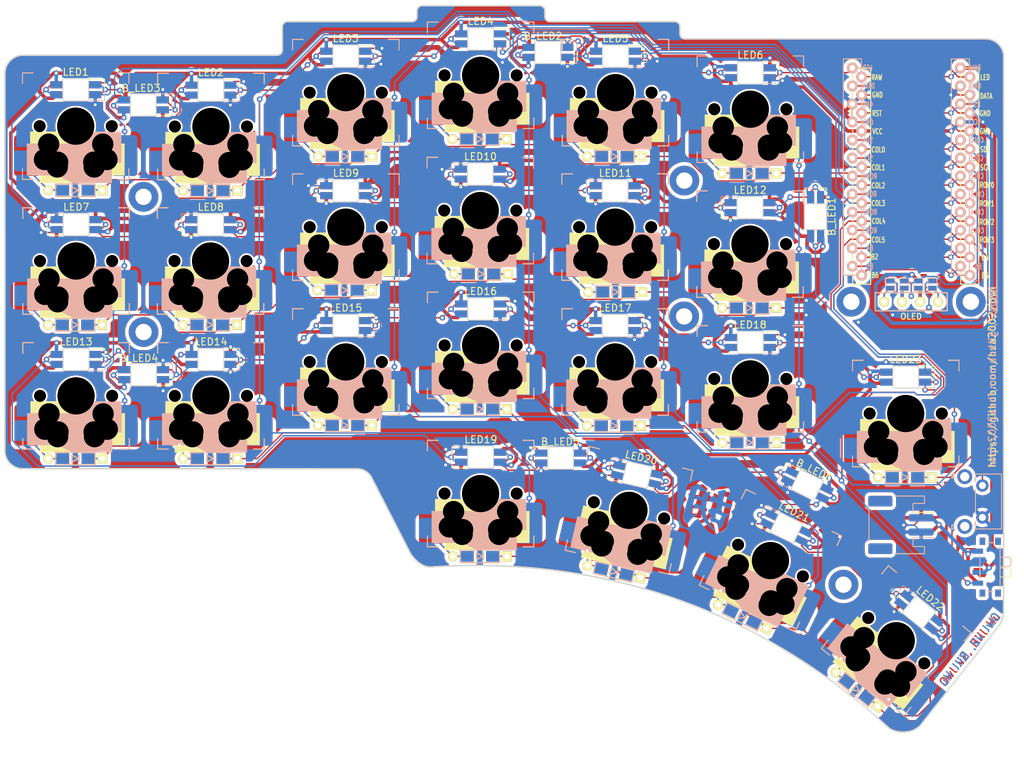
<source format=kicad_pcb>
(kicad_pcb (version 20221018) (generator pcbnew)
  (layers (0 "F.Cu" signal) (31 "B.Cu" signal) (34 "B.Paste" user) (35 "F.Paste" user) (36 "B.SilkS" user "B.Silkscreen") (37 "F.SilkS" user "F.Silkscreen") (38 "B.Mask" user) (39 "F.Mask" user) (44 "Edge.Cuts" user))
  (net 0 "")
  (net 1 "row0")
  (net 2 "Net-(D1-A)")
  (net 3 "Net-(D2-A)")
  (net 4 "Net-(D3-A)")
  (net 5 "Net-(D4-A)")
  (net 6 "Net-(D5-A)")
  (net 7 "Net-(D6-A)")
  (net 8 "row1")
  (net 9 "Net-(D7-A)")
  (net 10 "Net-(D8-A)")
  (net 11 "Net-(D9-A)")
  (net 12 "Net-(D10-A)")
  (net 13 "Net-(D11-A)")
  (net 14 "Net-(D12-A)")
  (net 15 "row2")
  (net 16 "Net-(D13-A)")
  (net 17 "Net-(D14-A)")
  (net 18 "Net-(D15-A)")
  (net 19 "Net-(D16-A)")
  (net 20 "Net-(D17-A)")
  (net 21 "Net-(D18-A)")
  (net 22 "row3")
  (net 23 "Net-(D19-A)")
  (net 24 "Net-(D20-A)")
  (net 25 "Net-(D21-A)")
  (net 26 "Net-(D22-A)")
  (net 27 "Net-(D23-A)")
  (net 28 "GND")
  (net 29 "battery")
  (net 30 "Net-(JP1-A)")
  (net 31 "Net-(JP2-A)")
  (net 32 "VCC")
  (net 33 "Net-(JP3-A)")
  (net 34 "SCL")
  (net 35 "Net-(JP4-A)")
  (net 36 "SDA")
  (net 37 "Net-(LED1-DOUT)")
  (net 38 "Net-(LED8-DOUT)")
  (net 39 "Net-(LED3-DIN)")
  (net 40 "Net-(LED5-DIN)")
  (net 41 "LED")
  (net 42 "Net-(LED11-DOUT)")
  (net 43 "Net-(LED16-DIN)")
  (net 44 "Net-(LED17-DIN)")
  (net 45 "Net-(LED18-DIN)")
  (net 46 "reset")
  (net 47 "col0")
  (net 48 "col1")
  (net 49 "col2")
  (net 50 "col3")
  (net 51 "col4")
  (net 52 "col5")
  (net 53 "data")
  (net 54 "unconnected-(U1-8{slash}B4-Pad11)")
  (net 55 "unconnected-(U1-9{slash}B5-Pad12)")
  (net 56 "unconnected-(U1-B6{slash}10-Pad13)")
  (net 57 "unconnected-(U1-B2{slash}16-Pad14)")
  (net 58 "Net-(LED7-DOUT)")
  (net 59 "Net-(LED10-DIN)")
  (net 60 "Net-(LED10-DOUT)")
  (net 61 "Net-(LED15-DIN)")
  (net 62 "Net-(B_LED3-DOUT)")
  (net 63 "Net-(B_LED3-DIN)")
  (net 64 "Net-(LED13-DOUT)")
  (net 65 "Net-(B_LED1-DOUT)")
  (net 66 "Net-(B_LED4-DOUT)")
  (net 67 "Net-(B_LED4-DIN)")
  (net 68 "Net-(B_LED5-DOUT)")
  (net 69 "Net-(B_LED5-DIN)")
  (net 70 "Net-(B_LED6-DOUT)")
  (net 71 "Net-(B_LED6-DIN)")
  (net 72 "Net-(B_LED2-DOUT)")
  (net 73 "Net-(B_LED2-DIN)")
  (net 74 "Net-(B_LED1-DIN)")
  (net 75 "Net-(LED2-DIN)")
  (net 76 "Net-(LED14-DIN)")
  (net 77 "Net-(PSW1A-B)")
  (net 78 "unconnected-(PSW1A-C-Pad3)")
  (net 79 "unconnected-(LED22-DOUT-Pad2)")
  (net 80 "Net-(LED21-DOUT)")
  (footprint "owl-footprint:Diode_TH_SMD_Rev" (layer "F.Cu") (at 141.5826 88.5952 180)
    (fp_text reference "D10" hide)
    (fp_text value "D" hide)
  )
  (footprint "owl-footprint:SW_SPDT_PCM12_Rev" (layer "F.Cu") (at 212.995 129.88 90)
    (fp_text reference "PSW1" hide)
    (fp_text value "POWER")
  )
  (footprint "owl-footprint:M2_Hole_TH" (layer "F.Cu") (at 193.752252 92.5068)
    (fp_text reference "H7" hide)
    (fp_text value "MountingHole" hide)
  )
  (footprint "owl-footprint:SW_MX_Gateron_HotSwap_double" (layer "F.Cu") (at 84.5312 105.7656)
    (fp_text reference "SW13" hide)
    (fp_text value "SW_PUSH" hide)
  )
  (footprint "owl-footprint:YS-SK6812MINI-E_Rev" (layer "F.Cu") (at 184.6072 124.3584 -26)
    (fp_text reference "LED21")
    (fp_text value "YS-SK6812MINI-E")
    (fp_line (start -1.8 -1.55) (end 1.8 -1.55) (stroke (width 0.12)) (layer "Edge.Cuts"))
    (fp_line (start -1.8 1.55) (end -1.8 -1.55) (stroke (width 0.12)) (layer "Edge.Cuts"))
    (fp_line (start 1.8 -1.55) (end 1.8 1.55) (stroke (width 0.12)) (layer "Edge.Cuts"))
    (fp_line (start 1.8 1.55) (end -1.8 1.55) (stroke (width 0.12)) (layer "Edge.Cuts"))
  )
  (footprint "owl-footprint:YS-SK6812MINI-E_Rev" (layer "F.Cu") (at 141.478 74.5236)
    (fp_text reference "LED10")
    (fp_text value "YS-SK6812MINI-E")
    (fp_line (start -1.8 -1.55) (end 1.8 -1.55) (stroke (width 0.12)) (layer "Edge.Cuts"))
    (fp_line (start -1.8 1.55) (end -1.8 -1.55) (stroke (width 0.12)) (layer "Edge.Cuts"))
    (fp_line (start 1.8 -1.55) (end 1.8 1.55) (stroke (width 0.12)) (layer "Edge.Cuts"))
    (fp_line (start 1.8 1.55) (end -1.8 1.55) (stroke (width 0.12)) (layer "Edge.Cuts"))
  )
  (footprint "owl-footprint:YS-SK6812MINI-E_Rev" (layer "F.Cu") (at 122.5296 95.8596 180)
    (fp_text reference "LED15")
    (fp_text value "YS-SK6812MINI-E")
    (fp_line (start -1.8 -1.55) (end 1.8 -1.55) (stroke (width 0.12)) (layer "Edge.Cuts"))
    (fp_line (start -1.8 1.55) (end -1.8 -1.55) (stroke (width 0.12)) (layer "Edge.Cuts"))
    (fp_line (start 1.8 -1.55) (end 1.8 1.55) (stroke (width 0.12)) (layer "Edge.Cuts"))
    (fp_line (start 1.8 1.55) (end -1.8 1.55) (stroke (width 0.12)) (layer "Edge.Cuts"))
  )
  (footprint "owl-footprint:Diode_TH_SMD_Rev" (layer "F.Cu") (at 160.3756 72.0344 180)
    (fp_text reference "D5" hide)
    (fp_text value "D" hide)
  )
  (footprint "owl-footprint:SW_MX_Gateron_HotSwap_double" (layer "F.Cu") (at 84.5312 86.7664)
    (fp_text reference "SW7" hide)
    (fp_text value "SW_PUSH" hide)
  )
  (footprint "owl-footprint:Diode_TH_SMD_Rev" (layer "F.Cu") (at 179.3748 93.3704 180)
    (fp_text reference "D12" hide)
    (fp_text value "D" hide)
  )
  (footprint "owl-footprint:Jumper" (layer "F.Cu") (at 205.18 90.086 90)
    (fp_text reference "JP1" hide)
    (fp_text value "Jumper_2_Open" hide)
  )
  (footprint "owl-footprint:YS-SK6812MINI-E_Rev" (layer "F.Cu") (at 84.4804 62.6364 180)
    (fp_text reference "LED1")
    (fp_text value "YS-SK6812MINI-E")
    (fp_line (start -1.8 -1.55) (end 1.8 -1.55) (stroke (width 0.12)) (layer "Edge.Cuts"))
    (fp_line (start -1.8 1.55) (end -1.8 -1.55) (stroke (width 0.12)) (layer "Edge.Cuts"))
    (fp_line (start 1.8 -1.55) (end 1.8 1.55) (stroke (width 0.12)) (layer "Edge.Cuts"))
    (fp_line (start 1.8 1.55) (end -1.8 1.55) (stroke (width 0.12)) (layer "Edge.Cuts"))
  )
  (footprint "owl-footprint:Diode_TH_SMD_Rev" (layer "F.Cu") (at 178.4096 136.8552 154)
    (fp_text reference "D21" hide)
    (fp_text value "D" hide)
  )
  (footprint "owl-footprint:YS-SK6812MINI-E_Back_Rev" (layer "F.Cu") (at 188.722 80.518 90)
    (fp_text reference "B_LED1")
    (fp_text value "YS-SK6812MINI-E")
    (fp_line (start -1.8 -1.55) (end 1.8 -1.55) (stroke (width 0.12)) (layer "Edge.Cuts"))
    (fp_line (start -1.8 1.55) (end -1.8 -1.55) (stroke (width 0.12)) (layer "Edge.Cuts"))
    (fp_line (start 1.8 -1.55) (end 1.8 1.55) (stroke (width 0.12)) (layer "Edge.Cuts"))
    (fp_line (start 1.8 1.55) (end -1.8 1.55) (stroke (width 0.12)) (layer "Edge.Cuts"))
  )
  (footprint "owl-footprint:YS-SK6812MINI-E_Rev" (layer "F.Cu") (at 179.5272 60.2488 180)
    (fp_text reference "LED6")
    (fp_text value "YS-SK6812MINI-E")
    (fp_line (start -1.8 -1.55) (end 1.8 -1.55) (stroke (width 0.12)) (layer "Edge.Cuts"))
    (fp_line (start -1.8 1.55) (end -1.8 -1.55) (stroke (width 0.12)) (layer "Edge.Cuts"))
    (fp_line (start 1.8 -1.55) (end 1.8 1.55) (stroke (width 0.12)) (layer "Edge.Cuts"))
    (fp_line (start 1.8 1.55) (end -1.8 1.55) (stroke (width 0.12)) (layer "Edge.Cuts"))
  )
  (footprint "owl-footprint:YS-SK6812MINI-E_Back_Rev" (layer "F.Cu") (at 187.55 118.325 154)
    (fp_text reference "B_LED6")
    (fp_text value "YS-SK6812MINI-E")
    (fp_line (start -1.8 -1.55) (end 1.8 -1.55) (stroke (width 0.12)) (layer "Edge.Cuts"))
    (fp_line (start -1.8 1.55) (end -1.8 -1.55) (stroke (width 0.12)) (layer "Edge.Cuts"))
    (fp_line (start 1.8 -1.55) (end 1.8 1.55) (stroke (width 0.12)) (layer "Edge.Cuts"))
    (fp_line (start 1.8 1.55) (end -1.8 1.55) (stroke (width 0.12)) (layer "Edge.Cuts"))
  )
  (footprint "owl-footprint:Jumper" (layer "F.Cu") (at 201.2176 90.086 90)
    (fp_text reference "JP3" hide)
    (fp_text value "Jumper_2_Open" hide)
  )
  (footprint "owl-footprint:YS-SK6812MINI-E_Rev" (layer "F.Cu") (at 122.5296 57.912 180)
    (fp_text reference "LED3")
    (fp_text value "YS-SK6812MINI-E")
    (fp_line (start -1.8 -1.55) (end 1.8 -1.55) (stroke (width 0.12)) (layer "Edge.Cuts"))
    (fp_line (start -1.8 1.55) (end -1.8 -1.55) (stroke (width 0.12)) (layer "Edge.Cuts"))
    (fp_line (start 1.8 -1.55) (end 1.8 1.55) (stroke (width 0.12)) (layer "Edge.Cuts"))
    (fp_line (start 1.8 1.55) (end -1.8 1.55) (stroke (width 0.12)) (layer "Edge.Cuts"))
  )
  (footprint "owl-footprint:SW_MX_Gateron_HotSwap_double" (layer "F.Cu") (at 103.5304 67.818)
    (fp_text reference "SW2" hide)
    (fp_text value "SW_PUSH" hide)
  )
  (footprint "owl-footprint:Diode_TH_SMD_Rev" (layer "F.Cu") (at 103.4288 114.6048 180)
    (fp_text reference "D14" hide)
    (fp_text value "D" hide)
  )
  (footprint "owl-footprint:Diode_TH_SMD_Rev" (layer "F.Cu") (at 141.4272 107.6452 180)
    (fp_text reference "D16" hide)
    (fp_text value "D" hide)
  )
  (footprint "owl-footprint:SW_MX_Gateron_HotSwap_double" (layer "F.Cu") (at 179.5272 65.3796)
    (fp_text reference "SW6" hide)
    (fp_text value "SW_PUSH" hide)
  )
  (footprint "owl-footprint:Diode_TH_SMD_Rev" (layer "F.Cu") (at 160.305987 130.544269 167)
    (fp_text reference "D20" hide)
    (fp_text value "D" hide)
  )
  (footprint "owl-footprint:SW_MX_Gateron_HotSwap_double" (layer "F.Cu") (at 84.4804 67.7672)
    (fp_text reference "SW1" hide)
    (fp_text value "SW_PUSH" hide)
  )
  (footprint "owl-footprint:Diode_TH_SMD_Rev" (layer "F.Cu") (at 160.3248 109.982 180)
    (fp_text reference "D17" hide)
    (fp_text value "D" hide)
  )
  (footprint "owl-footprint:SW_MX_Gateron_HotSwap_double" (layer "F.Cu") (at 160.4772 100.9904)
    (fp_text reference "SW17" hide)
    (fp_text value "SW_PUSH" hide)
  )
  (footprint "owl-footprint:SW_MX_Gateron_HotSwap_double" (layer "F.Cu") (at 141.5288 60.6044)
    (fp_text reference "SW4" hide)
    (fp_text value "SW_PUSH" hide)
  )
  (footprint "owl-footprint:Diode_TH_SMD_Rev" (layer "F.Cu") (at 103.375 95.758 180)
    (fp_text reference "D8" hide)
    (fp_text value "D" hide)
  )
  (footprint "owl-footprint:Diode_TH_SMD_Rev" (layer "F.Cu") (at 201.3204 117.2464 180)
    (fp_text reference "D23" hide)
    (fp_text value "D" hide)
  )
  (footprint "owl-footprint:SW_Tactile_SPST_Angled_PTS645Vx39-2LFS_Rev" (layer "F.Cu") (at 212.225 118.4 -90)
    (fp_text reference "RSW1" hide)
    (fp_text value "SW_PUSH")
  )
  (footprint "owl-footprint:SW_MX_Gateron_HotSwap_double" (layer "F.Cu") (at 141.5288 119.5324)
    (fp_text reference "SW19" hide)
    (fp_text value "SW_PUSH" hide)
  )
  (footprint "owl-footprint:YS-SK6812MINI-E_Rev" (layer "F.Cu") (at 103.5304 62.6872 180)
    (fp_text reference "LED2")
    (fp_text value "YS-SK6812MINI-E")
    (fp_line (start -1.8 -1.55) (end 1.8 -1.55) (stroke (width 0.12)) (layer "Edge.Cuts"))
    (fp_line (start -1.8 1.55) (end -1.8 -1.55) (stroke (width 0.12)) (layer "Edge.Cuts"))
    (fp_line (start 1.8 -1.55) (end 1.8 1.55) (stroke (width 0.12)) (layer "Edge.Cuts"))
    (fp_line (start 1.8 1.55) (end -1.8 1.55) (stroke (width 0.12)) (layer "Edge.Cuts"))
  )
  (footprint "owl-footprint:M2_Hole_TH" (layer "F.Cu") (at 210.598652 92.5068)
    (fp_text reference "H6" hide)
    (fp_text value "MountingHole" hide)
  )
  (footprint "owl-footprint:Diode_TH_SMD_Rev" (layer "F.Cu") (at 179.4226 112.3696 180)
    (fp_text reference "D18" hide)
    (fp_text value "D" hide)
  )
  (footprint "owl-footprint:M2_Hole_TH" (layer "F.Cu") (at 94.04 96.774)
    (fp_text reference "H2" hide)
    (fp_text value "MountingHole" hide)
  )
  (footprint "owl-footprint:owl_logo" (layer "F.Cu") (at 130.325 115.975)
    (fp_text reference "logo" hide)
    (fp_text value "LOGO" hide)
  )
  (footprint "owl-footprint:Diode_TH_SMD_Rev" (layer "F.Cu") (at 84.3818 95.758 180)
    (fp_text reference "D7" hide)
    (fp_text value "D" hide)
  )
  (footprint "owl-footprint:SW_MX_Gateron_HotSwap_double" (layer "F.Cu") (at 160.4772 81.9912)
    (fp_text reference "SW11" hide)
    (fp_text value "SW_PUSH" hide)
  )
  (footprint "owl-footprint:YS-SK6812MINI-E_Rev" (layer "F.Cu") (at 163.576 116.8908 -13)
    (fp_text reference "LED20")
    (fp_text value "YS-SK6812MINI-E")
    (fp_line (start -1.8 -1.55) (end 1.8 -1.55) (stroke (width 0.12)) (layer "Edge.Cuts"))
    (fp_line (start -1.8 1.55) (end -1.8 -1.55) (stroke (width 0.12)) (layer "Edge.Cuts"))
    (fp_line (start 1.8 -1.55) (end 1.8 1.55) (stroke (width 0.12)) (layer "Edge.Cuts"))
    (fp_line (start 1.8 1.55) (end -1.8 1.55) (stroke (width 0.12)) (layer "Edge.Cuts"))
  )
  (footprint "owl-footprint:YS-SK6812MINI-E_Rev" (layer "F.Cu") (at 103.4864 81.6468)
    (fp_text reference "LED8")
    (fp_text value "YS-SK6812MINI-E")
    (fp_line (start -1.8 -1.55) (end 1.8 -1.55) (stroke (width 0.12)) (layer "Edge.Cuts"))
    (fp_line (start -1.8 1.55) (end -1.8 -1.55) (stroke (width 0.12)) (layer "Edge.Cuts"))
    (fp_line (start 1.8 -1.55) (end 1.8 1.55) (stroke (width 0.12)) (layer "Edge.Cuts"))
    (fp_line (start 1.8 1.55) (end -1.8 1.55) (stroke (width 0.12)) (layer "Edge.Cuts"))
  )
  (footprint "owl-footprint:Jumper" (layer "F.Cu") (at 203.1988 90.086 90)
    (fp_text reference "JP2" hide)
    (fp_text value "Jumper_2_Open" hide)
  )
  (footprint "owl-footprint:YS-SK6812MINI-E_Back_Rev" (layer "F.Cu") (at 151 57.375)
    (fp_text reference "B_LED2")
    (fp_text value "YS-SK6812MINI-E")
    (fp_line (start -1.8 -1.55) (end 1.8 -1.55) (stroke (width 0.12)) (layer "Edge.Cuts"))
    (fp_line (start -1.8 1.55) (end -1.8 -1.55) (stroke (width 0.12)) (layer "Edge.Cuts"))
    (fp_line (start 1.8 -1.55) (end 1.8 1.55) (stroke (width 0.12)) (layer "Edge.Cuts"))
    (fp_line (start 1.8 1.55) (end -1.8 1.55) (stroke (width 0.12)) (layer "Edge.Cuts"))
  )
  (footprint "owl-footprint:Diode_TH_SMD_Rev" (layer "F.Cu") (at 141.3764 69.596 180)
    (fp_text reference "D4" hide)
    (fp_text value "D" hide)
  )
  (footprint "owl-footprint:Diode_TH_SMD_Rev" (layer "F.Cu") (at 141.4272 128.3716 180)
    (fp_text reference "D19" hide)
    (fp_text value "D" hide)
  )
  (footprint "owl-footprint:YS-SK6812MINI-E_Rev" (layer "F.Cu") (at 122.5296 76.8604)
    (fp_text reference "LED9")
    (fp_text value "YS-SK6812MINI-E")
    (fp_line (start -1.8 -1.55) (end 1.8 -1.55) (stroke (width 0.12)) (layer "Edge.Cuts"))
    (fp_line (start -1.8 1.55) (end -1.8 -1.55) (stroke (width 0.12)) (layer "Edge.Cuts"))
    (fp_line (start 1.8 -1.55) (end 1.8 1.55) (stroke (width 0.12)) (layer "Edge.Cuts"))
    (fp_line (start 1.8 1.55) (end -1.8 1.55) (stroke (width 0.12)) (layer "Edge.Cuts"))
  )
  (footprint "owl-footprint:text_name" (layer "F.Cu") (at 173.623948 121.501221 -14.5)
    (fp_text reference "G***" hide)
    (fp_text value "LOGO" hide)
  )
  (footprint "owl-footprint:M2_Hole_TH" (layer "F.Cu") (at 170.2 94.575)
    (fp_text reference "H5" hide)
    (fp_text value "MountingHole" hide)
  )
  (footprint "owl-footprint:YS-SK6812MINI-E_Rev" (layer "F.Cu") (at 141.5288 93.5228 180)
    (fp_text reference "LED16")
    (fp_text value "YS-SK6812MINI-E")
    (fp_line (start -1.8 -1.55) (end 1.8 -1.55) (stroke (width 0.12)) (layer "Edge.Cuts"))
    (fp_line (start -1.8 1.55) (end -1.8 -1.55) (stroke (width 0.12)) (layer "Edge.Cuts"))
    (fp_line (start 1.8 -1.55) (end 1.8 1.55) (stroke (width 0.12)) (layer "Edge.Cuts"))
    (fp_line (start 1.8 1.55) (end -1.8 1.55) (stroke (width 0.12)) (layer "Edge.Cuts"))
  )
  (footprint "owl-footprint:YS-SK6812MINI-E_Rev" (layer "F.Cu") (at 141.5288 55.4736 180)
    (fp_text reference "LED4")
    (fp_text value "YS-SK6812MINI-E")
    (fp_line (start -1.8 -1.55) (end 1.8 -1.55) (stroke (width 0.12)) (layer "Edge.Cuts"))
    (fp_line (start -1.8 1.55) (end -1.8 -1.55) (stroke (width 0.12)) (layer "Edge.Cuts"))
    (fp_line (start 1.8 -1.55) (end 1.8 1.55) (stroke (width 0.12)) (layer "Edge.Cuts"))
    (fp_line (start 1.8 1.55) (end -1.8 1.55) (stroke (width 0.12)) (layer "Edge.Cuts"))
  )
  (footprint "owl-footprint:M2_Hole_TH" (layer "F.Cu") (at 94.03 77.724)
    (fp_text reference "H1" hide)
    (fp_text value "MountingHole" hide)
  )
  (footprint "owl-footprint:Diode_TH_SMD_Rev" (layer "F.Cu") (at 160.525 91.1352 180)
    (fp_text reference "D11" hide)
    (fp_text value "D" hide)
  )
  (footprint "owl-footprint:SW_MX_Gateron_HotSwap_double" (layer "F.Cu") (at 103.5304 105.7656)
    (fp_text reference "SW14" hide)
    (fp_text value "SW_PUSH" hide)
  )
  (footprint "owl-footprint:SW_MX_Gateron_HotSwap_double" (layer "F.Cu") (at 179.4764 84.3788)
    (fp_text reference "SW12" hide)
    (fp_text value "SW_PUSH" hide)
  )
  (footprint "owl-footprint:Diode_TH_SMD_Rev" (layer "F.Cu") (at 122.3264 90.8812 180)
    (fp_text reference "D9" hide)
    (fp_text value "D" hide)
  )
  (footprint "owl-footprint:SW_MX_Gateron_HotSwap_double" (layer "F.Cu") (at 201.422 108.2548)
    (fp_text reference "SW23" hide)
    (fp_text value "SW_PUSH" hide)
  )
  (footprint "owl-footprint:YS-SK6812MINI-E_Rev" (layer "F.Cu") (at 160.4772 76.8604)
    (fp_text reference "LED11")
    (fp_text value "YS-SK6812MINI-E")
    (fp_line (start -1.8 -1.55) (end 1.8 -1.55) (stroke (width 0.12)) (layer "Edge.Cuts"))
    (fp_line (start -1.8 1.55) (end -1.8 -1.55) (stroke (width 0.12)) (layer "Edge.Cuts"))
    (fp_line (start 1.8 -1.55) (end 1.8 1.55) (stroke (width 0.12)) (layer "Edge.Cuts"))
    (fp_line (start 1.8 1.55) (end -1.8 1.55) (stroke (width 0.12)) (layer "Edge.Cuts"))
  )
  (footprint "owl-footprint:YS-SK6812MINI-E_Rev" (layer "F.Cu") (at 201.422 103.124 180)
    (fp_text reference "LED23")
    (fp_text value "YS-SK6812MINI-E")
    (fp_line (start -1.8 -1.55) (end 1.8 -1.55) (stroke (width 0.12)) (layer "Edge.Cuts"))
    (fp_line (start -1.8 1.55) (end -1.8 -1.55) (stroke (width 0.12)) (layer "Edge.Cuts"))
    (fp_line (start 1.8 -1.55) (end 1.8 1.55) (stroke (width 0.12)) (layer "Edge.Cuts"))
    (fp_line (start 1.8 1.55) (end -1.8 1.55) (stroke (width 0.12)) (layer "Edge.Cuts"))
  )
  (footprint "owl-footprint:YS-SK6812MINI-E_Rev" (layer "F.Cu") (at 160.528 57.912 180)
    (fp_text reference "LED5")
    (fp_text value "YS-SK6812MINI-E")
    (fp_line (start -1.8 -1.55) (end 1.8 -1.55) (stroke (width 0.12)) (layer "Edge.Cuts"))
    (fp_line (start -1.8 1.55) (end -1.8 -1.55) (stroke (width 0.12)) (layer "Edge.Cuts"))
    (fp_line (start 1.8 -1.55) (end 1.8 1.55) (stroke (width 0.12)) (layer "Edge.Cuts"))
    (fp_line (start 1.8 1.55) (end -1.8 1.55) (stroke (width 0.12)) (layer "Edge.Cuts"))
  )
  (footprint "owl-footprint:SW_MX_Gateron_HotSwap_double" (layer "F.Cu") (at 179.5272 103.378)
    (fp_text reference "SW18" hide)
    (fp_text value "SW_PUSH" hide)
  )
  (footprint "owl-footprint:SW_MX_Gateron_HotSwap_double" (layer "F.Cu") (at 141.5288 98.6536)
    (fp_text reference "SW16" hide)
    (fp_text value "SW_PUSH" hide)
  )
  (footprint "owl-footprint:YS-SK6812MINI-E_Back_Rev" (layer "F.Cu") (at 94 64.775)
    (fp_text reference "B_LED3")
    (fp_text value "YS-SK6812MINI-E")
    (fp_line (start -1.8 -1.55) (end 1.8 -1.55) (stroke (width 0.12)) (layer "Edge.Cuts"))
    (fp_line (start -1.8 1.55) (end -1.8 -1.55) (stroke (width 0.12)) (layer "Edge.Cuts"))
    (fp_line (start 1.8 -1.55) (end 1.8 1.55) (stroke (width 0.12)) (layer "Edge.Cuts"))
    (fp_line (start 1.8 1.55) (end -1.8 1.55) (stroke (width 0.12)) (layer "Edge.Cuts"))
  )
  (footprint "owl-footprint:YS-SK6812MINI-E_Back_Rev" (layer "F.Cu") (at 152.8 114.525 180)
    (fp_text reference "B_LED5")
    (fp_text value "YS-SK6812MINI-E")
    (fp_line (start -1.8 -1.55) (end 1.8 -1.55) (stroke (width 0.12)) (layer "Edge.Cuts"))
    (fp_line (start -1.8 1.55) (end -1.8 -1.55) (stroke (width 0.12)) (layer "Edge.Cuts"))
    (fp_line (start 1.8 -1.55) (end 1.8 1.55) (stroke (width 0.12)) (layer "Edge.Cuts"))
    (fp_line (start 1.8 1.55) (end -1.8 1.55) (stroke (width 0.12)) (layer "Edge.Cuts"))
  )
  (footprint "owl-footprint:YS-SK6812MINI-E_Rev" (layer "F.Cu") (at 179.5272 98.2472 180)
    (fp_text reference "LED18")
    (fp_text value "YS-SK6812MINI-E")
    (fp_line (start -1.8 -1.55) (end 1.8 -1.55) (stroke (width 0.12)) (layer "Edge.Cuts"))
    (fp_line (start -1.8 1.55) (end -1.8 -1.55) (stroke (width 0.12)) (layer "Edge.Cuts"))
    (fp_line (start 1.8 -1.55) (end 1.8 1.55) (stroke (width 0.12)) (layer "Edge.Cuts"))
    (fp_line (start 1.8 1.55) (end -1.8 1.55) (stroke (width 0.12)) (layer "Edge.Cuts"))
  )
  (footprint "owl-footprint:text_owl" (layer "F.Cu") (at 120.075 113.9)
    (fp_text reference "G***" hide)
    (fp_text value "LOGO" hide)
  )
  (footprint "owl-footprint:SW_MX_Gateron_HotSwap_double" (layer "F.Cu") (at 200.086701 140.255348 -39)
    (fp_text reference "SW22" hide)
    (fp_text value "SW_PUSH" hide)
  )
  (footprint "owl-footprint:YS-SK6812MINI-E_Rev" (layer "F.Cu") (at 203.3016 136.2456 -39)
    (fp_text reference "LED22")
    (fp_text value "YS-SK6812MINI-E")
    (fp_line (start -1.8 -1.55) (end 1.8 -1.55) (stroke (width 0.12)) (layer "Edge.Cuts"))
    (fp_line (start -1.8 1.55) (end -1.8 -1.55) (stroke (width 0.12)) (layer "Edge.Cuts"))
    (fp_line (start 1.8 -1.55) (end 1.8 1.55) (stroke (width 0.12)) (layer "Edge.Cuts"))
    (fp_line (start 1.8 1.55) (end -1.8 1.55) (stroke (width 0.12)) (layer "Edge.Cuts"))
  )
  (footprint "owl-footprint:Diode_TH_SMD_Rev" (layer "F.Cu") (at 194.523642 147.127242 141)
    (fp_text reference "D22" hide)
    (fp_text value "D" hide)
  )
  (footprint "owl-footprint:YS-SK6812MINI-E_Rev" (layer "F.Cu") (at 141.5288 114.4016)
    (fp_text reference "LED19")
    (fp_text value "YS-SK6812MINI-E")
    (fp_line (start -1.8 -1.55) (end 1.8 -1.55) (stroke (width 0.12)) (layer "Edge.Cuts"))
    (fp_line (start -1.8 1.55) (end -1.8 -1.55) (stroke (width 0.12)) (layer "Edge.Cuts"))
    (fp_line (start 1.8 -1.55) (end 1.8 1.55) (stroke (width 0.12)) (layer "Edge.Cuts"))
    (fp_line (start 1.8 1.55) (end -1.8 1.55) (stroke (width 0.12)) (layer "Edge.Cuts"))
  )
  (footprint "owl-footprint:YS-SK6812MINI-E_Rev" (layer "F.Cu") (at 84.5312 81.6356)
    (fp_text reference "LED7")
    (fp_text value "YS-SK6812MINI-E")
    (fp_line (start -1.8 -1.55) (end 1.8 -1.55) (stroke (width 0.12)) (layer "Edge.Cuts"))
    (fp_line (start -1.8 1.55) (end -1.8 -1.55) (stroke (width 0.12)) (layer "Edge.Cuts"))
    (fp_line (start 1.8 -1.55) (end 1.8 1.55) (stroke (width 0.12)) (layer "Edge.Cuts"))
    (fp_line (start 1.8 1.55) (end -1.8 1.55) (stroke (width 0.12)) (layer "Edge.Cuts"))
  )
  (footprint "owl-footprint:M2_Hole_TH" (layer "F.Cu") (at 192.65 132.37)
    (fp_text reference "H4" hide)
    (fp_text value "MountingHole" hide)
  )
  (footprint "owl-footprint:YS-SK6812MINI-E_Rev" (layer "F.Cu") (at 160.4772 95.8596 180)
    (fp_text reference "LED17")
    (fp_text value "YS-SK6812MINI-E")
    (fp_line (start -1.8 -1.55) (end 1.8 -1.55) (stroke (width 0.12)) (layer "Edge.Cuts"))
    (fp_line (start -1.8 1.55) (end -1.8 -1.55) (stroke (width 0.12)) (layer "Edge.Cuts"))
    (fp_line (start 1.8 -1.55) (end 1.8 1.55) (stroke (width 0.12)) (layer "Edge.Cuts"))
    (fp_line (start 1.8 1.55) (end -1.8 1.55) (stroke (width 0.12)) (layer "Edge.Cuts"))
  )
  (footprint "owl-footprint:M2_Hole_TH" (layer "F.Cu") (at 170.2308 75.438)
    (fp_text reference "H3" hide)
    (fp_text value "MountingHole" hide)
  )
  (footprint "owl-footprint:OLED_4Pin_Rev" (layer "F.Cu") (at 198.374 92.5068)
    (fp_text reference "OL1" hide)
    (fp_text value "OLED")
  )
  (footprint "owl-footprint:Diode_TH_SMD_Rev" (layer "F.Cu") (at 122.428 72.0344 180)
    (fp_text reference "D3" hide)
    (fp_text value "D" hide)
  )
  (footprint "owl-footprint:Diode_TH_SMD_Rev" (layer "F.Cu") (at 84.4296 114.6048 180)
    (fp_text reference "D13" hide)
    (fp_text value "D" hide)
  )
  (footprint "owl-footprint:YS-SK6812MINI-E_Rev" (layer "F.Cu") (at 103.5304 100.6348 180)
    (fp_text reference "LED14")
    (fp_text value "YS-SK6812MINI-E")
    (fp_line (start -1.8 -1.55) (end 1.8 -1.55) (stroke (width 0.12)) (layer "Edge.Cuts"))
    (fp_line (start -1.8 1.55) (end -1.8 -1.55) (stroke (width 0.12)) (layer "Edge.Cuts"))
    (fp_line (start 1.8 -1.55) (end 1.8 1.55) (stroke (width 0.12)) (layer "Edge.Cuts"))
    (fp_line (start 1.8 1.55) (end -1.8 1.55) (stroke (width 0.12)) (layer "Edge.Cuts"))
  )
  (footprint "owl-footprint:YS-SK6812MINI-E_Rev" (layer "F.Cu") (at 84.5312 100.6348 180)
    (fp_text reference "LED13")
    (fp_text value "YS-SK6812MINI-E")
    (fp_line (start -1.8 -1.55) (end 1.8 -1.55) (stroke (width 0.12)) (layer "Edge.Cuts"))
    (fp_line (start -1.8 1.55) (end -1.8 -1.55) (stroke (width 0.12)) (layer "Edge.Cuts"))
    (fp_line (start 1.8 -1.55) (end 1.8 1.55) (stroke (width 0.12)) (layer "Edge.Cuts"))
    (fp_line (start 1.8 1.55) (end -1.8 1.55) (stroke (width 0.12)) (layer "Edge.Cuts"))
  )
  (footprint "owl-footprint:SW_MX_Gateron_HotSwap_double" (layer "F.Cu") (at 182.365874 128.972925 -26)
    (fp_text reference "SW21" hide)
    (fp_text value "SW_PUSH" hide)
  )
  (footprint "owl-footprint:Diode_TH_SMD_Rev" (layer "F.Cu") (at 122.428 109.9312 180)
    (fp_text reference "D15" hide)
    (fp_text value "D" hide)
  )
  (footprint "owl-footprint:SW_MX_Gateron_HotSwap_double" (layer "F.Cu") (at 141.478 79.6544)
    (fp_text reference "SW10" hide)
    (fp_text value "SW_PUSH" hide)
  )
  (footprint "owl-footprint:YS-SK6812MINI-E_Back_Rev" (layer "F.Cu") (at 94.05 102.775)
    (fp_text reference "B_LED4")
    (fp_text value "YS-SK6812MINI-E")
    (fp_line (start -1.8 -1.55) (end 1.8 -1.55) (stroke (width 0.12)) (layer "Edge.Cuts"))
    (fp_line (start -1.8 1.55) (end -1.8 -1.55) (stroke (width 0.12)) (layer "Edge.Cuts"))
    (fp_line (start 1.8 -1.55) (end 1.8 1.55) (stroke (width 0.12)) (layer "Edge.Cuts"))
    (fp_line (start 1.8 1.55) (end -1.8 1.55) (stroke (width 0.12)) (layer "Edge.Cuts"))
  )
  (footprint "owl-footprint:YS-SK6812MINI-E_Rev" (layer "F.Cu") (at 179.4764 79.248)
    (fp_text reference "LED12")
    (fp_text value "YS-SK6812MINI-E")
    (fp_line (start -1.8 -1.55) (end 1.8 -1.55) (stroke (width 0.12)) (layer "Edge.Cuts"))
    (fp_line (start -1.8 1.55) (end -1.8 -1.55) (stroke (width 0.12)) (layer "Edge.Cuts"))
    (fp_line (start 1.8 -1.55) (end 1.8 1.55) (stroke (width 0.12)) (layer "Edge.Cuts"))
    (fp_line (start 1.8 1.55) (end -1.8 1.55) (stroke (width 0.12)) (layer "Edge.Cuts"))
  )
  (footprint "owl-footprint:Diode_TH_SMD_Rev" (layer "F.Cu") (at 179.3748 74.425 180)
    (fp_text reference "D6" hide)
    (fp_text value "D" hide)
  )
  (footprint "owl-footprint:SW_MX_Gateron_HotSwap_double" (layer "F.Cu") (at 160.528 63.0428)
    (fp_text reference "SW5" hide)
    (fp_text value "SW_PUSH" hide)
  )
  (footprint "owl-footprint:Diode_TH_SMD_Rev" (layer "F.Cu") (at 84.425 76.8 180)
    (fp_text reference "D1" hide)
    (fp_text value "D" hide)
  )
  (footprint "owl-footprint:JST_PH_S2B-PH-SM4-TB_1x02-1MP_P2.00mm_Horizontal" (layer "F.Cu") (at 200.75 123.95 -90)
    (fp_text reference "J1" hide)
    (fp_text value "Conn_01x02")
  )
  (footprint "owl-footprint:SW_MX_Gateron_HotSwap_double" (layer "F.Cu") (at 122.5296 63.0428)
    (fp_text reference "SW3" hide)
    (fp_text value "SW_PUSH" hide)
  )
  (footprint "owl-footprint:SW_MX_Gateron_HotSwap_double" (layer "F.Cu") (at 122.5296 81.9912)
    (fp_text reference "SW9" hide)
    (fp_text value "SW_PUSH" hide)
  )
  (footprint "owl-footprint:SW_MX_Gateron_HotSwap_double" (layer "F.Cu") (at 122.5296 100.9904)
    (fp_text reference "SW15" hide)
    (fp_text value "SW_PUSH" hide)
  )
  (footprint "owl-footprint:Diode_TH_SMD_Rev" (layer "F.Cu") (at 103.4288 76.85 180)
    (fp_text reference "D2" hide)
    (fp_text value "D" hide)
  )
  (footprint "owl-footprint:SW_MX_Gateron_HotSwap_double" (layer "F.Cu") (at 103.4796 86.7664)
    (fp_text reference "SW8" hide)
    (fp_text value "SW_PUSH" hide)
  )
  (footprint "owl-footprint:SW_MX_Gateron_HotSwap_double" (layer "F.Cu") (at 162.4298 121.894351 -13)
    (fp_text reference "SW20" hide)
    (fp_text value "SW_PUSH" hide)
  )
  (footprint "owl-footprint:Jumper" (layer "F.Cu") (at 199.2364 90.086 90)
    (fp_text reference "JP4" hide)
    (fp_text value "Jumper_2_Open" hide)
  )
  (footprint "owl-footprint:owl_logo" (layer "B.Cu") (at 130.325 115.975 180)
    (fp_text reference "logo" hide)
    (fp_text value "LOGO" hide)
  )
  (footprint "owl-footprint:text_owl" (layer "B.Cu") (at 120.075 113.9 180)
    (fp_text reference "G***" hide)
    (fp_text value "LOGO" hide)
  )
  (footprint "owl-footprint:ProMicro_Rev" (layer "B.Cu") (at 201.558652 74.041 180)
    (fp_text reference "U1" hide)
    (fp_text value "ProMicro" hide)
  )
  (footprint "owl-footprint:Jumper" (layer "B.Cu") (at 203.1988 90.08962 -90)
    (fp_text reference "JP6" hide)
    (fp_text value "Jumper_2_Open" hide)
  )
  (footprint "owl-footprint:text_name" (layer "B.Cu") (at 173.623948 121.501221 165.5)
    (fp_text reference "G***" hide)
    (fp_text value "LOGO" hide)
  )
  (footprint "owl-footprint:Jumper" (layer "B.Cu") (at 201.2188 90.09 -90)
    (fp_text reference "JP7" hide)
    (fp_text value "Jumper_2_Open" hide)
  )
  (footprint "owl-footprint:Jumper" (layer "B.Cu") (at 205.18 90.086 -90)
    (fp_text reference "JP5" hide)
    (fp_text value "Jumper_2_Open" hide)
  )
  (footprint "owl-footprint:Jumper" (layer "B.Cu") (at 199.2364 90.08962 -90)
    (fp_text reference "JP8" hide)
    (fp_text value "Jumper_2_Open" hide)
  )
  (footprint "owl-footprint:text_Chinese" (layer "B.Cu") (at 202.153131 73.101047 180)
    (fp_text reference "G***" hide)
    (fp_text value "LOGO" hide)
  )
  (gr_line (start 77.07485 57.775222) (end 112.886402 57.775222) (stroke (width 0.2)) (layer "Edge.Cuts"))
  (gr_line (start 114.31125 53.050822) (end 131.860202 53.050822) (stroke (width 0.2)) (layer "Edge.Cuts"))
  (gr_line (start 74.50945 113.628598) (end 74.50945 60.340622) (stroke (width 0.2)) (layer "Edge.Cuts"))
  (gr_curve (pts (xy 124.03691 116.044138) (xy 125.17518 116.012779) (xy 125.93718 116.673179) (xy 126.323285 117.567234)) (stroke (width 0.2)) (layer "Edge.Cuts"))
  (gr_arc (start 132.572626 51.521358) (mid 132.781305 51.017625) (end 133.28505 50.808934) (stroke (width 0.2)) (layer "Edge.Cuts"))
  (gr_arc (start 212.688814 55.478956) (mid 214.569648 56.308753) (end 215.213125 58.261198) (stroke (width 0.2)) (layer "Edge.Cuts"))
  (gr_arc (start 132.572626 52.338398) (mid 132.36396 52.842141) (end 131.860202 53.050822) (stroke (width 0.2)) (layer "Edge.Cuts"))
  (gr_line (start 151.29365 53.048374) (end 168.893402 53.048374) (stroke (width 0.2)) (layer "Edge.Cuts"))
  (gr_arc (start 113.598826 57.062798) (mid 113.39016 57.566541) (end 112.886402 57.775222) (stroke (width 0.2)) (layer "Edge.Cuts"))
  (gr_line (start 170.31825 55.478956) (end 212.688814 55.478956) (stroke (width 0.2)) (layer "Edge.Cuts"))
  (gr_line (start 150.581226 51.521358) (end 150.581226 52.33595) (stroke (width 0.2)) (layer "Edge.Cuts"))
  (gr_arc (start 168.893402 53.048374) (mid 169.397195 53.25702) (end 169.605826 53.760798) (stroke (width 0.2)) (layer "Edge.Cuts"))
  (gr_line (start 214.461285 138.268234) (end 203.503725 152.151874) (stroke (width 0.2)) (layer "Edge.Cuts"))
  (gr_line (start 124.03691 116.044138) (end 77.135906 116.023793) (stroke (width 0.2)) (layer "Edge.Cuts"))
  (gr_curve (pts (xy 199.07 152.57) (xy 199.59 153) (xy 200.622573 153.191626) (xy 201.465361 153.113942)) (stroke (width 0.2)) (layer "Edge.Cuts"))
  (gr_line (start 113.598826 57.062798) (end 113.598826 53.763246) (stroke (width 0.2)) (layer "Edge.Cuts"))
  (gr_curve (pts (xy 199.07 152.57) (xy 180.92424 135.979482) (xy 158.82624 128.232482) (xy 134.560604 129.874592)) (stroke (width 0.2)) (layer "Edge.Cuts"))
  (gr_line (start 169.605826 53.760798) (end 169.605826 54.766532) (stroke (width 0.2)) (layer "Edge.Cuts"))
  (gr_arc (start 151.29365 53.048374) (mid 150.789909 52.839706) (end 150.581226 52.33595) (stroke (width 0.2)) (layer "Edge.Cuts"))
  (gr_curve (pts (xy 201.465361 153.113942) (xy 202.308149 153.036257) (xy 202.93 152.74) (xy 203.503725 152.151874)) (stroke (width 0.2)) (layer "Edge.Cuts"))
  (gr_line (start 215.213125 88.384798) (end 215.213125 58.261198) (stroke (width 0.2)) (layer "Edge.Cuts"))
  (gr_line (start 126.323285 117.567234) (end 131.657285 127.981234) (stroke (width 0.2)) (layer "Edge.Cuts"))
  (gr_line (start 215.213125 136.056798) (end 215.213125 88.384798) (stroke (width 0.2)) (layer "Edge.Cuts"))
  (gr_arc (start 170.31825 55.478956) (mid 169.814515 55.270287) (end 169.605826 54.766532) (stroke (width 0.2)) (layer "Edge.Cuts"))
  (gr_arc (start 77.135906 116.023793) (mid 75.326617 115.370153) (end 74.50945 113.628598) (stroke (width 0.2)) (layer "Edge.Cuts"))
  (gr_line (start 132.572626 52.338398) (end 132.572626 51.521358) (stroke (width 0.2)) (layer "Edge.Cuts"))
  (gr_curve (pts (xy 131.654875 127.983644) (xy 132.23 128.89) (xy 133.34 129.95) (xy 134.560604 129.874592)) (stroke (width 0.2)) (layer "Edge.Cuts"))
  (gr_arc (start 74.50945 60.340622) (mid 75.26083 58.526595) (end 77.07485 57.775222) (stroke (width 0.2)) (layer "Edge.Cuts"))
  (gr_curve (pts (xy 214.461285 138.268234) (xy 214.957972 137.646449) (xy 215.20616 136.862423) (xy 215.213125 136.066054)) (stroke (width 0.2)) (layer "Edge.Cuts"))
  (gr_line (start 133.28505 50.808934) (end 149.868802 50.808934) (stroke (width 0.2)) (layer "Edge.Cuts"))
  (gr_arc (start 149.868802 50.808934) (mid 150.372515 51.017643) (end 150.581226 51.521358) (stroke (width 0.2)) (layer "Edge.Cuts"))
  (gr_arc (start 113.598826 53.763246) (mid 113.807474 53.259456) (end 114.31125 53.050822) (stroke (width 0.2)) (layer "Edge.Cuts"))
  (gr_text "Owl v2, Bill Hu" (at 210.475 141.475 51.5) (layer "F.Cu") (effects (font (size 1.1 1.1) (thickness 0.2))))
  (gr_text "Owl v2, Bill Hu" (at 210.425 141.5 51.5) (layer "B.Cu") (effects (font (size 1.1 1.1) (thickness 0.2)) (justify mirror)))
  (gr_text "https://github.com/hza2002/owl" (at 213.6 103.05 90) (layer "B.SilkS") (effects (font (size 1 1)) (justify mirror)))
  (gr_text "https://github.com/hza2002/owl" (at 213.6 103.125 90) (layer "F.SilkS") (effects (font (size 1 1))))
  (segment (start 86.2046 76.7588) (end 88.2396 76.7588) (width 0.2) (layer "F.Cu") (net 1))
  (segment (start 113.6056 73.0844) (end 123.153 73.0844) (width 0.2) (layer "F.Cu") (net 1))
  (segment (start 162.1506 72.0344) (end 164.1856 72.0344) (width 0.2) (layer "F.Cu") (net 1))
  (segment (start 161.1006 73.0844) (end 162.1506 72.0344) (width 0.2) (layer "F.Cu") (net 1))
  (segment (start 170.299286 72.0344) (end 173.764886 75.5) (width 0.2) (layer "F.Cu") (net 1))
  (segment (start 124.203 72.0344) (end 126.238 72.0344) (width 0.2) (layer "F.Cu") (net 1))
  (segment (start 145.9582 70.3678) (end 153.373514 70.3678) (width 0.2) (layer "F.Cu") (net 1))
  (segment (start 112.217 74.473) (end 113.6056 73.0844) (width 0.2) (layer "F.Cu") (net 1))
  (segment (start 145.1864 69.596) (end 145.9582 70.3678) (width 0.2) (layer "F.Cu") (net 1))
  (segment (start 173.764886 75.5) (end 180.021 75.5) (width 0.2) (layer "F.Cu") (net 1))
  (segment (start 105.2038 76.8096) (end 107.2388 76.8096) (width 0.2) (layer "F.Cu") (net 1))
  (segment (start 208.848 76.073) (end 210.448652 76.073) (width 0.2) (layer "F.Cu") (net 1))
  (segment (start 193.902252 74.803) (end 207.578 74.803) (width 0.2) (layer "F.Cu") (net 1))
  (segment (start 104.0884 77.925) (end 105.2038 76.8096) (width 0.2) (layer "F.Cu") (net 1))
  (segment (start 96.347856 75.311) (end 98.961856 77.925) (width 0.2) (layer "F.Cu") (net 1))
  (segment (start 109.5754 74.473) (end 112.217 74.473) (width 0.2) (layer "F.Cu") (net 1))
  (segment (start 126.238 72.0344) (end 127.6264 70.646) (width 0.2) (layer "F.Cu") (net 1))
  (segment (start 123.153 73.0844) (end 124.203 72.0344) (width 0.2) (layer "F.Cu") (net 1))
  (segment (start 142.1014 70.646) (end 143.1514 69.596) (width 0.2) (layer "F.Cu") (net 1))
  (segment (start 164.1856 72.0344) (end 170.299286 72.0344) (width 0.2) (layer "F.Cu") (net 1))
  (segment (start 143.1514 69.596) (end 145.1864 69.596) (width 0.2) (layer "F.Cu") (net 1))
  (segment (start 193.470452 74.3712) (end 193.902252 74.803) (width 0.2) (layer "F.Cu") (net 1))
  (segment (start 127.6264 70.646) (end 142.1014 70.646) (width 0.2) (layer "F.Cu") (net 1))
  (segment (start 180.021 75.5) (end 181.1498 74.3712) (width 0.2) (layer "F.Cu") (net 1))
  (segment (start 156.090114 73.0844) (end 161.1006 73.0844) (width 0.2) (layer "F.Cu") (net 1))
  (segment (start 207.578 74.803) (end 208.848 76.073) (width 0.2) (layer "F.Cu") (net 1))
  (segment (start 88.2396 76.7588) (end 89.6874 75.311) (width 0.2) (layer "F.Cu") (net 1))
  (segment (start 183.1848 74.3712) (end 181.1498 74.3712) (width 0.2) (layer "F.Cu") (net 1))
  (segment (start 98.961856 77.925) (end 104.0884 77.925) (width 0.2) (layer "F.Cu") (net 1))
  (segment (start 183.1848 74.3712) (end 193.470452 74.3712) (width 0.2) (layer "F.Cu") (net 1))
  (segment (start 153.373514 70.3678) (end 156.090114 73.0844) (width 0.2) (layer "F.Cu") (net 1))
  (segment (start 107.2388 76.8096) (end 109.5754 74.473) (width 0.2) (layer "F.Cu") (net 1))
  (segment (start 89.6874 75.311) (end 96.347856 75.311) (width 0.2) (layer "F.Cu") (net 1))
  (segment (start 181.1498 74.3712) (end 183.1848 74.3712) (width 0.2) (layer "B.Cu") (net 1))
  (segment (start 86.2046 76.7588) (end 88.2396 76.7588) (width 0.2) (layer "B.Cu") (net 1))
  (segment (start 162.1506 72.0344) (end 164.1856 72.0344) (width 0.2) (layer "B.Cu") (net 1))
  (segment (start 105.2038 76.8096) (end 107.2388 76.8096) (width 0.2) (layer "B.Cu") (net 1))
  (segment (start 143.1514 69.596) (end 145.1864 69.596) (width 0.2) (layer "B.Cu") (net 1))
  (segment (start 124.203 72.0344) (end 126.238 72.0344) (width 0.2) (layer "B.Cu") (net 1))
  (segment (start 77.6245 73.7637) (end 80.6196 76.7588) (width 0.2) (layer "F.Cu") (net 2))
  (segment (start 82.6546 76.7588) (end 80.6196 76.7588) (width 0.2) (layer "F.Cu") (net 2))
  (segment (start 77.6245 71.9147) (end 77.6245 73.7637) (width 0.2) (layer "F.Cu") (net 2))
  (segment (start 80.6196 76.7588) (end 77.652 73.7912) (width 0.2) (layer "B.Cu") (net 2))
  (segment (start 82.6546 76.7588) (end 80.6196 76.7588) (width 0.2) (layer "B.Cu") (net 2))
  (segment (start 77.652 73.7912) (end 77.652 72.6572) (width 0.2) (layer "B.Cu") (net 2))
  (segment (start 99.6188 76.8096) (end 96.6745 73.8653) (width 0.2) (layer "F.Cu") (net 3))
  (segment (start 96.6745 73.8653) (end 96.6745 71.9655) (width 0.2) (layer "F.Cu") (net 3))
  (segment (start 101.6538 76.8096) (end 99.6188 76.8096) (width 0.2) (layer "F.Cu") (net 3))
  (segment (start 99.6188 76.8096) (end 96.702 73.8928) (width 0.2) (layer "B.Cu") (net 3))
  (segment (start 101.6538 76.8096) (end 99.6188 76.8096) (width 0.2) (layer "B.Cu") (net 3))
  (segment (start 96.702 73.8928) (end 96.702 72.708) (width 0.2) (layer "B.Cu") (net 3))
  (segment (start 118.618 72.0344) (end 120.653 72.0344) (width 0.2) (layer "F.Cu") (net 4))
  (segment (start 115.6737 69.0901) (end 115.6737 67.1903) (width 0.2) (layer "F.Cu") (net 4))
  (segment (start 118.618 72.0344) (end 115.6737 69.0901) (width 0.2) (layer "F.Cu") (net 4))
  (segment (start 120.653 72.0344) (end 118.618 72.0344) (width 0.2) (layer "B.Cu") (net 4))
  (segment (start 118.618 72.0344) (end 115.7012 69.1176) (width 0.2) (layer "B.Cu") (net 4))
  (segment (start 115.7012 69.1176) (end 115.7012 67.9328) (width 0.2) (layer "B.Cu") (net 4))
  (segment (start 134.6729 66.7025) (end 134.6729 64.7519) (width 0.2) (layer "F.Cu") (net 5))
  (segment (start 137.5664 69.596) (end 139.6014 69.596) (width 0.2) (layer "F.Cu") (net 5))
  (segment (start 137.5664 69.596) (end 134.6729 66.7025) (width 0.2) (layer "F.Cu") (net 5))
  (segment (start 137.5664 69.596) (end 134.7004 66.73) (width 0.2) (layer "B.Cu") (net 5))
  (segment (start 139.6014 69.596) (end 137.5664 69.596) (width 0.2) (layer "B.Cu") (net 5))
  (segment (start 134.7004 66.73) (end 134.7004 65.4944) (width 0.2) (layer "B.Cu") (net 5))
  (segment (start 153.6721 69.1409) (end 153.6721 67.1903) (width 0.2) (layer "F.Cu") (net 6))
  (segment (start 156.5656 72.0344) (end 158.6006 72.0344) (width 0.2) (layer "F.Cu") (net 6))
  (segment (start 156.5656 72.0344) (end 153.6721 69.1409) (width 0.2) (layer "F.Cu") (net 6))
  (segment (start 158.6006 72.0344) (end 156.5656 72.0344) (width 0.2) (layer "B.Cu") (net 6))
  (segment (start 153.6996 69.1684) (end 153.6996 67.9328) (width 0.2) (layer "B.Cu") (net 6))
  (segment (start 156.5656 72.0344) (end 153.6996 69.1684) (width 0.2) (layer "B.Cu") (net 6))
  (segment (start 175.5648 74.3712) (end 177.5998 74.3712) (width 0.2) (layer "F.Cu") (net 7))
  (segment (start 172.6713 71.4777) (end 172.6713 69.5271) (width 0.2) (layer "F.Cu") (net 7))
  (segment (start 175.5648 74.3712) (end 172.6713 71.4777) (width 0.2) (layer "F.Cu") (net 7))
  (segment (start 175.5648 74.3712) (end 172.6988 71.5052) (width 0.2) (layer "B.Cu") (net 7))
  (segment (start 172.6988 71.5052) (end 172.6988 70.2696) (width 0.2) (layer "B.Cu") (net 7))
  (segment (start 177.5998 74.3712) (end 175.5648 74.3712) (width 0.2) (layer "B.Cu") (net 7))
  (segment (start 143.3576 88.5952) (end 145.3926 88.5952) (width 0.2) (layer "F.Cu") (net 8))
  (segment (start 193.902252 77.343) (end 191.825 79.420252) (width 0.2) (layer "F.Cu") (net 8))
  (segment (start 191.825 79.420252) (end 191.825 89.868628) (width 0.2) (layer "F.Cu") (net 8))
  (segment (start 208.838 78.613) (end 210.448652 78.613) (width 0.2) (layer "F.Cu") (net 8))
  (segment (start 153.126656 89.3162) (end 155.995656 92.1852) (width 0.2) (layer "F.Cu") (net 8))
  (segment (start 142.3076 89.6452) (end 143.3576 88.5952) (width 0.2) (layer "F.Cu") (net 8))
  (segment (start 104.1 96.808) (end 105.15 95.758) (width 0.2) (layer "F.Cu") (net 8))
  (segment (start 170.350086 91.1352) (end 173.635286 94.4204) (width 0.2) (layer "F.Cu") (net 8))
  (segment (start 109.5246 93.4214) (end 112.13412 93.4214) (width 0.2) (layer "F.Cu") (net 8))
  (segment (start 124.1014 90.8812) (end 126.1364 90.8812) (width 0.2) (layer "F.Cu") (net 8))
  (segment (start 126.1364 90.8812) (end 127.3724 89.6452) (width 0.2) (layer "F.Cu") (net 8))
  (segment (start 112.13412 93.4214) (end 113.62432 91.9312) (width 0.2) (layer "F.Cu") (net 8))
  (segment (start 107.185 95.758) (end 105.15 95.758) (width 0.2) (layer "F.Cu") (net 8))
  (segment (start 98.845656 96.808) (end 104.1 96.808) (width 0.2) (layer "F.Cu") (net 8))
  (segment (start 180.0998 94.4204) (end 181.1498 93.3704) (width 0.2) (layer "F.Cu") (net 8))
  (segment (start 191.825 89.868628) (end 188.323228 93.3704) (width 0.2) (layer "F.Cu") (net 8))
  (segment (start 86.1568 95.758) (end 88.1918 95.758) (width 0.2) (layer "F.Cu") (net 8))
  (segment (start 123.0514 91.9312) (end 124.1014 90.8812) (width 0.2) (layer "F.Cu") (net 8))
  (segment (start 155.995656 92.1852) (end 161.25 92.1852) (width 0.2) (layer "F.Cu") (net 8))
  (segment (start 107.188 95.758) (end 109.5246 93.4214) (width 0.2) (layer "F.Cu") (net 8))
  (segment (start 207.568 77.343) (end 208.838 78.613) (width 0.2) (layer "F.Cu") (net 8))
  (segment (start 127.3724 89.6452) (end 142.3076 89.6452) (width 0.2) (layer "F.Cu") (net 8))
  (segment (start 145.3926 88.5952) (end 146.1136 89.3162) (width 0.2) (layer "F.Cu") (net 8))
  (segment (start 188.323228 93.3704) (end 183.1848 93.3704) (width 0.2) (layer "F.Cu") (net 8))
  (segment (start 161.25 92.1852) (end 162.3 91.1352) (width 0.2) (layer "F.Cu") (net 8))
  (segment (start 164.335 91.1352) (end 162.3 91.1352) (width 0.2) (layer "F.Cu") (net 8))
  (segment (start 164.335 91.1352) (end 170.350086 91.1352) (width 0.2) (layer "F.Cu") (net 8))
  (segment (start 193.902252 77.343) (end 207.568 77.343) (width 0.2) (layer "F.Cu") (net 8))
  (segment (start 89.5888 94.361) (end 96.398656 94.361) (width 0.2) (layer "F.Cu") (net 8))
  (segment (start 183.1848 93.3704) (end 181.1498 93.3704) (width 0.2) (layer "F.Cu") (net 8))
  (segment (start 173.635286 94.4204) (end 180.0998 94.4204) (width 0.2) (layer "F.Cu") (net 8))
  (segment (start 96.398656 94.361) (end 98.845656 96.808) (width 0.2) (layer "F.Cu") (net 8))
  (segment (start 88.1918 95.758) (end 89.5888 94.361) (width 0.2) (layer "F.Cu") (net 8))
  (segment (start 107.185 95.758) (end 107.188 95.758) (width 0.2) (layer "F.Cu") (net 8))
  (segment (start 146.1136 89.3162) (end 153.126656 89.3162) (width 0.2) (layer "F.Cu") (net 8))
  (segment (start 113.62432 91.9312) (end 123.0514 91.9312) (width 0.2) (layer "F.Cu") (net 8))
  (segment (start 183.1848 93.3704) (end 181.1498 93.3704) (width 0.2) (layer "B.Cu") (net 8))
  (segment (start 88.1918 95.758) (end 86.1568 95.758) (width 0.2) (layer "B.Cu") (net 8))
  (segment (start 107.185 95.758) (end 105.15 95.758) (width 0.2) (layer "B.Cu") (net 8))
  (segment (start 126.1364 90.8812) (end 124.1014 90.8812) (width 0.2) (layer "B.Cu") (net 8))
  (segment (start 143.3576 88.5952) (end 145.3926 88.5952) (width 0.2) (layer "B.Cu") (net 8))
  (segment (start 162.3 91.1352) (end 164.335 91.1352) (width 0.2) (layer "B.Cu") (net 8))
  (segment (start 80.5718 95.758) (end 77.6753 92.8615) (width 0.2) (layer "F.Cu") (net 9))
  (segment (start 80.5718 95.758) (end 82.6068 95.758) (width 0.2) (layer "F.Cu") (net 9))
  (segment (start 77.6753 92.8615) (end 77.6753 90.9139) (width 0.2) (layer "F.Cu") (net 9))
  (segment (start 80.5718 95.758) (end 77.7028 92.889) (width 0.2) (layer "B.Cu") (net 9))
  (segment (start 77.7028 92.889) (end 77.7028 91.6564) (width 0.2) (layer "B.Cu") (net 9))
  (segment (start 82.6068 95.758) (end 80.5718 95.758) (width 0.2) (layer "B.Cu") (net 9))
  (segment (start 99.565 95.758) (end 96.6237 92.8167) (width 0.2) (layer "F.Cu") (net 10))
  (segment (start 96.6237 92.8167) (end 96.6237 90.9139) (width 0.2) (layer "F.Cu") (net 10))
  (segment (start 101.6 95.758) (end 99.565 95.758) (width 0.2) (layer "F.Cu") (net 10))
  (segment (start 96.6512 92.8442) (end 96.6512 91.6564) (width 0.2) (layer "B.Cu") (net 10))
  (segment (start 101.6 95.758) (end 99.565 95.758) (width 0.2) (layer "B.Cu") (net 10))
  (segment (start 99.565 95.758) (end 96.6512 92.8442) (width 0.2) (layer "B.Cu") (net 10))
  (segment (start 115.6737 88.0385) (end 115.6737 86.1387) (width 0.2) (layer "F.Cu") (net 11))
  (segment (start 118.5164 90.8812) (end 115.6737 88.0385) (width 0.2) (layer "F.Cu") (net 11))
  (segment (start 120.5514 90.8812) (end 118.5164 90.8812) (width 0.2) (layer "F.Cu") (net 11))
  (segment (start 120.5514 90.8812) (end 118.5164 90.8812) (width 0.2) (layer "B.Cu") (net 11))
  (segment (start 118.5164 90.8812) (end 115.7012 88.066) (width 0.2) (layer "B.Cu") (net 11))
  (segment (start 115.7012 88.066) (end 115.7012 86.8812) (width 0.2) (layer "B.Cu") (net 11))
  (segment (start 137.7726 88.5952) (end 134.6221 85.4447) (width 0.2) (layer "F.Cu") (net 12))
  (segment (start 139.8076 88.5952) (end 137.7726 88.5952) (width 0.2) (layer "F.Cu") (net 12))
  (segment (start 134.6221 85.4447) (end 134.6221 83.8019) (width 0.2) (layer "F.Cu") (net 12))
  (segment (start 135.188 86.0106) (end 135.188 84.7344) (width 0.2) (layer "B.Cu") (net 12))
  (segment (start 137.7726 88.5952) (end 135.188 86.0106) (width 0.2) (layer "B.Cu") (net 12))
  (segment (start 139.8076 88.5952) (end 137.7726 88.5952) (width 0.2) (layer "B.Cu") (net 12))
  (segment (start 156.715 91.1352) (end 153.6213 88.0415) (width 0.2) (layer "F.Cu") (net 13))
  (segment (start 158.75 91.1352) (end 156.715 91.1352) (width 0.2) (layer "F.Cu") (net 13))
  (segment (start 153.6213 88.0415) (end 153.6213 86.1387) (width 0.2) (layer "F.Cu") (net 13))
  (segment (start 156.715 91.1352) (end 153.6488 88.069) (width 0.2) (layer "B.Cu") (net 13))
  (segment (start 153.6488 88.069) (end 153.6488 86.8812) (width 0.2) (layer "B.Cu") (net 13))
  (segment (start 158.75 91.1352) (end 156.715 91.1352) (width 0.2) (layer "B.Cu") (net 13))
  (segment (start 172.6205 90.4261) (end 172.6205 88.5263) (width 0.2) (layer "F.Cu") (net 14))
  (segment (start 177.5998 93.3704) (end 175.5648 93.3704) (width 0.2) (layer "F.Cu") (net 14))
  (segment (start 175.5648 93.3704) (end 172.6205 90.4261) (width 0.2) (layer "F.Cu") (net 14))
  (segment (start 177.5998 93.3704) (end 175.5648 93.3704) (width 0.2) (layer "B.Cu") (net 14))
  (segment (start 172.648 90.4536) (end 172.648 89.2688) (width 0.2) (layer "B.Cu") (net 14))
  (segment (start 175.5648 93.3704) (end 172.648 90.4536) (width 0.2) (layer "B.Cu") (net 14))
  (segment (start 181.1976 112.3696) (end 183.2326 112.3696) (width 0.2) (layer "F.Cu") (net 15))
  (segment (start 148.624 111.032) (end 161.0498 111.032) (width 0.2) (layer "F.Cu") (net 15))
  (segment (start 126.238 109.9312) (end 127.474 108.6952) (width 0.2) (layer "F.Cu") (net 15))
  (segment (start 207.558 79.883) (end 208.828 81.153) (width 0.2) (layer "F.Cu") (net 15))
  (segment (start 164.1348 109.982) (end 170.2308 109.982) (width 0.2) (layer "F.Cu") (net 15))
  (segment (start 110.0702 114.6048) (end 113.6938 110.9812) (width 0.2) (layer "F.Cu") (net 15))
  (segment (start 89.2896 113.5548) (end 104.1538 113.5548) (width 0.2) (layer "F.Cu") (net 15))
  (segment (start 162.0998 109.982) (end 164.1348 109.982) (width 0.2) (layer "F.Cu") (net 15))
  (segment (start 104.1538 113.5548) (end 105.2038 114.6048) (width 0.2) (layer "F.Cu") (net 15))
  (segment (start 127.474 108.6952) (end 142.1522 108.6952) (width 0.2) (layer "F.Cu") (net 15))
  (segment (start 173.6684 113.4196) (end 180.1476 113.4196) (width 0.2) (layer "F.Cu") (net 15))
  (segment (start 161.0498 111.032) (end 162.0998 109.982) (width 0.2) (layer "F.Cu") (net 15))
  (segment (start 124.203 109.9312) (end 126.238 109.9312) (width 0.2) (layer "F.Cu") (net 15))
  (segment (start 208.828 81.153) (end 210.448652 81.153) (width 0.2) (layer "F.Cu") (net 15))
  (segment (start 143.2022 107.6452) (end 145.2372 107.6452) (width 0.2) (layer "F.Cu") (net 15))
  (segment (start 123.153 110.9812) (end 124.203 109.9312) (width 0.2) (layer "F.Cu") (net 15))
  (segment (start 113.6938 110.9812) (end 123.153 110.9812) (width 0.2) (layer "F.Cu") (net 15))
  (segment (start 142.1522 108.6952) (end 143.2022 107.6452) (width 0.2) (layer "F.Cu") (net 15))
  (segment (start 145.2372 107.6452) (end 148.624 111.032) (width 0.2) (layer "F.Cu") (net 15))
  (segment (start 180.1476 113.4196) (end 181.1976 112.3696) (width 0.2) (layer "F.Cu") (net 15))
  (segment (start 193.902252 79.883) (end 207.558 79.883) (width 0.2) (layer "F.Cu") (net 15))
  (segment (start 107.2388 114.6048) (end 110.0702 114.6048) (width 0.2) (layer "F.Cu") (net 15))
  (segment (start 88.2396 114.6048) (end 89.2896 113.5548) (width 0.2) (layer "F.Cu") (net 15))
  (segment (start 170.2308 109.982) (end 173.6684 113.4196) (width 0.2) (layer "F.Cu") (net 15))
  (segment (start 105.2038 114.6048) (end 107.2388 114.6048) (width 0.2) (layer "F.Cu") (net 15))
  (segment (start 86.2046 114.6048) (end 88.2396 114.6048) (width 0.2) (layer "F.Cu") (net 15))
  (segment (start 191.3 91.525) (end 191.3 93.5) (width 0.2) (layer "B.Cu") (net 15))
  (segment (start 202.999485 105.625) (end 202.654285 105.2798) (width 0.2) (layer "B.Cu") (net 15))
  (segment (start 203.45 99.9) (end 206.3765 102.8265) (width 0.2) (layer "B.Cu") (net 15))
  (segment (start 192.625 90.2) (end 191.3 91.525) (width 0.2) (layer "B.Cu") (net 15))
  (segment (start 193.508114 105.2798) (end 186.418314 112.3696) (width 0.2) (layer "B.Cu") (net 15))
  (segment (start 181.1976 112.3696) (end 183.2326 112.3696) (width 0.2) (layer "B.Cu") (net 15))
  (segment (start 205.025 105.625) (end 202.999485 105.625) (width 0.2) (layer "B.Cu") (net 15))
  (segment (start 162.0998 109.982) (end 164.1348 109.982) (width 0.2) (layer "B.Cu") (net 15))
  (segment (start 197.7 99.9) (end 203.45 99.9) (width 0.2) (layer "B.Cu") (net 15))
  (segment (start 191.3 93.5) (end 197.7 99.9) (width 0.2) (layer "B.Cu") (net 15))
  (segment (start 124.203 109.9312) (end 126.238 109.9312) (width 0.2) (layer "B.Cu") (net 15))
  (segment (start 202.654285 105.2798) (end 193.508114 105.2798) (width 0.2) (layer "B.Cu") (net 15))
  (segment (start 192.625 81.160252) (end 192.625 90.2) (width 0.2) (layer "B.Cu") (net 15))
  (segment (start 86.2046 114.6048) (end 88.2396 114.6048) (width 0.2) (layer "B.Cu") (net 15))
  (segment (start 206.3765 102.8265) (end 206.3765 104.2735) (width 0.2) (layer "B.Cu") (net 15))
  (segment (start 105.2038 114.6048) (end 107.2388 114.6048) (width 0.2) (layer "B.Cu") (net 15))
  (segment (start 193.902252 79.883) (end 192.625 81.160252) (width 0.2) (layer "B.Cu") (net 15))
  (segment (start 186.418314 112.3696) (end 183.2326 112.3696) (width 0.2) (layer "B.Cu") (net 15))
  (segment (start 143.2022 107.6452) (end 145.2372 107.6452) (width 0.2) (layer "B.Cu") (net 15))
  (segment (start 206.3765 104.2735) (end 205.025 105.625) (width 0.2) (layer "B.Cu") (net 15))
  (segment (start 80.6196 114.6048) (end 77.6753 111.6605) (width 0.2) (layer "F.Cu") (net 16))
  (segment (start 80.4672 114.6048) (end 80.6196 114.6048) (width 0.2) (layer "F.Cu") (net 16))
  (segment (start 82.6546 114.6048) (end 80.6196 114.6048) (width 0.2) (layer "F.Cu") (net 16))
  (segment (start 77.6753 111.6605) (end 77.6753 109.9131) (width 0.2) (layer "F.Cu") (net 16))
  (segment (start 82.6546 114.6048) (end 80.6196 114.6048) (width 0.2) (layer "B.Cu") (net 16))
  (segment (start 77.7028 111.688) (end 77.7028 110.6556) (width 0.2) (layer "B.Cu") (net 16))
  (segment (start 80.6196 114.6048) (end 77.7028 111.688) (width 0.2) (layer "B.Cu") (net 16))
  (segment (start 96.6745 110.625995) (end 96.6745 109.9131) (width 0.2) (layer "F.Cu") (net 17))
  (segment (start 98.715075 112.66657) (end 96.6745 110.625995) (width 0.2) (layer "F.Cu") (net 17))
  (segment (start 99.6188 114.6048) (end 101.6538 114.6048) (width 0.2) (layer "F.Cu") (net 17))
  (segment (start 99.115016 112.66657) (end 98.715075 112.66657) (width 0.2) (layer "F.Cu") (net 17))
  (via (at 99.115016 112.66657) (size 0.8) (drill 0.4) (layers "F.Cu" "B.Cu") (net 17))
  (segment (start 99.6188 114.6048) (end 99.6188 113.170354) (width 0.2) (layer "B.Cu") (net 17))
  (segment (start 98.71297 112.66657) (end 96.702 110.6556) (width 0.2) (layer "B.Cu") (net 17))
  (segment (start 96.702 111.8912) (end 96.702 110.6556) (width 0.2) (layer "B.Cu") (net 17))
  (segment (start 101.6538 114.6048) (end 99.6188 114.6048) (width 0.2) (layer "B.Cu") (net 17))
  (segment (start 99.6188 113.170354) (end 99.115016 112.66657) (width 0.2) (layer "B.Cu") (net 17))
  (segment (start 99.115016 112.66657) (end 98.71297 112.66657) (width 0.2) (layer "B.Cu") (net 17))
  (segment (start 118.618 109.9312) (end 115.6737 106.9869) (width 0.2) (layer "F.Cu") (net 18))
  (segment (start 115.6737 106.9869) (end 115.6737 105.1379) (width 0.2) (layer "F.Cu") (net 18))
  (segment (start 120.653 109.9312) (end 118.618 109.9312) (width 0.2) (layer "F.Cu") (net 18))
  (segment (start 115.7012 107.0144) (end 115.7012 105.8804) (width 0.2) (layer "B.Cu") (net 18))
  (segment (start 118.618 109.9312) (end 115.7012 107.0144) (width 0.2) (layer "B.Cu") (net 18))
  (segment (start 120.653 109.9312) (end 118.618 109.9312) (width 0.2) (layer "B.Cu") (net 18))
  (segment (start 134.6729 104.7009) (end 134.6729 102.8011) (width 0.2) (layer "F.Cu") (net 19))
  (segment (start 137.6172 107.6452) (end 139.6522 107.6452) (width 0.2) (layer "F.Cu") (net 19))
  (segment (start 137.6172 107.6452) (end 134.6729 104.7009) (width 0.2) (layer "F.Cu") (net 19))
  (segment (start 137.6172 107.6452) (end 134.7004 104.7284) (width 0.2) (layer "B.Cu") (net 19))
  (segment (start 134.7004 104.7284) (end 134.7004 103.5436) (width 0.2) (layer "B.Cu") (net 19))
  (segment (start 139.6522 107.6452) (end 137.6172 107.6452) (width 0.2) (layer "B.Cu") (net 19))
  (segment (start 156.5148 109.982) (end 158.5498 109.982) (width 0.2) (layer "F.Cu") (net 20))
  (segment (start 156.5148 109.982) (end 153.6213 107.0885) (width 0.2) (layer "F.Cu") (net 20))
  (segment (start 153.6213 107.0885) (end 153.6213 105.1379) (width 0.2) (layer "F.Cu") (net 20))
  (segment (start 153.6488 107.116) (end 153.6488 105.8804) (width 0.2) (layer "B.Cu") (net 20))
  (segment (start 158.5498 109.982) (end 156.5148 109.982) (width 0.2) (layer "B.Cu") (net 20))
  (segment (start 156.5148 109.982) (end 153.6488 107.116) (width 0.2) (layer "B.Cu") (net 20))
  (segment (start 177.6476 112.3696) (end 175.6126 112.3696) (width 0.2) (layer "F.Cu") (net 21))
  (segment (start 172.6713 109.4283) (end 172.6713 107.5255) (width 0.2) (layer "F.Cu") (net 21))
  (segment (start 175.6126 112.3696) (end 172.6713 109.4283) (width 0.2) (layer "F.Cu") (net 21))
  (segment (start 172.6988 109.4558) (end 172.6988 108.268) (width 0.2) (layer "B.Cu") (net 21))
  (segment (start 177.6476 112.3696) (end 175.6126 112.3696) (width 0.2) (layer "B.Cu") (net 21))
  (segment (start 175.6126 112.3696) (end 172.6988 109.4558) (width 0.2) (layer "B.Cu") (net 21))
  (segment (start 195.910747 147.164579) (end 195.910747 148.234825) (width 0.2) (layer "F.Cu") (net 22))
  (segment (start 161.143353 130.663353) (end 162.048689 130.891104) (width 0.2) (layer "F.Cu") (net 22))
  (segment (start 145.2372 128.3716) (end 156.6926 128.3716) (width 0.2) (layer "F.Cu") (net 22))
  (segment (start 164.018337 131.401333) (end 163.560561 130.943557) (width 0.2) (layer "F.Cu") (net 22))
  (segment (start 193.902252 82.423) (end 207.49495 82.423) (width 0.2) (layer "F.Cu") (net 22))
  (segment (start 203.123408 150.825) (end 198.784615 150.825) (width 0.2) (layer "F.Cu") (net 22))
  (segment (start 143.2022 128.3716) (end 145.2372 128.3716) (width 0.2) (layer "F.Cu") (net 22))
  (segment (start 204.875 148.175) (end 204.875 149.073408) (width 0.2) (layer "F.Cu") (net 22))
  (segment (start 159.391748 128.911748) (end 161.143353 130.663353) (width 0.2) (layer "F.Cu") (net 22))
  (segment (start 180.004959 137.332959) (end 180.004959 137.633309) (width 0.2) (layer "F.Cu") (net 22))
  (segment (start 157.232748 128.911748) (end 159.391748 128.911748) (width 0.2) (layer "F.Cu") (net 22))
  (segment (start 176.74208 134.851226) (end 177.523226 134.851226) (width 0.2) (layer "F.Cu") (net 22))
  (segment (start 205.320657 143.863297) (end 204.05 145.133954) (width 0.2) (layer "F.Cu") (net 22))
  (segment (start 185.567149 138.668017) (end 186.968017 138.668017) (width 0.2) (layer "F.Cu") (net 22))
  (segment (start 156.6926 128.3716) (end 157.232748 128.911748) (width 0.2) (layer "F.Cu") (net 22))
  (segment (start 186.968017 138.668017) (end 192.86095 144.56095) (width 0.2) (layer "F.Cu") (net 22))
  (segment (start 163.560561 130.943557) (end 162.035494 130.943557) (width 0.2) (layer "F.Cu") (net 22))
  (segment (start 207.7036 117.2464) (end 205.1304 117.2464) (width 0.2) (layer "F.Cu") (net 22))
  (segment (start 181.834005 138.525394) (end 185.424526 138.525394) (width 0.2) (layer "F.Cu") (net 22))
  (segment (start 176.015854 134.125) (end 176.74208 134.851226) (width 0.2) (layer "F.Cu") (net 22))
  (segment (start 196.194441 148.234826) (end 195.910747 148.234826) (width 0.2) (layer "F.Cu") (net 22))
  (segment (start 180.94192 137.633309) (end 180.004959 137.633309) (width 0.2) (layer "F.Cu") (net 22))
  (segment (start 212.998652 111.951348) (end 207.7036 117.2464) (width 0.2) (layer "F.Cu") (net 22))
  (segment (start 205.1304 117.2464) (end 207.943859 120.059859) (width 0.2) (layer "F.Cu") (net 22))
  (segment (start 207.49495 82.423) (end 208.76495 83.693) (width 0.2) (layer "F.Cu") (net 22))
  (segment (start 207.943859 120.059859) (end 207.943859 139.443414) (width 0.2) (layer "F.Cu") (net 22))
  (segment (start 177.523226 134.851226) (end 180.004959 137.332959) (width 0.2) (layer "F.Cu") (net 22))
  (segment (start 192.86095 144.56095) (end 193.307118 144.56095) (width 0.2) (layer "F.Cu") (net 22))
  (segment (start 204.05 145.133954) (end 204.05 147.35) (width 0.2) (layer "F.Cu") (net 22))
  (segment (start 203.0954 117.2464) (end 205.1304 117.2464) (width 0.2) (layer "F.Cu") (net 22))
  (segment (start 212.998652 86.243) (end 212.998652 111.951348) (width 0.2) (layer "F.Cu") (net 22))
  (segment (start 198.784615 150.825) (end 197.484568 149.524953) (width 0.2) (layer "F.Cu") (net 22))
  (segment (start 204.875 149.073408) (end 203.123408 150.825) (width 0.2) (layer "F.Cu") (net 22))
  (segment (start 204.05 147.35) (end 204.875 148.175) (width 0.2) (layer "F.Cu") (net 22))
  (segment (start 164.018337 131.401333) (end 169.254012 131.401333) (width 0.2) (layer "F.Cu") (net 22))
  (segment (start 171.977679 134.125) (end 176.015854 134.125) (width 0.2) (layer "F.Cu") (net 22))
  (segment (start 193.307118 144.56095) (end 195.910747 147.164579) (width 0.2) (layer "F.Cu") (net 22))
  (segment (start 197.484568 149.524953) (end 196.194441 148.234826) (width 0.2) (layer "F.Cu") (net 22))
  (segment (start 181.834005 138.525394) (end 180.94192 137.633309) (width 0.2) (layer "F.Cu") (net 22))
  (segment (start 207.943859 139.443414) (end 205.320657 142.066616) (width 0.2) (layer "F.Cu") (net 22))
  (segment (start 205.320657 142.066616) (end 205.320657 143.863297) (width 0.2) (layer "F.Cu") (net 22))
  (segment (start 210.448652 83.693) (end 212.998652 86.243) (width 0.2) (layer "F.Cu") (net 22))
  (segment (start 185.424526 138.525394) (end 185.567149 138.668017) (width 0.2) (layer "F.Cu") (net 22))
  (segment (start 208.76495 83.693) (end 210.448652 83.693) (width 0.2) (layer "F.Cu") (net 22))
  (segment (start 169.254012 131.401333) (end 171.977679 134.125) (width 0.2) (layer "F.Cu") (net 22))
  (segment (start 203.0954 117.2464) (end 205.1304 117.2464) (width 0.2) (layer "B.Cu") (net 22))
  (segment (start 180.94192 137.633309) (end 181.834005 138.525394) (width 0.2) (layer "B.Cu") (net 22))
  (segment (start 143.2022 128.3716) (end 145.2372 128.3716) (width 0.2) (layer "B.Cu") (net 22))
  (segment (start 162.035494 130.943557) (end 163.560561 130.943557) (width 0.2) (layer "B.Cu") (net 22))
  (segment (start 180.004959 137.633309) (end 180.94192 137.633309) (width 0.2) (layer "B.Cu") (net 22))
  (segment (start 196.596746 148.637131) (end 196.406897 148.637131) (width 0.2) (layer "B.Cu") (net 22))
  (segment (start 163.560561 130.943557) (end 164.018337 131.401333) (width 0.2) (layer "B.Cu") (net 22))
  (segment (start 197.484568 149.524953) (end 196.596746 148.637131) (width 0.2) (layer "B.Cu") (net 22))
  (segment (start 137.6172 128.3716) (end 137.63052 128.35828) (width 0.2) (layer "F.Cu") (net 23))
  (segment (start 137.6172 128.3716) (end 134.6729 125.4273) (width 0.2) (layer "F.Cu") (net 23))
  (segment (start 139.6522 128.3716) (end 137.6172 128.3716) (width 0.2) (layer "F.Cu") (net 23))
  (segment (start 134.6729 125.4273) (end 134.6729 123.6799) (width 0.2) (layer "F.Cu") (net 23))
  (segment (start 137.63052 128.35828) (end 139.652101 128.35828) (width 0.2) (layer "F.Cu") (net 23))
  (segment (start 139.6522 128.3716) (end 137.6172 128.3716) (width 0.2) (layer "B.Cu") (net 23))
  (segment (start 134.7004 125.4548) (end 134.7004 124.4224) (width 0.2) (layer "B.Cu") (net 23))
  (segment (start 137.6172 128.3716) (end 134.7004 125.4548) (width 0.2) (layer "B.Cu") (net 23))
  (segment (start 156.556917 127.570911) (end 154.816632 125.830626) (width 0.2) (layer "F.Cu") (net 24))
  (segment (start 158.57648 130.144981) (end 158.118704 129.687205) (width 0.2) (layer "F.Cu") (net 24))
  (segment (start 158.118704 129.687205) (end 156.593637 129.687205) (width 0.2) (layer "F.Cu") (net 24))
  (segment (start 154.816632 125.830626) (end 154.816632 124.393309) (width 0.2) (layer "F.Cu") (net 24))
  (via (at 156.556917 127.570911) (size 0.8) (drill 0.4) (layers "F.Cu" "B.Cu") (net 24))
  (segment (start 158.57648 130.144981) (end 158.118704 129.687205) (width 0.2) (layer "B.Cu") (net 24))
  (segment (start 156.593637 127.607631) (end 156.556917 127.570911) (width 0.2) (layer "B.Cu") (net 24))
  (segment (start 156.556917 127.570911) (end 154.676401 125.690395) (width 0.2) (layer "B.Cu") (net 24))
  (segment (start 154.676401 125.690395) (end 154.676401 125.122965) (width 0.2) (layer "B.Cu") (net 24))
  (segment (start 158.118704 129.687205) (end 156.593637 129.687205) (width 0.2) (layer "B.Cu") (net 24))
  (segment (start 156.593637 129.687205) (end 156.593637 127.607631) (width 0.2) (layer "B.Cu") (net 24))
  (segment (start 175.922156 135.185006) (end 174.985195 135.185006) (width 0.2) (layer "F.Cu") (net 25))
  (segment (start 175.361143 133.176528) (end 174.385688 132.201073) (width 0.2) (layer "F.Cu") (net 25))
  (segment (start 176.814241 136.077091) (end 175.922156 135.185006) (width 0.2) (layer "F.Cu") (net 25))
  (segment (start 174.385688 132.201073) (end 174.385688 129.695245) (width 0.2) (layer "F.Cu") (net 25))
  (via (at 175.361143 133.176528) (size 0.8) (drill 0.4) (layers "F.Cu" "B.Cu") (net 25))
  (segment (start 176.814241 136.077091) (end 175.922156 135.185006) (width 0.2) (layer "B.Cu") (net 25))
  (segment (start 174.985195 135.185006) (end 174.985195 133.552476) (width 0.2) (layer "B.Cu") (net 25))
  (segment (start 174.084914 131.900299) (end 174.084914 130.374654) (width 0.2) (layer "B.Cu") (net 25))
  (segment (start 175.361143 133.176528) (end 174.084914 131.900299) (width 0.2) (layer "B.Cu") (net 25))
  (segment (start 175.922156 135.185006) (end 174.985195 135.185006) (width 0.2) (layer "B.Cu") (net 25))
  (segment (start 174.985195 133.552476) (end 175.361143 133.176528) (width 0.2) (layer "B.Cu") (net 25))
  (segment (start 192.318207 142.793861) (end 191.859453 142.335107) (width 0.2) (layer "F.Cu") (net 26))
  (segment (start 191.859453 139.45311) (end 192.14856 139.164003) (width 0.2) (layer "F.Cu") (net 26))
  (segment (start 193.144208 146.010198) (end 193.106502 146.010198) (width 0.2) (layer "F.Cu") (net 26))
  (segment (start 191.859453 142.335107) (end 191.859453 139.45311) (width 0.2) (layer "F.Cu") (net 26))
  (segment (start 193.106502 146.010198) (end 192.1205 145.287315) (width 0.2) (layer "F.Cu") (net 26))
  (segment (start 192.1205 145.287315) (end 191.562716 144.729531) (width 0.2) (layer "F.Cu") (net 26))
  (via (at 192.318207 142.793861) (size 0.8) (drill 0.4) (layers "F.Cu" "B.Cu") (net 26))
  (segment (start 192.1205 145.287315) (end 191.562716 144.729531) (width 0.2) (layer "B.Cu") (net 26))
  (segment (start 191.702661 142.178315) (end 191.702661 139.75834) (width 0.2) (layer "B.Cu") (net 26))
  (segment (start 192.318207 142.793861) (end 191.702661 142.178315) (width 0.2) (layer "B.Cu") (net 26))
  (segment (start 192.318207 143.97404) (end 192.318207 142.793861) (width 0.2) (layer "B.Cu") (net 26))
  (segment (start 191.359185 140.887144) (end 192.001505 140.244824) (width 0.2) (layer "B.Cu") (net 26))
  (segment (start 193.0662 145.980651) (end 192.1205 145.287315) (width 0.2) (layer "B.Cu") (net 26))
  (segment (start 191.562716 144.729531) (end 191.719531 144.729531) (width 0.2) (layer "B.Cu") (net 26))
  (segment (start 193.144208 146.010198) (end 193.114661 145.980651) (width 0.2) (layer "B.Cu") (net 26))
  (segment (start 191.562716 144.729531) (end 192.318207 143.97404) (width 0.2) (layer "B.Cu") (net 26))
  (segment (start 193.114661 145.980651) (end 193.0662 145.980651) (width 0.2) (layer "B.Cu") (net 26))
  (segment (start 197.5104 117.2464) (end 194.5661 114.3021) (width 0.2) (layer "F.Cu") (net 27))
  (segment (start 199.5454 117.2464) (end 197.5104 117.2464) (width 0.2) (layer "F.Cu") (net 27))
  (segment (start 194.5661 114.3021) (end 194.5661 112.4023) (width 0.2) (layer "F.Cu") (net 27))
  (segment (start 199.5454 117.2464) (end 197.5104 117.2464) (width 0.2) (layer "B.Cu") (net 27))
  (segment (start 197.5104 117.2464) (end 194.5936 114.3296) (width 0.2) (layer "B.Cu") (net 27))
  (segment (start 194.5936 114.3296) (end 194.5936 113.1448) (width 0.2) (layer "B.Cu") (net 27))
  (segment (start 156.13 55.53) (end 155.68 55.08) (width 0.2) (layer "F.Cu") (net 28))
  (segment (start 204.15 104.9235) (end 205.7265 104.9235) (width 0.2) (layer "F.Cu") (net 28))
  (segment (start 158.96842 114.910976) (end 159.01134 114.868056) (width 0.2) (layer "F.Cu") (net 28))
  (segment (start 125.6916 56.8) (end 125.2796 57.212) (width 0.2) (layer "F.Cu") (net 28))
  (segment (start 106.2804 98.8549) (end 106.3 98.8353) (width 0.2) (layer "F.Cu") (net 28))
  (segment (start 211.726652 67.175) (end 210.448652 68.453) (width 0.2) (layer "F.Cu") (net 28))
  (segment (start 206.3765 103.53405) (end 205.26645 102.424) (width 0.2) (layer "F.Cu") (net 28))
  (segment (start 153.75 58.075) (end 153.75 59.34) (width 0.2) (layer "F.Cu") (net 28))
  (segment (start 99.18 65.75995) (end 98.34995 66.59) (width 0.2) (layer "F.Cu") (net 28))
  (segment (start 198.625 101) (end 203.85 101) (width 0.2) (layer "F.Cu") (net 28))
  (segment (start 201.125 123.975) (end 202.5886 123.975) (width 0.2) (layer "F.Cu") (net 28))
  (segment (start 153.76 59.35) (end 154.56 59.35) (width 0.2) (layer "F.Cu") (net 28))
  (segment (start 199.575688 94.349312) (end 199.601876 94.3755) (width 0.2) (layer "F.Cu") (net 28))
  (segment (start 182.2772 58.4515) (end 182.275 58.4493) (width 0.2) (layer "F.Cu") (net 28))
  (segment (start 203.85 101) (end 204.172 101.322) (width 0.2) (layer "F.Cu") (net 28))
  (segment (start 153.75 59.34) (end 153.76 59.35) (width 0.2) (layer "F.Cu") (net 28))
  (segment (start 182.2772 59.5488) (end 182.2772 58.1772) (width 0.2) (layer "F.Cu") (net 28))
  (segment (start 176.7264 79.948) (end 176.7264 81.0461) (width 0.2) (layer "F.Cu") (net 28))
  (segment (start 204.88093 89.58562) (end 205.18 89.58562) (width 0.2) (layer "F.Cu") (net 28))
  (segment (start 157.7272 77.5604) (end 157.7272 78.7272) (width 0.2) (layer "F.Cu") (net 28))
  (segment (start 158.604244 116.954244) (end 160.739017 116.954244) (width 0.2) (layer "F.Cu") (net 28))
  (segment (start 154.56 59.35) (end 154.957129 58.952871) (width 0.2) (layer "F.Cu") (net 28))
  (segment (start 182.2772 58.1772) (end 182.275 58.175) (width 0.2) (layer "F.Cu") (net 28))
  (segment (start 158.6 116.95) (end 158.604244 116.954244) (width 0.2) (layer "F.Cu") (net 28))
  (segment (start 87.5068 61.66) (end 87.2304 61.9364) (width 0.2) (layer "F.Cu") (net 28))
  (segment (start 190.5215 77.775) (end 189.429 77.775) (width 0.2) (layer "F.Cu") (net 28))
  (segment (start 154.957129 58.952871) (end 154.957129 57.268657) (width 0.2) (layer "F.Cu") (net 28))
  (segment (start 193.902252 67.183) (end 193.902252 64.643) (width 0.2) (layer "F.Cu") (net 28))
  (segment (start 98.34995 66.59) (end 96.75 66.59) (width 0.2) (layer "F.Cu") (net 28))
  (segment (start 119.7796 78.6553) (end 119.775 78.6599) (width 0.2) (layer "F.Cu") (net 28))
  (segment (start 155.68 55.08) (end 154.23 55.08) (width 0.2) (layer "F.Cu") (net 28))
  (segment (start 205.7515 89.58562) (end 205.18 89.58562) (width 0.2) (layer "F.Cu") (net 28))
  (segment (start 99.35 102.067818) (end 99.35 103.06495) (width 0.2) (layer "F.Cu") (net 28))
  (segment (start 207.543 64.643) (end 208.813 65.913) (width 0.2) (layer "F.Cu") (net 28))
  (segment (start 97.059264 62.61) (end 99.18 64.730736) (width 0.2) (layer "F.Cu") (net 28))
  (segment (start 98.042182 100.76) (end 99.35 102.067818) (width 0.2) (layer "F.Cu") (net 28))
  (segment (start 165.325 94.725) (end 163.6618 94.725) (width 0.2) (layer "F.Cu") (net 28))
  (segment (start 189.429 77.775) (end 189.422 77.768) (width 0.2) (layer "F.Cu") (net 28))
  (segment (start 100.7364 83.4463) (end 100.7364 82.3468) (width 0.2) (layer "F.Cu") (net 28))
  (segment (start 96.75 66.59) (end 96.75 65.475) (width 0.2) (layer "F.Cu") (net 28))
  (segment (start 205.9745 94.3755) (end 207.25 93.1) (width 0.2) (layer "F.Cu") (net 28))
  (segment (start 149.274 113.049) (end 150.05 113.825) (width 0.2) (layer "F.Cu") (net 28))
  (segment (start 182.275 58.4493) (end 182.275 58.175) (width 0.2) (layer "F.Cu") (net 28))
  (segment (start 204.172 101.322) (end 204.172 102.424) (width 0.2) (layer "F.Cu") (net 28))
  (segment (start 199.601876 94.3755) (end 205.9745 94.3755) (width 0.2) (layer "F.Cu") (net 28))
  (segment (start 127.625 56.8) (end 125.6916 56.8) (width 0.2) (layer "F.Cu") (net 28))
  (segment (start 199.775 136.007895) (end 200.723924 135.058971) (width 0.2) (layer "F.Cu") (net 28))
  (segment (start 193.902252 64.643) (end 207.543 64.643) (width 0.2) (layer "F.Cu") (net 28))
  (segment (start 154.23 55.08) (end 153.75 55.56) (width 0.2) (layer "F.Cu") (net 28))
  (segment (start 89.2605 61.66) (end 87.5068 61.66) (width 0.2) (layer "F.Cu") (net 28))
  (segment (start 108.15 61.475) (end 106.7926 61.475) (width 0.2) (layer "F.Cu") (net 28))
  (segment (start 163.287144 57.202856) (end 163.278 57.212) (width 0.2) (layer "F.Cu") (net 28))
  (segment (start 144.675912 92.425688) (end 144.2788 92.8228) (width 0.2) (layer "F.Cu") (net 28))
  (segment (start 208.813 65.913) (end 210.448652 65.913) (width 0.2) (layer "F.Cu") (net 28))
  (segment (start 185.375 114.901454) (end 185.385176 114.91163) (width 0.2) (layer "F.Cu") (net 28))
  (segment (start 96.79 100.76) (end 98.042182 100.76) (width 0.2) (layer "F.Cu") (net 28))
  (segment (start 96.8 105.04) (end 96.79 105.05) (width 0.2) (layer "F.Cu") (net 28))
  (segment (start 97.36495 105.05) (end 96.79 105.05) (width 0.2) (layer "F.Cu") (net 28))
  (segment (start 159.01134 114.868056) (end 159.60309 114.868056) (width 0.2) (layer "F.Cu") (net 28))
  (segment (start 207.25 91.08412) (end 205.7515 89.58562) (width 0.2) (layer "F.Cu") (net 28))
  (segment (start 185.385176 114.91163) (end 185.385176 116.490324) (width 0.2) (layer "F.Cu") (net 28))
  (segment (start 146.374312 92.425688) (end 144.675912 92.425688) (width 0.2) (layer "F.Cu") (net 28))
  (segment (start 207.25 93.1) (end 207.25 91.08412) (width 0.2) (layer "F.Cu") (net 28))
  (segment (start 148.55 113.049) (end 149.274 113.049) (width 0.2) (layer "F.Cu") (net 28))
  (segment (start 166.403848 58.621152) (end 164.985552 57.202856) (width 0.2) (layer "F.Cu") (net 28))
  (segment (start 145.986453 54.7736) (end 144.2788 54.7736) (width 0.2) (layer "F.Cu") (net 28))
  (segment (start 208.842202 68.453) (end 210.448652 68.453) (width 0.2) (layer "F.Cu") (net 28))
  (segment (start 87.2812 99.9348) (end 87.597203 99.618797) (width 0.2) (layer "F.Cu") (net 28))
  (segment (start 212.301 67.175) (end 211.726652 67.175) (width 0.2) (layer "F.Cu") (net 28))
  (segment (start 156.13 56.095786) (end 156.13 55.53) (width 0.2) (layer "F.Cu") (net 28))
  (segment (start 96.75 62.61) (end 97.059264 62.61) (width 0.2) (layer "F.Cu") (net 28))
  (segment (start 138.725 76.3231) (end 138.725 75.2266) (width 0.2) (layer "F.Cu") (net 28))
  (segment (start 164.985552 57.202856) (end 163.287144 57.202856) (width 0.2) (layer "F.Cu") (net 28))
  (segment (start 193.902252 67.183) (end 207.572202 67.183) (width 0.2) (layer "F.Cu") (net 28))
  (segment (start 157.7272 78.7272) (end 157.73 78.73) (width 0.2) (layer "F.Cu") (net 28))
  (segment (start 195.208652 63.373) (end 195.172252 63.373) (width 0.2) (layer "F.Cu") (net 28))
  (segment (start 125.701388 94.737812) (end 125.2796 95.1596) (width 0.2) (layer "F.Cu") (net 28))
  (segment (start 199.775 136.175) (end 199.775 136.007895) (width 0.2) (layer "F.Cu") (net 28))
  (segment (start 136.6 115.5) (end 138.3804 115.5) (width 0.2) (layer "F.Cu") (net 28))
  (segment (start 126.836636 94.737812) (end 125.701388 94.737812) (width 0.2) (layer "F.Cu") (net 28))
  (segment (start 138.725 75.2266) (end 138.728 75.2236) (width 0.2) (layer "F.Cu") (net 28))
  (segment (start 146.114945 54.902092) (end 145.986453 54.7736) (width 0.2) (layer "F.Cu") (net 28))
  (segment (start 99.35 103.06495) (end 97.36495 105.05) (width 0.2) (layer "F.Cu") (net 28))
  (segment (start 81.3668 82.75) (end 81.7812 82.3356) (width 0.2) (layer "F.Cu") (net 28))
  (segment (start 96.8 103.475) (end 96.8 105.04) (width 0.2) (layer "F.Cu") (net 28))
  (segment (start 202.5886 123.975) (end 203.6116 122.952) (width 0.2) (layer "F.Cu") (net 28))
  (segment (start 205.26645 102.424) (end 204.172 102.424) (width 0.2) (layer "F.Cu") (net 28))
  (segment (start 119.7796 77.5604) (end 119.7796 78.6553) (width 0.2) (layer "F.Cu") (net 28))
  (segment (start 207.572202 67.183) (end 208.842202 68.453) (width 0.2) (layer "F.Cu") (net 28))
  (segment (start 195.208652 63.373) (end 207.775 63.373) (width 0.2) (layer "F.Cu") (net 28))
  (segment (start 99.18 64.730736) (end 99.18 65.75995) (width 0.2) (layer "F.Cu") (net 28))
  (segment (start 154.957129 57.268657) (end 156.13 56.095786) (width 0.2) (layer "F.Cu") (net 28))
  (segment (start 176.7264 81.0461) (end 176.725 81.0475) (width 0.2) (layer "F.Cu") (net 28))
  (segment (start 87.597203 99.618797) (end 88.732082 99.618797) (width 0.2) (layer "F.Cu") (net 28))
  (segment (start 182.6744 97.15) (end 182.2772 97.5472) (width 0.2) (layer "F.Cu") (net 28))
  (segment (start 106.7926 61.475) (end 106.2804 61.9872) (width 0.2) (layer "F.Cu") (net 28))
  (segment (start 205.7265 104.9235) (end 206.3765 104.2735) (width 0.2) (layer "F.Cu") (net 28))
  (segment (start 138.3804 115.5) (end 138.7788 115.1016) (width 0.2) (layer "F.Cu") (net 28))
  (segment (start 179.8 123.782035) (end 181.828657 123.782035) (width 0.2) (layer "F.Cu") (net 28))
  (segment (start 206.3765 104.2735) (end 206.3765 103.53405) (width 0.2) (layer "F.Cu") (net 28))
  (segment (start 163.6618 94.725) (end 163.2272 95.1596) (width 0.2) (layer "F.Cu") (net 28))
  (segment (start 79.625 82.75) (end 81.3668 82.75) (width 0.2) (layer "F.Cu") (net 28))
  (segment (start 195.172252 63.373) (end 193.902252 64.643) (width 0.2) (layer "F.Cu") (net 28))
  (segment (start 184.4 97.15) (end 182.6744 97.15) (width 0.2) (layer "F.Cu") (net 28))
  (segment (start 106.2804 99.9348) (end 106.2804 98.8549) (width 0.2) (layer "F.Cu") (net 28))
  (via (at 106.275 64.8) (size 0.8) (drill 0.4) (layers "F.Cu" "B.Cu") (net 28))
  (via (at 187.425 92.325) (size 0.8) (drill 0.4) (layers "F.Cu" "B.Cu") (net 28))
  (via (at 136.6 115.5) (size 0.8) (drill 0.4) (layers "F.Cu" "B.Cu") (net 28))
  (via (at 127.625 56.8) (size 0.8) (drill 0.4) (layers "F.Cu" "B.Cu") (net 28))
  (via (at 106.3 98.8353) (size 0.8) (drill 0.4) (layers "F.Cu" "B.Cu") (net 28))
  (via (at 106.275 102.4343) (size 0.8) (drill 0.4) (layers "F.Cu" "B.Cu") (net 28))
  (via (at 194.75 95.4) (size 0.8) (drill 0.4) (layers "F.Cu" "B.Cu") (net 28))
  (via (at 88.732082 99.618797) (size 0.8) (drill 0.4) (layers "F.Cu" "B.Cu") (net 28))
  (via (at 166.403848 58.621152) (size 0.8) (drill 0.4) (layers "F.Cu" "B.Cu") (net 28))
  (via (at 182.275 58.175) (size 0.8) (drill 0.4) (layers "F.Cu" "B.Cu") (net 28))
  (via (at 163.225 97.85) (size 0.8) (drill 0.4) (layers "F.Cu" "B.Cu") (net 28))
  (via (at 146.374312 92.425688) (size 0.8) (drill 0.4) (layers "F.Cu" "B.Cu") (net 28))
  (via (at 184.05 61.35) (size 0.8) (drill 0.4) (layers "F.Cu" "B.Cu") (net 28))
  (via (at 96.79 100.76) (size 0.8) (drill 0.4) (layers "F.Cu" "B.Cu") (net 28))
  (via (at 146.114945 54.902092) (size 0.8) (drill 0.4) (layers "F.Cu" "B.Cu") (net 28))
  (via (at 184.775 119.375) (size 0.8) (drill 0.4) (layers "F.Cu" "B.Cu") (net 28))
  (via (at 157.73 78.73) (size 0.8) (drill 0.4) (layers "F.Cu" "B.Cu") (net 28))
  (via (at 204.15 104.9235) (size 0.8) (drill 0.4) (layers "F.Cu" "B.Cu") (net 28))
  (via (at 80.125 80.025) (size 0.8) (drill 0.4) (layers "F.Cu" "B.Cu") (net 28))
  (via (at 192.1 125.625) (size 0.8) (drill 0.4) (layers "F.Cu" "B.Cu") (net 28))
  (via (at 176.725 81.0475) (size 0.8) (drill 0.4) (layers "F.Cu" "B.Cu") (net 28))
  (via (at 181.1 121.2) (size 0.8) (drill 0.4) (layers "F.Cu" "B.Cu") (net 28))
  (via (at 89.2605 61.66) (size 0.8) (drill 0.4) (layers "F.Cu" "B.Cu") (net 28))
  (via (at 198.625 101) (size 0.8) (drill 0.4) (layers "F.Cu" "B.Cu") (net 28))
  (via (at 96.75 62.61) (size 0.8) (drill 0.4) (layers "F.Cu" "B.Cu") (net 28))
  (via (at 79.625 82.75) (size 0.8) (drill 0.4) (layers "F.Cu" "B.Cu") (net 28))
  (via (at 108.15 61.475) (size 0.8) (drill 0.4) (layers "F.Cu" "B.Cu") (net 28))
  (via (at 144.6 58.78) (size 0.8) (drill 0.4) (layers "F.Cu" "B.Cu") (net 28))
  (via (at 96.79 105.05) (size 0.8) (drill 0.4) (layers "F.Cu" "B.Cu") (net 28))
  (via (at 126.836636 94.737812) (size 0.8) (drill 0.4) (layers "F.Cu" "B.Cu") (net 28))
  (via (at 127.475 59.025) (size 0.8) (drill 0.4) (layers "F.Cu" "B.Cu") (net 28))
  (via (at 117.275 76.15) (size 0.8) (drill 0.4) (layers "F.Cu" "B.Cu") (net 28))
  (via (at 158.96842 114.910976) (size 0.8) (drill 0.4) (layers "F.Cu" "B.Cu") (net 28))
  (via (at 138.725 76.3231) (size 0.8) (drill 0.4) (layers "F.Cu" "B.Cu") (net 28))
  (via (at 199.775 136.175) (size 0.8) (drill 0.4) (layers "F.Cu" "B.Cu") (net 28))
  (via (at 87.225 64.75) (size 0.8) (drill 0.4) (layers "F.Cu" "B.Cu") (net 28))
  (via (at 100.7364 83.4463) (size 0.8) (drill 0.4) (layers "F.Cu" "B.Cu") (net 28))
  (via (at 158.6 116.95) (size 0.8) (drill 0.4) (layers "F.Cu" "B.Cu") (net 28))
  (via (at 136.1 73.85) (size 0.8) (drill 0.4) (layers "F.Cu" "B.Cu") (net 28))
  (via (at 136.625 113.3) (size 0.8) (drill 0.4) (layers "F.Cu" "B.Cu") (net 28))
  (via (at 150.05 116.3245) (size 0.8) (drill 0.4) (layers "F.Cu" "B.Cu") (net 28))
  (via (at 179.8 123.782035) (size 0.8) (drill 0.4) (layers "F.Cu" "B.Cu") (net 28))
  (via (at 207.775 63.373) (size 0.8) (drill 0.4) (layers "F.Cu" "B.Cu") (net 28))
  (via (at 153.76 59.35) (size 0.8) (drill 0.4) (layers "F.Cu" "B.Cu") (net 28))
  (via (at 185.375 114.901454) (size 0.8) (drill 0.4) (layers "F.Cu" "B.Cu") (net 28))
  (via (at 187.4 94.375) (size 0.8) (drill 0.4) (layers "F.Cu" "B.Cu") (net 28))
  (via (at 212.301 67.175) (size 0.8) (drill 0.4) (layers "F.Cu" "B.Cu") (net 28))
  (via (at 190.5215 77.775) (size 0.8) (drill 0.4) (layers "F.Cu" "B.Cu") (net 28))
  (via (at 201.125 123.975) (size 0.8) (drill 0.4) (layers "F.Cu" "B.Cu") (net 28))
  (via (at 165.325 94.725) (size 0.8) (drill 0.4) (layers "F.Cu" "B.Cu") (net 28))
  (via (at 153.75 55.56) (size 0.8) (drill 0.4) (layers "F.Cu" "B.Cu") (net 28))
  (via (at 184.4 97.15) (size 0.8) (drill 0.4) (layers "F.Cu" "B.Cu") (net 28))
  (via (at 199.575688 94.349312) (size 0.8) (drill 0.4) (layers "F.Cu" "B.Cu") (net 28))
  (via (at 119.775 78.6599) (size 0.8) (drill 0.4) (layers "F.Cu" "B.Cu") (net 28))
  (via (at 148.55 113.049) (size 0.8) (drill 0.4) (layers "F.Cu" "B.Cu") (net 28))
  (segment (start 147.825 114.75) (end 149.3995 116.3245) (width 0.2) (layer "B.Cu") (net 28))
  (segment (start 201.125 123.975) (end 202.6346 123.975) (width 0.2) (layer "B.Cu") (net 28))
  (segment (start 148.55 113.049) (end 147.825 113.774) (width 0.2) (layer "B.Cu") (net 28))
  (segment (start 182.296672 98.966672) (end 182.2772 98.9472) (width 0.2) (layer "B.Cu") (net 28))
  (segment (start 166.394696 58.612) (end 163.278 58.612) (width 0.2) (layer "B.Cu") (net 28))
  (segment (start 202.2 132.6) (end 200.098583 132.6) (width 0.2) (layer "B.Cu") (net 28))
  (segment (start 88.58487 101.725) (end 87.6714 101.725) (width 0.2) (layer "B.Cu") (net 28))
  (segment (start 146.114945 56.863119) (end 145.575 57.403065) (width 0.2) (layer "B.Cu") (net 28))
  (segment (start 187.522 76.428) (end 188.30784 75.64216) (width 0.2) (layer "B.Cu") (net 28))
  (segment (start 199.575688 94.349312) (end 199.575688 91.824312) (width 0.2) (layer "B.Cu") (net 28))
  (segment (start 89.2605 61.66) (end 89.349675 61.749175) (width 0.2) (layer "B.Cu") (net 28))
  (segment (start 89.349675 61.749175) (end 89.349675 63.080325) (width 0.2) (layer "B.Cu") (net 28))
  (segment (start 145.575 57.805) (end 144.6 58.78) (width 0.2) (layer "B.Cu") (net 28))
  (segment (start 207.852252 63.373) (end 209.122252 62.103) (width 0.2) (layer "B.Cu") (net 28))
  (segment (start 96.8 102.075) (end 96.8 100.77) (width 0.2) (layer "B.Cu") (net 28))
  (segment (start 211.039 65.913) (end 212.301 67.175) (width 0.2) (layer "B.Cu") (net 28))
  (segment (start 96.75 64.075) (end 96.75 62.61) (width 0.2) (layer "B.Cu") (net 28))
  (segment (start 199.124795 135.524795) (end 199.775 136.175) (width 0.2) (layer "B.Cu") (net 28))
  (segment (start 89.349675 63.080325) (end 89.0936 63.3364) (width 0.2) (layer "B.Cu") (net 28))
  (segment (start 119.556012 75.936812) (end 119.7796 76.1604) (width 0.2) (layer "B.Cu") (net 28))
  (segment (start 125.6926 59.025) (end 125.2796 58.612) (width 0.2) (layer "B.Cu") (net 28))
  (segment (start 89.0936 63.3364) (end 87.2304 63.3364) (width 0.2) (layer "B.Cu") (net 28))
  (segment (start 127.475 59.025) (end 125.6926 59.025) (width 0.2) (layer "B.Cu") (net 28))
  (segment (start 106.3 98.8353) (end 106.955164 98.8353) (width 0.2) (layer "B.Cu") (net 28))
  (segment (start 144.2788 56.1736) (end 143.7788 56.6736) (width 0.2) (layer "B.Cu") (net 28))
  (segment (start 127.083469 96.566531) (end 125.286531 96.566531) (width 0.2) (layer "B.Cu") (net 28))
  (segment (start 146.114945 54.902092) (end 146.114945 56.863119) (width 0.2) (layer "B.Cu") (net 28))
  (segment (start 200.098583 132.6) (end 199.124795 133.573788) (width 0.2) (layer "B.Cu") (net 28))
  (segment (start 100.468312 80.678712) (end 100.7364 80.9468) (width 0.2) (layer "B.Cu") (net 28))
  (segment (start 166.403848 58.621152) (end 166.394696 58.612) (width 0.2) (layer "B.Cu") (net 28))
  (segment (start 199.575688 91.824312) (end 200.2 91.2) (width 0.2) (layer "B.Cu") (net 28))
  (segment (start 127.425 95.326176) (end 127.425 96.225) (width 0.2) (layer "B.Cu") (net 28))
  (segment (start 136.625 113.3) (end 138.3772 113.3) (width 0.2) (layer "B.Cu") (net 28))
  (segment (start 210.448652 65.913) (end 211.039 65.913) (width 0.2) (layer "B.Cu") (net 28))
  (segment (start 106.2804 64.7946) (end 106.2804 63.3872) (width 0.2) (layer "B.Cu") (net 28))
  (segment (start 145.575 57.403065) (end 145.575 57.805) (width 0.2) (layer "B.Cu") (net 28))
  (segment (start 143.7788 57.9588) (end 144.6 58.78) (width 0.2) (layer "B.Cu") (net 28))
  (segment (start 138.3772 113.3) (end 138.7788 113.7016) (width 0.2) (layer "B.Cu") (net 28))
  (segment (start 80.125 80.025) (end 81.6 80.025) (width 0.2) (layer "B.Cu") (net 28))
  (segment (start 204.15 104.9235) (end 204.172 104.9015) (width 0.2) (layer "B.Cu") (net 28))
  (segment (start 160.374798 114.910976) (end 161.053948 115.590126) (width 0.2) (layer "B.Cu") (net 28))
  (segment (start 184.771457 119.371457) (end 184.771457 117.748635) (width 0.2) (layer "B.Cu") (net 28))
  (segment (start 187.522 77.268) (end 187.522 76.428) (width 0.2) (layer "B.Cu") (net 28))
  (segment (start 89.402071 100.288786) (end 89.402071 100.907799) (width 0.2) (layer "B.Cu") (net 28))
  (segment (start 163.2272 96.5596) (end 163.2272 97.8478) (width 0.2) (layer "B.Cu") (net 28))
  (segment (start 181.118652 121.2) (end 182.442376 122.523724) (width 0.2) (layer "B.Cu") (net 28))
  (segment (start 182.2784 60.95) (end 182.2772 60.9488) (width 0.2) (layer "B.Cu") (net 28))
  (segment (start 200.2 91.2) (end 200.2 89.98134) (width 0.2) (layer "B.Cu") (net 28))
  (segment (start 106.955164 98.8353) (end 108.415932 100.296068) (width 0.2) (layer "B.Cu") (net 28))
  (segment (start 87.2304 64.7446) (end 87.2304 63.3364) (width 0.2) (layer "B.Cu") (net 28))
  (segment (start 189.09216 75.64216) (end 190.5215 77.0715) (width 0.2) (layer "B.Cu") (net 28))
  (segment (start 87.225 64.75) (end 87.2304 64.7446) (width 0.2) (layer "B.Cu") (net 28))
  (segment (start 201.604973 133.970967) (end 202.2 133.37594) (width 0.2) (layer "B.Cu") (net 28))
  (segment (start 149.3995 116.3245) (end 150.05 116.3245) (width 0.2) (layer "B.Cu") (net 28))
  (segment (start 188.022 77.768) (end 187.522 77.268) (width 0.2) (layer "B.Cu") (net 28))
  (segment (start 147.825 113.774) (end 147.825 114.75) (width 0.2) (layer "B.Cu") (net 28))
  (segment (start 136.1264 73.8236) (end 138.728 73.8236) (width 0.2) (layer "B.Cu") (net 28))
  (segment (start 106.275 64.8) (end 106.2804 64.7946) (width 0.2) (layer "B.Cu") (net 28))
  (segment (start 200.2 89.98134) (end 199.8079 89.58924) (width 0.2) (layer "B.Cu") (net 28))
  (segment (start 190.5215 77.0715) (end 190.5215 77.775) (width 0.2) (layer "B.Cu") (net 28))
  (segment (start 181.1 121.2) (end 181.118652 121.2) (width 0.2) (layer "B.Cu") (net 28))
  (segment (start 117.2854 76.1604) (end 117.275 76.15) (width 0.2) (layer "B.Cu") (net 28))
  (segment (start 144.631 94.575) (end 144.2788 94.2228) (width 0.2) (layer "B.Cu") (net 28))
  (segment (start 89.402071 100.907799) (end 88.58487 101.725) (width 0.2) (layer "B.Cu") (net 28))
  (segment (start 158.96842 114.910976) (end 160.374798 114.910976) (width 0.2) (layer "B.Cu") (net 28))
  (segment (start 81.7812 80.2062) (end 81.7812 80.9356) (width 0.2) (layer "B.Cu") (net 28))
  (segment (start 136.1 73.85) (end 136.1264 73.8236) (width 0.2) (layer "B.Cu") (net 28))
  (segment (start 107.1657 102.4343) (end 106.275 102.4343) (width 0.2) (layer "B.Cu") (net 28))
  (segment (start 199.8079 89.58924) (end 199.2364 89.58924) (width 0.2) (layer "B.Cu") (net 28))
  (segment (start 163.2272 97.8478) (end 163.225 97.85) (width 0.2) (layer "B.Cu") (net 28))
  (segment (start 184.775 119.375) (end 184.771457 119.371457) (width 0.2) (layer "B.Cu") (net 28))
  (segment (start 126.836636 94.737812) (end 127.425 95.326176) (width 0.2) (layer "B.Cu") (net 28))
  (segment (start 153.75 55.56) (end 153.75 56.675) (width 0.2) (layer "B.Cu") (net 28))
  (segment (start 143.7788 56.6736) (end 143.7788 57.9588) (width 0.2) (layer "B.Cu") (net 28))
  (segment (start 202.2 133.37594) (end 202.2 132.6) (width 0.2) (layer "B.Cu") (net 28))
  (segment (start 108.415932 100.296068) (end 108.415932 101.184068) (width 0.2) (layer "B.Cu") (net 28))
  (segment (start 125.286531 96.566531) (end 125.2796 96.5596) (width 0.2) (layer "B.Cu") (net 28))
  (segment (start 188.30784 75.64216) (end 189.09216 75.64216) (width 0.2) (layer "B.Cu") (net 28))
  (segment (start 106.275 101.3402) (end 106.2804 101.3348) (width 0.2) (layer "B.Cu") (net 28))
  (segment (start 199.124795 133.573788) (end 199.124795 135.524795) (width 0.2) (layer "B.Cu") (net 28))
  (segment (start 106.275 102.4343) (end 106.275 101.3402) (width 0.2) (layer "B.Cu") (net 28))
  (segment (start 87.6714 101.725) (end 87.2812 101.3348) (width 0.2) (layer "B.Cu") (net 28))
  (segment (start 127.425 96.225) (end 127.083469 96.566531) (width 0.2) (layer "B.Cu") (net 28))
  (segment (start 119.7796 76.1604) (end 117.2854 76.1604) (width 0.2) (layer "B.Cu") (net 28))
  (segment (start 204.172 104.9015) (end 204.172 103.824) (width 0.2) (layer "B.Cu") (net 28))
  (segment (start 207.775 63.373) (end 207.852252 63.373) (width 0.2) (layer "B.Cu") (net 28))
  (segment (start 81.6 80.025) (end 81.7812 80.2062) (width 0.2) (layer "B.Cu") (net 28))
  (segment (start 163.58596 96.91836) (end 163.2272 96.5596) (width 0.2) (layer "B.Cu") (net 28))
  (segment (start 182.6784 61.35) (end 182.2772 60.9488) (width 0.2) (layer "B.Cu") (net 28))
  (segment (start 176.3284 78.15) (end 176.7264 78.548) (width 0.2) (layer "B.Cu") (net 28))
  (segment (start 157.3146 76.1604) (end 157.7272 76.1604) (width 0.2) (layer "B.Cu") (net 28))
  (segment (start 202.6346 123.975) (end 203.6116 124.952) (width 0.2) (layer "B.Cu") (net 28))
  (segment (start 150.05 116.3245) (end 150.05 115.225) (width 0.2) (layer "B.Cu") (net 28))
  (segment (start 143.92236 56.53004) (end 144.2788 56.1736) (width 0.2) (layer "B.Cu") (net 28))
  (segment (start 88.732082 99.618797) (end 89.402071 100.288786) (width 0.2) (layer "B.Cu") (net 28))
  (segment (start 108.415932 101.184068) (end 107.1657 102.4343) (width 0.2) (layer "B.Cu") (net 28))
  (segment (start 96.8 100.77) (end 96.79 100.76) (width 0.2) (layer "B.Cu") (net 28))
  (segment (start 184.05 61.35) (end 182.6784 61.35) (width 0.2) (layer "B.Cu") (net 28))
  (segment (start 206.0875 123.9375) (end 205.073 124.952) (width 0.5) (layer "F.Cu") (net 29))
  (segment (start 210.2 128.05) (end 210.2 130.785) (width 0.5) (layer "F.Cu") (net 29))
  (segment (start 205.073 124.952) (end 203.6116 124.952) (width 0.5) (layer "F.Cu") (net 29))
  (segment (start 210.2 130.785) (end 211.565 132.15) (width 0.5) (layer "F.Cu") (net 29))
  (via (at 206.0875 123.9375) (size 0.8) (drill 0.4) (layers "F.Cu" "B.Cu") (net 29))
  (via (at 210.2 128.05) (size 0.8) (drill 0.4) (layers "F.Cu" "B.Cu") (net 29))
  (segment (start 210.2 128.05) (end 210.6 127.65) (width 0.5) (layer "B.Cu") (net 29))
  (segment (start 210.6 127.65) (end 211.565 127.65) (width 0.5) (layer "B.Cu") (net 29))
  (segment (start 205.102 122.952) (end 206.0875 123.9375) (width 0.5) (layer "B.Cu") (net 29))
  (segment (start 203.6116 122.952) (end 205.102 122.952) (width 0.5) (layer "B.Cu") (net 29))
  (segment (start 210.2 128.05) (end 206.0875 123.9375) (width 0.5) (layer "B.Cu") (net 29))
  (segment (start 205.994 91.40038) (end 205.994 92.5068) (width 0.2) (layer "F.Cu") (net 30))
  (segment (start 205.18 90.58638) (end 205.994 91.40038) (width 0.2) (layer "F.Cu") (net 30))
  (segment (start 205.994 91.40038) (end 205.994 92.5068) (width 0.2) (layer "B.Cu") (net 30))
  (segment (start 205.18 90.58638) (end 205.994 91.40038) (width 0.2) (layer "B.Cu") (net 30))
  (segment (start 203.454 90.84158) (end 203.1988 90.58638) (width 0.5) (layer "F.Cu") (net 31))
  (segment (start 203.454 92.5068) (end 203.454 90.84158) (width 0.5) (layer "F.Cu") (net 31))
  (segment (start 203.454 90.8452) (end 203.454 92.5068) (width 0.2) (layer "B.Cu") (net 31))
  (segment (start 203.1988 90.59) (end 203.454 90.8452) (width 0.2) (layer "B.Cu") (net 31))
  (segment (start 91.3 104.5745) (end 90.329288 104.5745) (width 0.5) (layer "F.Cu") (net 32))
  (segment (start 157.725 93.525) (end 148.675 93.525) (width 0.5) (layer "F.Cu") (net 32))
  (segment (start 206.234777 137.076728) (end 206.234777 135.509777) (width 0.5) (layer "F.Cu") (net 32))
  (segment (start 79.1625 78.9125) (end 79.425 79.175) (width 0.5) (layer "F.Cu") (net 32))
  (segment (start 145.99701 75.368519) (end 146.497461 74.868068) (width 0.5) (layer "F.Cu") (net 32))
  (segment (start 156.5596 54.35) (end 148.384918 54.35) (width 0.5) (layer "F.Cu") (net 32))
  (segment (start 189.140087 85.536309) (end 188.360774 85.536309) (width 0.5) (layer "F.Cu") (net 32))
  (segment (start 108.064561 80.789561) (end 106.393639 80.789561) (width 0.5) (layer "F.Cu") (net 32))
  (segment (start 119.7796 58.612) (end 119.2796 59.112) (width 0.5) (layer "F.Cu") (net 32))
  (segment (start 107.6859 82.63863) (end 107.857079 82.63863) (width 0.5) (layer "F.Cu") (net 32))
  (segment (start 196.4 104.911268) (end 196.4 102.448826) (width 0.5) (layer "F.Cu") (net 32))
  (segment (start 187.939114 127.107568) (end 189.292432 127.107568) (width 0.5) (layer "F.Cu") (net 32))
  (segment (start 100.7804 101.3348) (end 99.3948 101.3348) (width 0.5) (layer "F.Cu") (net 32))
  (segment (start 164.918056 114.018056) (end 166.412983 115.512983) (width 0.5) (layer "F.Cu") (net 32))
  (segment (start 166.412983 115.512983) (end 166.412983 116.827356) (width 0.5) (layer "F.Cu") (net 32))
  (segment (start 187.765235 124.934765) (end 187.385743 124.934765) (width 0.5) (layer "F.Cu") (net 32))
  (segment (start 157.7272 96.5596) (end 157.2272 97.0596) (width 0.5) (layer "F.Cu") (net 32))
  (segment (start 107.857079 82.63863) (end 108.504066 81.991643) (width 0.5) (layer "F.Cu") (net 32))
  (segment (start 81.425 98.3) (end 81.775 98.3) (width 0.5) (layer "F.Cu") (net 32))
  (segment (start 137.0986 56.6736) (end 136.0002 55.5752) (width 0.5) (layer "F.Cu") (net 32))
  (segment (start 189.736532 84.7175) (end 189.736532 84.939864) (width 0.5) (layer "F.Cu") (net 32))
  (segment (start 91.275 61.515) (end 91.55 61.79) (width 0.5) (layer "F.Cu") (net 32))
  (segment (start 91.864082 99.575) (end 91.3 100.139082) (width 0.5) (layer "F.Cu") (net 32))
  (segment (start 92.075 99.575) (end 97.096509 99.575) (width 0.5) (layer "F.Cu") (net 32))
  (segment (start 92.9896 60.3504) (end 100.7872 60.3504) (width 0.5) (layer "F.Cu") (net 32))
  (segment (start 191.102818 126.525) (end 189.880296 126.525) (width 0.5) (layer "F.Cu") (net 32))
  (segment (start 174.525 59.4) (end 173.0624 57.9374) (width 0.5) (layer "F.Cu") (net 32))
  (segment (start 187.0546 62.2546) (end 193.253 68.453) (width 0.5) (layer "F.Cu") (net 32))
  (segment (start 158.65 114.018056) (end 158.65 114.02802) (width 0.5) (layer "F.Cu") (net 32))
  (segment (start 196.4 102.439118) (end 196.4 102.448826) (width 0.5) (layer "F.Cu") (net 32))
  (segment (start 156.371998 59.112) (end 155.507129 58.247131) (width 0.5) (layer "F.Cu") (net 32))
  (segment (start 183.676019 80.25318) (end 183.846814 80.25318) (width 0.5) (layer "F.Cu") (net 32))
  (segment (start 106.3 80.8832) (end 106.3 79.8) (width 0.5) (layer "F.Cu") (net 32))
  (segment (start 196.400327 103.495554) (end 196.898245 103.993472) (width 0.5) (layer "F.Cu") (net 32))
  (segment (start 127.545743 77.280653) (end 127.545743 76.495743) (width 0.5) (layer "F.Cu") (net 32))
  (segment (start 138.2788 94.7228) (end 138.7788 94.2228) (width 0.5) (layer "F.Cu") (net 32))
  (segment (start 164.6767 77.875233) (end 165.332355 77.875233) (width 0.5) (layer "F.Cu") (net 32))
  (segment (start 154.827896 72.6) (end 144.356 72.6) (width 0.5) (layer "F.Cu") (net 32))
  (segment (start 91.55 61.79) (end 91.55 63.775) (width 0.5) (layer "F.Cu") (net 32))
  (segment (start 195.208652 68.453) (end 207.852252 68.453) (width 0.5) (layer "F.Cu") (net 32))
  (segment (start 79.414982 62.261146) (end 81.376528 60.2996) (width 0.5) (layer "F.Cu") (net 32))
  (segment (start 125.7796 75.6604) (end 125.2796 76.1604) (width 0.5) (layer "F.Cu") (net 32))
  (segment (start 148.25 59.2745) (end 147.1245 59.2745) (width 0.5) (layer "F.Cu") (net 32))
  (segment (start 156.97802 115.7) (end 156.025 115.7) (width 0.5) (layer "F.Cu") (net 32))
  (segment (start 146.696313 112.1995) (end 145.694213 113.2016) (width 0.5) (layer "F.Cu") (net 32))
  (segment (start 136.511872 55.054132) (end 138.429204 53.1368) (width 0.5) (layer "F.Cu") (net 32))
  (segment (start 129.09 72.35) (end 125.2796 76.1604) (width 0.5) (layer "F.Cu") (net 32))
  (segment (start 90.589082 98.3) (end 91.864082 99.575) (width 0.5) (layer "F.Cu") (net 32))
  (segment (start 79.969954 98.3) (end 81.775 98.3) (width 0.5) (layer "F.Cu") (net 32))
  (segment (start 144.728 73.3236) (end 144.228 73.8236) (width 0.5) (layer "F.Cu") (net 32))
  (segment (start 106.393639 80.789561) (end 106.2364 80.9468) (width 0.5) (layer "F.Cu") (net 32))
  (segment (start 158.65 114.02802) (end 156.97802 115.7) (width 0.5) (layer "F.Cu") (net 32))
  (segment (start 174.4676 98.575515) (end 174.4676 97.870404) (width 0.5) (layer "F.Cu") (net 32))
  (segment (start 119.7864 55.5752) (end 135.990804 55.5752) (width 0.5) (layer "F.Cu") (net 32))
  (segment (start 165.45 93.525) (end 157.725 93.525) (width 0.5) (layer "F.Cu") (net 32))
  (segment (start 193.253 68.453) (end 195.208652 68.453) (width 0.5) (layer "F.Cu") (net 32))
  (segment (start 157.778 58.612) (end 157.278 59.112) (width 0.5) (layer "F.Cu") (net 32))
  (segment (start 144.356 72.6) (end 144.228 72.728) (width 0.5) (layer "F.Cu") (net 32))
  (segment (start 155.4 96.143647) (end 155.4 95.500404) (width 0.5) (layer "F.Cu") (net 32))
  (segment (start 155.55 112.7255) (end 155.024 112.1995) (width 0.5) (layer "F.Cu") (net 32))
  (segment (start 158.659964 114.018056) (end 164.918056 114.018056) (width 0.5) (layer "F.Cu") (net 32))
  (segment (start 207.393859 139.215596) (end 207.393859 138.152304) (width 0.5) (layer "F.Cu") (net 32))
  (segment (start 90.329288 104.5745) (end 88.952666 103.197878) (width 0.5) (layer "F.Cu") (net 32))
  (segment (start 100.8 98.275) (end 101.671628 97.403372) (width 0.5) (layer "F.Cu") (net 32))
  (segment (start 81.2812 101.8348) (end 80.367389 101.8348) (width 0.5) (layer "F.Cu") (net 32))
  (segment (start 124.9221 74.7) (end 117.5 74.7) (width 0.5) (layer "F.Cu") (net 32))
  (segment (start 81.7812 101.3348) (end 81.2812 101.8348) (width 0.5) (layer "F.Cu") (net 32))
  (segment (start 146.325 91.175) (end 138.775 91.175) (width 0.5) (layer "F.Cu") (net 32))
  (segment (start 163.7272 75.6604) (end 163.2272 76.1604) (width 0.5) (layer "F.Cu") (net 32))
  (segment (start 117.512288 57.492916) (end 119.430004 55.5752) (width 0.5) (layer "F.Cu") (net 32))
  (segment (start 89.548512 81.277318) (end 89.050594 80.7794) (width 0.5) (layer "F.Cu") (net 32))
  (segment (start 155.024 112.1995) (end 146.696313 112.1995) (width 0.5) (layer "F.Cu") (net 32))
  (segment (start 79.425 79.175) (end 86.6 79.175) (width 0.5) (layer "F.Cu") (net 32))
  (segment (start 157.428404 55.5752) (end 157.7848 55.5752) (width 0.5) (layer "F.Cu") (net 32))
  (segment (start 146.497461 74.868068) (end 146.497461 74.16897) (width 0.5) (layer "F.Cu") (net 32))
  (segment (start 106.2364 80.9468) (end 106.3 80.8832) (width 0.5) (layer "F.Cu") (net 32))
  (segment (start 119.430004 55.5752) (end 119.7864 55.5752) (width 0.5) (layer "F.Cu") (net 32))
  (segment (start 183.846814 80.25318) (end 184.493712 79.606282) (width 0.5) (layer "F.Cu") (net 32))
  (segment (start 158.65 114.02802) (end 158.659964 114.018056) (width 0.5) (layer "F.Cu") (net 32))
  (segment (start 89.050594 80.7794) (end 87.4374 80.7794) (width 0.5) (layer "F.Cu") (net 32))
  (segment (start 155.507129 57.496475) (end 157.428404 55.5752) (width 0.5) (layer "F.Cu") (net 32))
  (segment (start 88.952666 102.49442) (end 89.622086 101.825) (width 0.5) (layer "F.Cu") (net 32))
  (segment (start 75.3944 93.724446) (end 79.969954 98.3) (width 0.5) (layer "F.Cu") (net 32))
  (segment (start 164.717759 75.6604) (end 163.7272 75.6604) (width 0.5) (layer "F.Cu") (net 32))
  (segment (start 81.376528 60.2996) (end 81.7372 60.2996) (width 0.5) (layer "F.Cu") (net 32))
  (segment (start 146.55 56.675) (end 148.25 56.675) (width 0.5) (layer "F.Cu") (net 32))
  (segment (start 108.504066 81.991643) (end 108.504066 81.229066) (width 0.5) (layer "F.Cu") (net 32))
  (segment (start 75.3436 68.737801) (end 75.3436 75.0936) (width 0.5) (layer "F.Cu") (net 32))
  (segment (start 155.507129 58.247131) (end 155.507129 57.496475) (width 0.5) (layer "F.Cu") (net 32))
  (segment (start 138.440204 91.175) (end 136.512537 93.102667) (width 0.5) (layer "F.Cu") (net 32))
  (segment (start 91.864082 99.575) (end 92.075 99.575) (width 0.5) (layer "F.Cu") (net 32))
  (segment (start 174.506829 59.418171) (end 174.506829 60.584431) (width 0.5) (layer "F.Cu") (net 32))
  (segment (start 119.8 93.525) (end 136.090204 93.525) (width 0.5) (layer "F.Cu") (net 32))
  (segment (start 187.522 83.768) (end 188.022 83.268) (width 0.5) (layer "F.Cu") (net 32))
  (segment (start 97.635 99.575) (end 98.935 98.275) (width 0.5) (layer "F.Cu") (net 32))
  (segment (start 163.2272 75.2272) (end 161.9 73.9) (width 0.5) (layer "F.Cu") (net 32))
  (segment (start 88.960169 65.235169) (end 90.2995 66.5745) (width 0.5) (layer "F.Cu") (net 32))
  (segment (start 106.3136 79.7864) (end 106.0022 79.475) (width 0.5) (layer "F.Cu") (net 32))
  (segment (start 112.4136 79.7864) (end 106.3136 79.7864) (width 0.5) (layer "F.Cu") (net 32))
  (segment (start 176.7772 60.9488) (end 176.7772 61.9022) (width 0.5) (layer "F.Cu") (net 32))
  (segment (start 187.385743 124.934765) (end 188.290061 124.934765) (width 0.5) (layer "F.Cu") (net 32))
  (segment (start 80.245001 63.8364) (end 75.3436 68.737801) (width 0.5) (layer "F.Cu") (net 32))
  (segment (start 164.559978 55.5752) (end 157.7848 55.5752) (width 0.5) (layer "F.Cu") (net 32))
  (segment (start 91.05 101.825) (end 91.3 102.075) (width 0.5) (layer "F.Cu") (net 32))
  (segment (start 156.315953 97.0596) (end 155.4 96.143647) (width 0.5) (layer "F.Cu") (net 32))
  (segment (start 181.95 77.1) (end 176.15 77.1) (width 0.5) (layer "F.Cu") (net 32))
  (segment (start 189.292432 127.107568) (end 189.875 126.525) (width 0.5) (layer "F.Cu") (net 32))
  (segment (start 97.635 99.575) (end 97.096509 99.575) (width 0.5) (layer "F.Cu") (net 32))
  (segment (start 188.360774 85.536309) (end 187.522 84.697535) (width 0.5) (layer "F.Cu") (net 32))
  (segment (start 155.55 112.7255) (end 157.34748 112.7255) (width 0.5) (layer "F.Cu") (net 32))
  (segment (start 187.522 84.697535) (end 187.522 83.768) (width 0.5) (layer "F.Cu") (net 32))
  (segment (start 75.3944 83.2056) (end 75.3944 93.724446) (width 0.5) (layer "F.Cu") (net 32))
  (segment (start 176.7772 98.9472) (end 176.2772 99.4472) (width 0.5) (layer "F.Cu") (net 32))
  (segment (start 157.2272 97.0596) (end 156.315953 97.0596) (width 0.5) (layer "F.Cu") (net 32))
  (segment (start 174.525 59.4) (end 174.506829 59.418171) (width 0.5) (layer "F.Cu") (net 32))
  (segment (start 75.3436 75.0936) (end 79.1625 78.9125) (width 0.5) (layer "F.Cu") (net 32))
  (segment (start 173.0624 57.9374) (end 166.922178 57.9374) (width 0.5) (layer "F.Cu") (net 32))
  (segment (start 99.3202 63.8872) (end 98.3742 62.9412) (width 0.5) (layer "F.Cu") (net 32))
  (segment (start 118.775 93.525) (end 119.8 93.525) (width 0.5) (layer "F.Cu") (net 32))
  (segment (start 174.851409 78.398591) (end 167.45595 78.398591) (width 0.5) (layer "F.Cu") (net 32))
  (segment (start 114.654804 60.3504) (end 117.512288 57.492916) (width 0.5) (layer "F.Cu") (net 32))
  (segment (start 146.497461 74.16897) (end 145.652091 73.3236) (width 0.5) (layer "F.Cu") (net 32))
  (segment (start 81.7372 60.2996) (end 90.0596 60.2996) (width 0.5) (layer "F.Cu") (net 32))
  (segment (start 138.775 91.175) (end 138.440204 91.175) (width 0.5) (layer "F.Cu") (net 32))
  (segment (start 176.775 95.925) (end 189.885882 95.925) (width 0.5) (layer "F.Cu") (net 32))
  (segment (start 145.9 58.05) (end 145.9 57.325) (width 0.5) (layer "F.Cu") (net 32))
  (segment (start 175.371198 61.4488) (end 176.2772 61.4488) (width 0.5) (layer "F.Cu") (net 32))
  (segment (start 91.25 64.075) (end 90.75 63.575) (width 0.5) (layer "F.Cu") (net 32))
  (segment (start 206.412978 139.934984) (end 206.674471 139.934984) (width 0.5) (layer "F.Cu") (net 32))
  (segment (start 156.025 115.7) (end 155.55 115.225) (width 0.5) (layer "F.Cu") (net 32))
  (segment (start 205.879276 137.432229) (end 206.234777 137.076728) (width 0.5) (layer "F.Cu") (net 32))
  (segment (start 174.4676 97.870404) (end 176.413004 95.925) (width 0.5) (layer "F.Cu") (net 32))
  (segment (start 148.675 93.525) (end 146.325 91.175) (width 0.5) (layer "F.Cu") (net 32))
  (segment (start 100.430804 60.3504) (end 100.7872 60.3504) (width 0.5) (layer "F.Cu") (net 32))
  (segment (start 165.522526 76.465167) (end 164.717759 75.6604) (width 0.5) (layer "F.Cu") (net 32))
  (segment (start 91.55 63.775) (end 91.25 64.075) (width 0.5) (layer "F.Cu") (net 32))
  (segment (start 176.413004 95.925) (end 175.113004 97.225) (width 0.5) (layer "F.Cu") (net 32))
  (segment (start 80.245001 63.8364) (end 79.414982 63.006381) (width 0.5) (layer "F.Cu") (net 32))
  (segment (start 184.493712 78.902118) (end 183.639594 78.048) (width 0.5) (layer "F.Cu") (net 32))
  (segment (start 126.969866 77.85653) (end 127.545743 77.280653) (width 0.5) (layer "F.Cu") (net 32))
  (segment (start 190.552394 120.997246) (end 189.714824 120.159676) (width 0.5) (layer "F.Cu") (net 32))
  (segment (start 176.413004 95.925) (end 176.775 95.925) (width 0.5) (layer "F.Cu") (net 32))
  (segment (start 167.697954 118.797011) (end 167.855486 118.797011) (width 0.5) (layer "F.Cu") (net 32))
  (segment (start 176.2772 99.4472) (end 175.339285 99.4472) (width 0.5) (layer "F.Cu") (net 32))
  (segment (start 90.2995 66.5745) (end 91.25 66.5745) (width 0.5) (layer "F.Cu") (net 32))
  (segment (start 189.880296 126.525) (end 189.875 126.519704) (width 0.5) (layer "F.Cu") (net 32))
  (segment (start 81.7372 60.2996) (end 81.788 60.3504) (width 0.5) (layer "F.Cu") (net 32))
  (segment (start 145.834042 115.532754) (end 146.544943 114.821853) (width 0.5) (layer "F.Cu") (net 32))
  (segment (start 144.228 72.728) (end 143.85 72.35) (width 0.5) (layer "F.Cu") (net 32))
  (segment (start 138.7788 56.1736) (end 138.2788 56.6736) (width 0.5) (layer "F.Cu") (net 32))
  (segment (start 196.898245 103.993472) (end 198.502528 103.993472) (width 0.5) (layer "F.Cu") (net 32))
  (segment (start 144.228 73.8236) (end 144.228 72.728) (width 0.5) (layer "F.Cu") (net 32))
  (segment (start 169.15 97.225) (end 165.45 93.525) (width 0.5) (layer "F.Cu") (net 32))
  (segment (start 144.7788 113.2016) (end 144.2788 113.7016) (width 0.5) (layer "F.Cu") (net 32))
  (segment (start 203.322472 132.597472) (end 197.17529 132.597472) (width 0.5) (layer "F.Cu") (net 32))
  (segment (start 125.2796 76.1604) (end 125.2796 75.0575) (width 0.5) (layer "F.Cu") (net 32))
  (segment (start 136.1 93.525) (end 137.2978 94.7228) (width 0.5) (layer "F.Cu") (net 32))
  (segment (start 168.501842 118.150655) (end 168.501842 117.446491) (width 0.5) (layer "F.Cu") (net 32))
  (segment (start 148.25 56.675) (end 148.379959 56.545041) (width 0.5) (layer "F.Cu") (net 32))
  (segment (start 145.678074 75.517471) (end 145.827026 75.368519) (width 0.5) (layer "F.Cu") (net 32))
  (segment (start 168.501842 117.446491) (end 167.882707 116.827356) (width 0.5) (layer "F.Cu") (net 32))
  (segment (start 91.3 100.139082) (end 91.3 102.075) (width 0.5) (layer "F.Cu") (net 32))
  (segment (start 165.522526 77.685062) (end 165.522526 76.465167) (width 0.5) (layer "F.Cu") (net 32))
  (segment (start 182.7264 78.048) (end 182.2264 78.548) (width 0.5) (layer "F.Cu") (net 32))
  (segment (start 192.147285 120.552715) (end 191.702754 120.997246) (width 0.5) (layer "F.Cu") (net 32))
  (segment (start 157.278 59.112) (end 156.371998 59.112) (width 0.5) (layer "F.Cu") (net 32))
  (segment (start 81.7304 63.3364) (end 81.2304 63.8364) (width 0.5) (layer "F.Cu") (net 32))
  (segment (start 137.2978 94.7228) (end 138.2788 94.7228) (width 0.5) (layer "F.Cu") (net 32))
  (segment (start 99.3948 101.3348) (end 97.635 99.575) (width 0.5) (layer "F.Cu") (net 32))
  (segment (start 206.673784 137.432229) (end 205.879276 137.432229) (width 0.5) (layer "F.Cu") (net 32))
  (segment (start 81.775 98.3) (end 90.589082 98.3) (width 0.5) (layer "F.Cu") (net 32))
  (segment (start 176.7772 61.9022) (end 177.1296 62.2546) (width 0.5) (layer "F.Cu") (net 32))
  (segment (start 136.0002 55.5752) (end 135.990804 55.5752) (width 0.5) (layer "F.Cu") (net 32))
  (segment (start 187.314822 113.996446) (end 196.4 104.911268) (width 0.5) (layer "F.Cu") (net 32))
  (segment (start 147.1245 59.2745) (end 145.9 58.05) (width 0.5) (layer "F.Cu") (net 32))
  (segment (start 100.221804 79.475) (end 98.921994 80.77481) (width 0.5) (layer "F.Cu") (net 32))
  (segment (start 146.544943 114.821853) (end 146.544943 114.05233) (width 0.5) (layer "F.Cu") (net 32))
  (segment (start 79.5 100.225) (end 81.425 98.3) (width 0.5) (layer "F.Cu") (net 32))
  (segment (start 88.952666 103.197878) (end 88.952666 102.49442) (width 0.5) (layer "F.Cu") (net 32))
  (segment (start 87.4374 80.7794) (end 87.2812 80.9356) (width 0.5) (layer "F.Cu") (net 32))
  (segment (start 191.702754 120.997246) (end 187.765235 124.934765) (width 0.5) (layer "F.Cu") (net 32))
  (segment (start 100.7872 60.3504) (end 114.654804 60.3504) (width 0.5) (layer "F.Cu") (net 32))
  (segment (start 206.674471 139.934984) (end 207.393859 139.215596) (width 0.5) (layer "F.Cu") (net 32))
  (segment (start 91.55 61.79) (end 92.9896 60.3504) (width 0.5) (layer "F.Cu") (net 32))
  (segment (start 196.400327 102.448499) (end 196.400327 103.495554) (width 0.5) (layer "F.Cu") (net 32))
  (segment (start 100.7804 63.3872) (end 100.2804 63.8872) (width 0.5) (layer "F.Cu") (net 32))
  (segment (start 175.113004 97.225) (end 169.15 97.225) (width 0.5) (layer "F.Cu") (net 32))
  (segment (start 166.922178 57.9374) (end 164.559978 55.5752) (width 0.5) (layer "F.Cu") (net 32))
  (segment (start 138.429204 53.1368) (end 138.7856 53.1368) (width 0.5) (layer "F.Cu") (net 32))
  (segment (start 79.414982 63.006381) (end 79.414982 62.261146) (width 0.5) (layer "F.Cu") (net 32))
  (segment (start 119.7796 96.5596) (end 119.5892 96.75) (width 0.5) (layer "F.Cu") (net 32))
  (segment (start 161.9 73.9) (end 156.127896 73.9) (width 0.5) (layer "F.Cu") (net 32))
  (segment (start 157.7848 55.5752) (end 156.5596 54.35) (width 0.5) (layer "F.Cu") (net 32))
  (segment (start 115.55 96.75) (end 114.896628 97.403372) (width 0.5) (layer "F.Cu") (net 32))
  (segment (start 191.702754 120.997246) (end 190.552394 120.997246) (width 0.5) (layer "F.Cu") (net 32))
  (segment (start 106.3 79.8) (end 106.3136 79.7864) (width 0.5) (layer "F.Cu") (net 32))
  (segment (start 79.425 79.175) (end 75.3944 83.2056) (width 0.5) (layer "F.Cu") (net 32))
  (segment (start 89.622086 101.825) (end 91.05 101.825) (width 0.5) (layer "F.Cu") (net 32))
  (segment (start 101.671628 97.403372) (end 114.896628 97.403372) (width 0.5) (layer "F.Cu") (net 32))
  (segment (start 165.332355 77.875233) (end 165.522526 77.685062) (width 0.5) (layer "F.Cu") (net 32))
  (segment (start 126.729214 77.85653) (end 126.969866 77.85653) (width 0.5) (layer "F.Cu") (net 32))
  (segment (start 197.17529 132.597472) (end 191.102818 126.525) (width 0.5) (layer "F.Cu") (net 32))
  (segment (start 79.5 100.967411) (end 79.5 100.225) (width 0.5) (layer "F.Cu") (net 32))
  (segment (start 188.022 83.268) (end 186.690839 83.268) (width 0.5) (layer "F.Cu") (net 32))
  (segment (start 114.896628 97.403372) (end 117.2 95.1) (width 0.5) (layer "F.Cu") (net 32))
  (segment (start 108.504066 81.229066) (end 108.064561 80.789561) (width 0.5) (layer "F.Cu") (net 32))
  (segment (start 80.367389 101.8348) (end 79.5 100.967411) (width 0.5) (layer "F.Cu") (net 32))
  (segment (start 190.625 117.362132) (end 187.314822 114.051954) (width 0.5) (layer "F.Cu") (net 32))
  (segment (start 176.15 77.1) (end 174.851409 78.398591) (width 0.5) (layer "F.Cu") (net 32))
  (segment (start 183.639594 78.048) (end 182.7264 78.048) (width 0.5) (layer "F.Cu") (net 32))
  (segment (start 88.976598 82.626598) (end 89.548512 82.054684) (width 0.5) (layer "F.Cu") (net 32))
  (segment (start 117.512288 58.304888) (end 117.512288 57.492916) (width 0.5) (layer "F.Cu") (net 32))
  (segment (start 146.544943 114.05233) (end 145.694213 113.2016) (width 0.5) (layer "F.Cu") (net 32))
  (segment (start 169.188385 114.051954) (end 166.412983 116.827356) (width 0.5) (layer "F.Cu") (net 32))
  (segment (start 98.3742 62.407004) (end 100.430804 60.3504) (width 0.5) (layer "F.Cu") (net 32))
  (segment (start 98.935 98.275) (end 100.8 98.275) (width 0.5) (layer "F.Cu") (net 32))
  (segment (start 87.2812 79.8562) (end 87.2812 80.9356) (width 0.5) (layer "F.Cu") (net 32))
  (segment (start 148.384918 54.35) (end 148.379959 54.354959) (width 0.5) (layer "F.Cu") (net 32))
  (segment (start 119.2796 59.112) (end 118.3194 59.112) (width 0.5) (layer "F.Cu") (net 32))
  (segment (start 202.2913 88.67812) (end 203.1988 89.58562) (width 0.5) (layer "F.Cu") (net 32))
  (segment (start 187.314822 114.051954) (end 169.188385 114.051954) (width 0.5) (layer "F.Cu") (net 32))
  (segment (start 98.3742 62.9412) (end 98.3742 62.407004) (width 0.5) (layer "F.Cu") (net 32))
  (segment (start 89.875 63.575) (end 88.960169 64.489831) (width 0.5) (layer "F.Cu") (net 32))
  (segment (start 138.2788 56.6736) (end 137.0986 56.6736) (width 0.5) (layer "F.Cu") (net 32))
  (segment (start 196.404854 102.443972) (end 196.4 102.448826) (width 0.5) (layer "F.Cu") (net 32))
  (segment (start 188.290061 124.934765) (end 189.875 126.519704) (width 0.5) (layer "F.Cu") (net 32))
  (segment (start 145.827026 75.368519) (end 145.99701 75.368519) (width 0.5) (layer "F.Cu") (net 32))
  (segment (start 145.694213 113.2016) (end 144.7788 113.2016) (width 0.5) (layer "F.Cu") (net 32))
  (segment (start 88.960169 64.489831) (end 88.960169 65.235169) (width 0.5) (layer "F.Cu") (net 32))
  (segment (start 81.2304 63.8364) (end 80.245001 63.8364) (width 0.5) (layer "F.Cu") (net 32))
  (segment (start 135.990804 55.5752) (end 136.511872 55.054132) (width 0.5) (layer "F.Cu") (net 32))
  (segment (start 184.493712 79.606282) (end 184.493712 78.902118) (width 0.5) (layer "F.Cu") (net 32))
  (segment (start 196.404854 102.443972) (end 196.400327 102.448499) (width 0.5) (layer "F.Cu") (net 32))
  (segment (start 136.090204 93.525) (end 136.512537 93.102667) (width 0.5) (layer "F.Cu") (net 32))
  (segment (start 182.2264 77.3764) (end 181.95 77.1) (width 0.5) (layer "F.Cu") (net 32))
  (segment (start 176.2772 61.4488) (end 176.7772 60.9488) (width 0.5) (layer "F.Cu") (net 32))
  (segment (start 157.34748 112.7255) (end 158.65 114.02802) (width 0.5) (layer "F.Cu") (net 32))
  (segment (start 119.5892 96.75) (end 115.55 96.75) (width 0.5) (layer "F.Cu") (net 32))
  (segment (start 192.147285 118.884417) (end 192.147285 120.552715) (width 0.5) (layer "F.Cu") (net 32))
  (segment (start 90.0596 60.2996) (end 91.275 61.515) (width 0.5) (layer "F.Cu") (net 32))
  (segment (start 106.0022 79.475) (end 100.221804 79.475) (width 0.5) (layer "F.Cu") (net 32))
  (segment (start 186.690839 83.268) (end 183.676019 80.25318) (width 0.5) (layer "F.Cu") (net 32))
  (segment (start 126.7104 75.6604) (end 125.7796 75.6604) (width 0.5) (layer "F.Cu") (net 32))
  (segment (start 157.375404 93.525) (end 157.725 93.525) (width 0.5) (layer "F.Cu") (net 32))
  (segment (start 145.652091 73.3236) (end 144.728 73.3236) (width 0.5) (layer "F.Cu") (net 32))
  (segment (start 167.855486 118.797011) (end 168.501842 118.150655) (width 0.5) (layer "F.Cu") (net 32))
  (segment (start 147.1618 53.1368) (end 138.7856 53.1368) (width 0.5) (layer "F.Cu") (net 32))
  (segment (start 143.85 72.35) (end 129.09 72.35) (width 0.5) (layer "F.Cu") (net 32))
  (segment (start 190.625 117.362132) (end 192.147285 118.884417) (width 0.5) (layer "F.Cu") (net 32))
  (segment (start 118.3194 59.112) (end 117.512288 58.304888) (width 0.5) (layer "F.Cu") (net 32))
  (segment (start 163.2272 76.1604) (end 163.2272 75.2272) (width 0.5) (layer "F.Cu") (net 32))
  (segment (start 145.9 57.325) (end 146.55 56.675) (width 0.5) (layer "F.Cu") (net 32))
  (segment (start 125.2796 75.0575) (end 124.9221 74.7) (width 0.5) (layer "F.Cu") (net 32))
  (segment (start 167.882707 116.827356) (end 166.412983 116.827356) (width 0.5) (layer "F.Cu") (net 32))
  (segment (start 189.885882 95.925) (end 196.4 102.439118) (width 0.5) (layer "F.Cu") (net 32))
  (segment (start 86.6 79.175) (end 87.2812 79.8562) (width 0.5) (layer "F.Cu") (net 32))
  (segment (start 127.545743 76.495743) (end 126.7104 75.6604) (width 0.5) (layer "F.Cu") (net 32))
  (segment (start 117.2 95.1) (end 118.775 93.525) (width 0.5) (layer "F.Cu") (net 32))
  (segment (start 175.339285 99.4472) (end 174.4676 98.575515) (width 0.5) (layer "F.Cu") (net 32))
  (segment (start 136.090204 93.525) (end 136.1 93.525) (width 0.5) (layer "F.Cu") (net 32))
  (segment (start 90.75 63.575) (end 89.875 63.575) (width 0.5) (layer "F.Cu") (net 32))
  (segment (start 167.45595 78.398591) (end 165.522526 76.465167) (width 0.5) (layer "F.Cu") (net 32))
  (segment (start 89.548512 82.054684) (end 89.548512 81.277318) (width 0.5) (layer "F.Cu") (net 32))
  (segment (start 189.875 126.525) (end 189.875 126.519704) (width 0.5) (layer "F.Cu") (net 32))
  (segment (start 87.44199 80.77481) (end 87.2812 80.9356) (width 0.5) (layer "F.Cu") (net 32))
  (segment (start 98.921994 80.77481) (end 87.44199 80.77481) (width 0.5) (layer "F.Cu") (net 32))
  (segment (start 189.736532 84.939864) (end 189.140087 85.536309) (width 0.5) (layer "F.Cu") (net 32))
  (segment (start 148.379959 54.354959) (end 147.1618 53.1368) (width 0.5) (layer "F.Cu") (net 32))
  (segment (start 182.2264 78.548) (end 182.2264 77.3764) (width 0.5) (layer "F.Cu") (net 32))
  (segment (start 156.127896 73.9) (end 154.827896 72.6) (width 0.5) (layer "F.Cu") (net 32))
  (segment (start 155.4 95.500404) (end 157.375404 93.525) (width 0.5) (layer "F.Cu") (net 32))
  (segment (start 174.506829 60.584431) (end 175.371198 61.4488) (width 0.5) (layer "F.Cu") (net 32))
  (segment (start 206.234777 135.509777) (end 203.322472 132.597472) (width 0.5) (layer "F.Cu") (net 32))
  (segment (start 198.502528 103.993472) (end 198.672 103.824) (width 0.5) (layer "F.Cu") (net 32))
  (segment (start 100.2804 63.8872) (end 99.3202 63.8872) (width 0.5) (layer "F.Cu") (net 32))
  (segment (start 207.393859 138.152304) (end 206.673784 137.432229) (width 0.5) (layer "F.Cu") (net 32))
  (segment (start 177.1296 62.2546) (end 187.0546 62.2546) (width 0.5) (layer "F.Cu") (net 32))
  (segment (start 117.5 74.7) (end 112.4136 79.7864) (width 0.5) (layer "F.Cu") (net 32))
  (segment (start 148.379959 56.545041) (end 148.379959 54.354959) (width 0.5) (layer "F.Cu") (net 32))
  (via (at 176.775 95.925) (size 0.8) (drill 0.4) (layers "F.Cu" "B.Cu") (net 32))
  (via (at 190.625 117.362132) (size 0.8) (drill 0.4) (layers "F.Cu" "B.Cu") (net 32))
  (via (at 207.852252 68.453) (size 0.8) (drill 0.4) (layers "F.Cu" "B.Cu") (net 32))
  (via (at 138.7856 53.1368) (size 0.8) (drill 0.4) (layers "F.Cu" "B.Cu") (net 32))
  (via (at 187.939114 127.107568) (size 0.8) (drill 0.4) (layers "F.Cu" "B.Cu") (net 32))
  (via (at 183.676019 80.25318) (size 0.8) (drill 0.4) (layers "F.Cu" "B.Cu") (net 32))
  (via (at 196.404854 102.443972) (size 0.8) (drill 0.4) (layers "F.Cu" "B.Cu") (net 32))
  (via (at 88.976598 82.626598) (size 0.8) (drill 0.4) (layers "F.Cu" "B.Cu") (net 32))
  (via (at 126.729214 77.85653) (size 0.8) (drill 0.4) (layers "F.Cu" "B.Cu") (net 32))
  (via (at 155.55 112.7255) (size 0.8) (drill 0.4) (layers "F.Cu" "B.Cu") (net 32))
  (via (at 145.678074 75.517471) (size 0.8) (drill 0.4) (layers "F.Cu" "B.Cu") (net 32))
  (via (at 157.725 93.525) (size 0.8) (drill 0.4) (layers "F.Cu" "B.Cu") (net 32))
  (via (at 91.25 66.5745) (size 0.8) (drill 0.4) (layers "F.Cu" "B.Cu") (net 32))
  (via (at 119.8 93.525) (size 0.8) (drill 0.4) (layers "F.Cu" "B.Cu") (net 32))
  (via (at 206.412978 139.934984) (size 0.8) (drill 0.4) (layers "F.Cu" "B.Cu") (net 32))
  (via (at 81.7372 60.2996) (size 0.8) (drill 0.4) (layers "F.Cu" "B.Cu") (net 32))
  (via (at 138.775 91.175) (size 0.8) (drill 0.4) (layers "F.Cu" "B.Cu") (net 32))
  (via (at 107.6859 82.63863) (size 0.8) (drill 0.4) (layers "F.Cu" "B.Cu") (net 32))
  (via (at 167.697954 118.797011) (size 0.8) (drill 0.4) (layers "F.Cu" "B.Cu") (net 32))
  (via (at 100.8 98.275) (size 0.8) (drill 0.4) (layers "F.Cu" "B.Cu") (net 32))
  (via (at 189.736532 84.7175) (size 0.8) (drill 0.4) (layers "F.Cu" "B.Cu") (net 32))
  (via (at 119.7864 55.5752) (size 0.8) (drill 0.4) (layers "F.Cu" "B.Cu") (net 32))
  (via (at 174.525 59.4) (size 0.8) (drill 0.4) (layers "F.Cu" "B.Cu") (net 32))
  (via (at 145.834042 115.532754) (size 0.8) (drill 0.4) (layers "F.Cu" "B.Cu") (net 32))
  (via (at 202.2913 88.67812) (size 0.8) (drill 0.4) (layers "F.Cu" "B.Cu") (net 32))
  (via (at 164.6767 77.875233) (size 0.8) (drill 0.4) (layers "F.Cu" "B.Cu") (net 32))
  (via (at 100.7872 60.3504) (size 0.8) (drill 0.4) (layers "F.Cu" "B.Cu") (net 32))
  (via (at 91.3 104.5745) (size 0.8) (drill 0.4) (layers "F.Cu" "B.Cu") (net 32))
  (via (at 81.775 98.3) (size 0.8) (drill 0.4) (layers "F.Cu" "B.Cu") (net 32))
  (via (at 157.7848 55.5752) (size 0.8) (drill 0.4) (layers "F.Cu" "B.Cu") (net 32))
  (via (at 148.25 59.2745) (size 0.8) (drill 0.4) (layers "F.Cu" "B.Cu") (net 32))
  (segment (start 176.610249 59.381849) (end 176.7772 59.5488) (width 0.5) (layer "B.Cu") (net 32))
  (segment (start 198.635558 88.67812) (end 197.2 90.113678) (width 0.5) (layer "B.Cu") (net 32))
  (segment (start 81.7372 61.9296) (end 81.7304 61.9364) (width 0.5) (layer "B.Cu") (net 32))
  (segment (start 166.703589 118.797011) (end 166.098052 118.191474) (width 0.5) (layer "B.Cu") (net 32))
  (segment (start 107.6859 82.63863) (end 106.52823 82.63863) (width 0.5) (layer "B.Cu") (net 32))
  (segment (start 198.541472 102.293472) (end 198.672 102.424) (width 0.5) (layer "B.Cu") (net 32))
  (segment (start 199.55 95.525) (end 211.85 95.525) (width 0.5) (layer "B.Cu") (net 32))
  (segment (start 190.65 118.579908) (end 190.328543 118.901365) (width 0.5) (layer "B.Cu") (net 32))
  (segment (start 157.725 95.1574) (end 157.7272 95.1596) (width 0.5) (layer "B.Cu") (net 32))
  (segment (start 119.7864 55.5752) (end 119.7864 57.2052) (width 0.5) (layer "B.Cu") (net 32))
  (segment (start 100.7872 60.3504) (end 100.7872 61.9804) (width 0.5) (layer "B.Cu") (net 32))
  (segment (start 190.625 117.362132) (end 190.65 117.387132) (width 0.5) (layer "B.Cu") (net 32))
  (segment (start 138.775 91.175) (end 138.775 92.819) (width 0.5) (layer "B.Cu") (net 32))
  (segment (start 144.709954 115.532754) (end 144.2788 115.1016) (width 0.5) (layer "B.Cu") (net 32))
  (segment (start 196.555354 102.293472) (end 198.541472 102.293472) (width 0.5) (layer "B.Cu") (net 32))
  (segment (start 182.53158 80.25318) (end 182.2264 79.948) (width 0.5) (layer "B.Cu") (net 32))
  (segment (start 81.775 98.3) (end 81.775 99.9286) (width 0.5) (layer "B.Cu") (net 32))
  (segment (start 202.2913 88.67812) (end 202.1303 88.67812) (width 0.5) (layer "B.Cu") (net 32))
  (segment (start 145.834042 115.532754) (end 144.709954 115.532754) (width 0.5) (layer "B.Cu") (net 32))
  (segment (start 100.7872 61.9804) (end 100.7804 61.9872) (width 0.5) (layer "B.Cu") (net 32))
  (segment (start 157.7848 55.5752) (end 157.7848 57.2052) (width 0.5) (layer "B.Cu") (net 32))
  (segment (start 213.548652 93.826347) (end 213.548652 69.673652) (width 0.5) (layer "B.Cu") (net 32))
  (segment (start 119.8 93.525) (end 119.8 95.1392) (width 0.5) (layer "B.Cu") (net 32))
  (segment (start 197.2 93.175) (end 199.55 95.525) (width 0.5) (layer "B.Cu") (net 32))
  (segment (start 91.25 66.5745) (end 91.25 65.475) (width 0.5) (layer "B.Cu") (net 32))
  (segment (start 183.676019 80.25318) (end 182.53158 80.25318) (width 0.5) (layer "B.Cu") (net 32))
  (segment (start 138.775 92.819) (end 138.7788 92.8228) (width 0.5) (layer "B.Cu") (net 32))
  (segment (start 81.775 99.9286) (end 81.7812 99.9348) (width 0.5) (layer "B.Cu") (net 32))
  (segment (start 126.729214 77.85653) (end 125.57573 77.85653) (width 0.5) (layer "B.Cu") (net 32))
  (segment (start 176.775 97.545) (end 176.7772 97.5472) (width 0.5) (layer "B.Cu") (net 32))
  (segment (start 211.85 95.525) (end 213.548652 93.826347) (width 0.5) (layer "B.Cu") (net 32))
  (segment (start 88.976598 82.626598) (end 87.572198 82.626598) (width 0.5) (layer "B.Cu") (net 32))
  (segment (start 187.939114 127.107568) (end 187.686516 127.107568) (width 0.5) (layer "B.Cu") (net 32))
  (segment (start 174.525 59.4) (end 174.543151 59.381849) (width 0.5) (layer "B.Cu") (net 32))
  (segment (start 144.521871 75.517471) (end 144.228 75.2236) (width 0.5) (layer "B.Cu") (net 32))
  (segment (start 100.8 99.9152) (end 100.7804 99.9348) (width 0.5) (layer "B.Cu") (net 32))
  (segment (start 164.6767 77.875233) (end 163.542033 77.875233) (width 0.5) (layer "B.Cu") (net 32))
  (segment (start 202.2913 88.67812) (end 198.635558 88.67812) (width 0.5) (layer "B.Cu") (net 32))
  (segment (start 189.736532 84.7175) (end 189.736532 83.582532) (width 0.5) (layer "B.Cu") (net 32))
  (segment (start 207.852252 68.453) (end 209.122252 67.183) (width 0.5) (layer "B.Cu") (net 32))
  (segment (start 197.2 90.113678) (end 197.2 93.175) (width 0.5) (layer "B.Cu") (net 32))
  (segment (start 189.736532 83.582532) (end 189.422 83.268) (width 0.5) (layer "B.Cu") (net 32))
  (segment (start 196.404854 102.443972) (end 196.555354 102.293472) (width 0.5) (layer "B.Cu") (net 32))
  (segment (start 187.686516 127.107568) (end 186.772024 126.193076) (width 0.5) (layer "B.Cu") (net 32))
  (segment (start 125.57573 77.85653) (end 125.2796 77.5604) (width 0.5) (layer "B.Cu") (net 32))
  (segment (start 81.7372 60.2996) (end 81.7372 61.9296) (width 0.5) (layer "B.Cu") (net 32))
  (segment (start 106.52823 82.63863) (end 106.2364 82.3468) (width 0.5) (layer "B.Cu") (net 32))
  (segment (start 157.7848 57.2052) (end 157.778 57.212) (width 0.5) (layer "B.Cu") (net 32))
  (segment (start 119.7864 57.2052) (end 119.7796 57.212) (width 0.5) (layer "B.Cu") (net 32))
  (segment (start 207.852252 68.406252) (end 207.852252 68.453) (width 0.5) (layer "B.Cu") (net 32))
  (segment (start 100.8 98.275) (end 100.8 99.9152) (width 0.5) (layer "B.Cu") (net 32))
  (segment (start 202.1303 88.67812) (end 201.2188 89.58962) (width 0.5) (layer "B.Cu") (net 32))
  (segment (start 145.678074 75.517471) (end 144.521871 75.517471) (width 0.5) (layer "B.Cu") (net 32))
  (segment (start 167.697954 118.797011) (end 166.703589 118.797011) (width 0.5) (layer "B.Cu") (net 32))
  (segment (start 206.412978 139.934984) (end 204.998227 138.520233) (width 0.5) (layer "B.Cu") (net 32))
  (segment (start 174.543151 59.381849) (end 176.610249 59.381849) (width 0.5) (layer "B.Cu") (net 32))
  (segment (start 211.058 67.183) (end 209.122252 67.183) (width 0.5) (layer "B.Cu") (net 32))
  (segment (start 157.725 93.525) (end 157.725 95.1574) (width 0.5) (layer "B.Cu") (net 32))
  (segment (start 155.55 113.825) (end 155.55 112.7255) (width 0.5) (layer "B.Cu") (net 32))
  (segment (start 176.775 95.925) (end 176.775 97.545) (width 0.5) (layer "B.Cu") (net 32))
  (segment (start 138.7856 53.1368) (end 138.7856 54.7668) (width 0.5) (layer "B.Cu") (net 32))
  (segment (start 190.65 117.387132) (end 190.65 118.579908) (width 0.5) (layer "B.Cu") (net 32))
  (segment (start 91.3 103.475) (end 91.3 104.5745) (width 0.5) (layer "B.Cu") (net 32))
  (segment (start 119.8 95.1392) (end 119.7796 95.1596) (width 0.5) (layer "B.Cu") (net 32))
  (segment (start 163.542033 77.875233) (end 163.2272 77.5604) (width 0.5) (layer "B.Cu") (net 32))
  (segment (start 213.548652 69.673652) (end 211.058 67.183) (width 0.5) (layer "B.Cu") (net 32))
  (segment (start 87.572198 82.626598) (end 87.2812 82.3356) (width 0.5) (layer "B.Cu") (net 32))
  (segment (start 138.7856 54.7668) (end 138.7788 54.7736) (width 0.5) (layer "B.Cu") (net 32))
  (segment (start 148.25 58.175) (end 148.25 59.2745) (width 0.5) (layer "B.Cu") (net 32))
  (segment (start 200.914 90.88998) (end 201.2176 90.58638) (width 0.2) (layer "F.Cu") (net 33))
  (segment (start 200.914 92.5068) (end 200.914 90.88998) (width 0.2) (layer "F.Cu") (net 33))
  (segment (start 200.914 90.89518) (end 200.914 92.5068) (width 0.5) (layer "B.Cu") (net 33))
  (segment (start 201.2188 90.59038) (end 200.914 90.89518) (width 0.5) (layer "B.Cu") (net 33))
  (segment (start 202.2 89.99652) (end 201.7891 89.58562) (width 0.2) (layer "F.Cu") (net 34))
  (segment (start 207.563 72.263) (end 208.833 73.533) (width 0.2) (layer "F.Cu") (net 34))
  (segment (start 201.7891 89.58562) (end 201.2176 89.58562) (width 0.2) (layer "F.Cu") (net 34))
  (segment (start 193.902252 72.263) (end 207.563 72.263) (width 0.2) (layer "F.Cu") (net 34))
  (segment (start 202.2 91.725) (end 202.2 89.99652) (width 0.2) (layer "F.Cu") (net 34))
  (segment (start 208.833 73.533) (end 210.448652 73.533) (width 0.2) (layer "F.Cu") (net 34))
  (via (at 202.2 91.725) (size 0.8) (drill 0.4) (layers "F.Cu" "B.Cu") (net 34))
  (segment (start 211.510652 89.264348) (end 210.75 90.025) (width 0.2) (layer "B.Cu") (net 34))
  (segment (start 202.2 90.01654) (end 202.6273 89.58924) (width 0.2) (layer "B.Cu") (net 34))
  (segment (start 202.2 91.725) (end 202.2 90.01654) (width 0.2) (layer "B.Cu") (net 34))
  (segment (start 203.83804 88.95) (end 203.1988 89.58924) (width 0.2) (layer "B.Cu") (net 34))
  (segment (start 210.448652 73.533) (end 211.510652 74.595) (width 0.2) (layer "B.Cu") (net 34))
  (segment (start 202.6273 89.58924) (end 203.1988 89.58924) (width 0.2) (layer "B.Cu") (net 34))
  (segment (start 210.75 90.025) (end 206.91921 90.025) (width 0.2) (layer "B.Cu") (net 34))
  (segment (start 205.84421 88.95) (end 203.83804 88.95) (width 0.2) (layer "B.Cu") (net 34))
  (segment (start 206.91921 90.025) (end 205.84421 88.95) (width 0.2) (layer "B.Cu") (net 34))
  (segment (start 211.510652 74.595) (end 211.510652 89.264348) (width 0.2) (layer "B.Cu") (net 34))
  (segment (start 198.374 91.44878) (end 198.374 92.5068) (width 0.2) (layer "F.Cu") (net 35))
  (segment (start 199.2364 90.58638) (end 198.374 91.44878) (width 0.2) (layer "F.Cu") (net 35))
  (segment (start 199.2364 90.59) (end 198.374 91.4524) (width 0.2) (layer "B.Cu") (net 35))
  (segment (start 198.374 91.4524) (end 198.374 92.5068) (width 0.2) (layer "B.Cu") (net 35))
  (segment (start 199.575 92.9) (end 199.575 91.8375) (width 0.2) (layer "F.Cu") (net 36))
  (segment (start 199.8079 89.58562) (end 199.2364 89.58562) (width 0.2) (layer "F.Cu") (net 36))
  (segment (start 193.902252 69.723) (end 207.548 69.723) (width 0.2) (layer "F.Cu") (net 36))
  (segment (start 200.2 89.97772) (end 199.8079 89.58562) (width 0.2) (layer "F.Cu") (net 36))
  (segment (start 200.425 93.75) (end 199.575 92.9) (width 0.2) (layer "F.Cu") (net 36))
  (segment (start 204.25 93.75) (end 200.425 93.75) (width 0.2) (layer "F.Cu") (net 36))
  (segment (start 199.226072 89.575292) (end 199.2364 89.58562) (width 0.2) (layer "F.Cu") (net 36))
  (segment (start 204.7 93.3) (end 204.25 93.75) (width 0.2) (layer "F.Cu") (net 36))
  (segment (start 199.225 89.57422) (end 199.2364 89.58562) (width 0.2) (layer "F.Cu") (net 36))
  (segment (start 200.2 91.2125) (end 200.2 89.97772) (width 0.2) (layer "F.Cu") (net 36))
  (segment (start 208.818 70.993) (end 210.448652 70.993) (width 0.2) (layer "F.Cu") (net 36))
  (segment (start 199.575 91.8375) (end 200.2 91.2125) (width 0.2) (layer "F.Cu") (net 36))
  (segment (start 207.548 69.723) (end 208.818 70.993) (width 0.2) (layer "F.Cu") (net 36))
  (via (at 204.7 93.3) (size 0.8) (drill 0.4) (layers "F.Cu" "B.Cu") (net 36))
  (segment (start 206.375 94.975) (end 211.622182 94.975) (width 0.2) (layer "B.Cu") (net 36))
  (segment (start 212.998652 73.543) (end 210.448652 70.993) (width 0.2) (layer "B.Cu") (net 36))
  (segment (start 204.7 93.3) (end 206.375 94.975) (width 0.2) (layer "B.Cu") (net 36))
  (segment (start 204.7 93.3) (end 204.7 91.75) (width 0.2) (layer "B.Cu") (net 36))
  (segment (start 211.622182 94.975) (end 212.998652 93.59853) (width 0.2) (layer "B.Cu") (net 36))
  (segment (start 205.47907 89.58562) (end 205.18 89.58562) (width 0.2) (layer "B.Cu") (net 36))
  (segment (start 204.7 91.75) (end 204.175 91.225) (width 0.2) (layer "B.Cu") (net 36))
  (segment (start 204.6085 89.58562) (end 205.18 89.58562) (width 0.2) (layer "B.Cu") (net 36))
  (segment (start 204.175 91.225) (end 204.175 90.01912) (width 0.2) (layer "B.Cu") (net 36))
  (segment (start 212.998652 93.59853) (end 212.998652 73.543) (width 0.2) (layer "B.Cu") (net 36))
  (segment (start 204.175 90.01912) (end 204.6085 89.58562) (width 0.2) (layer "B.Cu") (net 36))
  (segment (start 80.36421 81.640861) (end 81.069471 80.9356) (width 0.2) (layer "F.Cu") (net 37))
  (segment (start 80.979673 61.9364) (end 80.306466 62.609607) (width 0.2) (layer "F.Cu") (net 37))
  (segment (start 81.7304 61.9364) (end 80.979673 61.9364) (width 0.2) (layer "F.Cu") (net 37))
  (segment (start 81.069471 80.9356) (end 81.7812 80.9356) (width 0.2) (layer "F.Cu") (net 37))
  (via (at 80.306466 62.609607) (size 0.8) (drill 0.4) (layers "F.Cu" "B.Cu") (net 37))
  (via (at 80.36421 81.640861) (size 0.8) (drill 0.4) (layers "F.Cu" "B.Cu") (net 37))
  (segment (start 75.4936 67.422473) (end 75.4936 76.770251) (width 0.2) (layer "B.Cu") (net 37))
  (segment (start 80.306466 62.609607) (end 81.033259 63.3364) (width 0.2) (layer "B.Cu") (net 37))
  (segment (start 75.4936 76.770251) (end 80.36421 81.640861) (width 0.2) (layer "B.Cu") (net 37))
  (segment (start 81.033259 63.3364) (end 81.7304 63.3364) (width 0.2) (layer "B.Cu") (net 37))
  (segment (start 81.7812 82.3356) (end 81.058949 82.3356) (width 0.2) (layer "B.Cu") (net 37))
  (segment (start 81.058949 82.3356) (end 80.36421 81.640861) (width 0.2) (layer "B.Cu") (net 37))
  (segment (start 80.306466 62.609607) (end 75.4936 67.422473) (width 0.2) (layer "B.Cu") (net 37))
  (segment (start 106.2364 82.3468) (end 106.946827 82.3468) (width 0.2) (layer "F.Cu") (net 38))
  (segment (start 106.2364 82.3468) (end 107.22823 83.33863) (width 0.2) (layer "F.Cu") (net 38))
  (segment (start 106.946827 82.3468) (end 107.654066 81.639561) (width 0.2) (layer "F.Cu") (net 38))
  (segment (start 111.892205 83.33863) (end 118.361291 76.869544) (width 0.2) (layer "F.Cu") (net 38))
  (segment (start 119.070435 76.1604) (end 119.7796 76.1604) (width 0.2) (layer "F.Cu") (net 38))
  (segment (start 118.361291 76.869544) (end 119.070435 76.1604) (width 0.2) (layer "F.Cu") (net 38))
  (segment (start 107.22823 83.33863) (end 111.892205 83.33863) (width 0.2) (layer "F.Cu") (net 38))
  (via (at 118.361291 76.869544) (size 0.8) (drill 0.4) (layers "F.Cu" "B.Cu") (net 38))
  (via (at 107.654066 81.639561) (size 0.8) (drill 0.4) (layers "F.Cu" "B.Cu") (net 38))
  (segment (start 119.7796 77.5604) (end 119.052147 77.5604) (width 0.2) (layer "B.Cu") (net 38))
  (segment (start 106.961305 80.9468) (end 106.2364 80.9468) (width 0.2) (layer "B.Cu") (net 38))
  (segment (start 119.052147 77.5604) (end 118.361291 76.869544) (width 0.2) (layer "B.Cu") (net 38))
  (segment (start 107.654066 81.639561) (end 106.961305 80.9468) (width 0.2) (layer "B.Cu") (net 38))
  (segment (start 106.717743 80.9468) (end 106.2364 80.9468) (width 0.2) (layer "B.Cu") (net 38))
  (segment (start 134.943261 57.906739) (end 126.69659 57.906739) (width 0.2) (layer "F.Cu") (net 39))
  (segment (start 137.361872 55.478681) (end 138.066953 54.7736) (width 0.2) (layer "F.Cu") (net 39))
  (segment (start 138.066953 54.7736) (end 138.7788 54.7736) (width 0.2) (layer "F.Cu") (net 39))
  (segment (start 126.69659 57.906739) (end 125.991329 58.612) (width 0.2) (layer "F.Cu") (net 39))
  (segment (start 125.991329 58.612) (end 125.2796 58.612) (width 0.2) (layer "F.Cu") (net 39))
  (via (at 137.361872 55.478681) (size 0.8) (drill 0.4) (layers "F.Cu" "B.Cu") (net 39))
  (via (at 134.943261 57.906739) (size 0.8) (drill 0.4) (layers "F.Cu" "B.Cu") (net 39))
  (via (at 126.69659 57.906739) (size 0.8) (drill 0.4) (layers "F.Cu" "B.Cu") (net 39))
  (segment (start 137.361872 55.488128) (end 137.361872 55.478681) (width 0.2) (layer "B.Cu") (net 39))
  (segment (start 138.056791 56.1736) (end 137.361872 55.478681) (width 0.2) (layer "B.Cu") (net 39))
  (segment (start 134.943261 57.906739) (end 137.361872 55.488128) (width 0.2) (layer "B.Cu") (net 39))
  (segment (start 138.7788 56.1736) (end 138.056791 56.1736) (width 0.2) (layer "B.Cu") (net 39))
  (segment (start 126.001851 57.212) (end 126.69659 57.906739) (width 0.2) (layer "B.Cu") (net 39))
  (segment (start 125.2796 57.212) (end 126.001851 57.212) (width 0.2) (layer "B.Cu") (net 39))
  (segment (start 173.656829 60.2234) (end 167.016853 60.2234) (width 0.2) (layer "F.Cu") (net 40))
  (segment (start 176.039378 59.5488) (end 176.7772 59.5488) (width 0.2) (layer "F.Cu") (net 40))
  (segment (start 163.987165 58.612) (end 163.278 58.612) (width 0.2) (layer "F.Cu") (net 40))
  (segment (start 164.696309 57.902856) (end 163.987165 58.612) (width 0.2) (layer "F.Cu") (net 40))
  (segment (start 167.016853 60.2234) (end 164.696309 57.902856) (width 0.2) (layer "F.Cu") (net 40))
  (segment (start 175.356329 60.231849) (end 176.039378 59.5488) (width 0.2) (layer "F.Cu") (net 40))
  (via (at 164.696309 57.902856) (size 0.8) (drill 0.4) (layers "F.Cu" "B.Cu") (net 40))
  (via (at 175.356329 60.231849) (size 0.8) (drill 0.4) (layers "F.Cu" "B.Cu") (net 40))
  (via (at 173.656829 60.2234) (size 0.8) (drill 0.4) (layers "F.Cu" "B.Cu") (net 40))
  (segment (start 173.665278 60.231849) (end 173.656829 60.2234) (width 0.2) (layer "B.Cu") (net 40))
  (segment (start 175.356329 60.231849) (end 173.665278 60.231849) (width 0.2) (layer "B.Cu") (net 40))
  (segment (start 175.356329 60.231849) (end 176.07328 60.9488) (width 0.2) (layer "B.Cu") (net 40))
  (segment (start 163.278 57.212) (end 164.005453 57.212) (width 0.2) (layer "B.Cu") (net 40))
  (segment (start 164.005453 57.212) (end 164.696309 57.902856) (width 0.2) (layer "B.Cu") (net 40))
  (segment (start 176.07328 60.9488) (end 176.7772 60.9488) (width 0.2) (layer "B.Cu") (net 40))
  (segment (start 207.56995 59.563) (end 208.83995 60.833) (width 0.2) (layer "F.Cu") (net 41))
  (segment (start 183.699841 60.226236) (end 193.239016 60.226236) (width 0.2) (layer "F.Cu") (net 41))
  (segment (start 193.239016 60.226236) (end 193.902252 59.563) (width 0.2) (layer "F.Cu") (net 41))
  (segment (start 183.699841 60.226236) (end 182.977277 60.9488) (width 0.2) (layer "F.Cu") (net 41))
  (segment (start 193.902252 59.563) (end 207.56995 59.563) (width 0.2) (layer "F.Cu") (net 41))
  (segment (start 208.83995 60.833) (end 210.448652 60.833) (width 0.2) (layer "F.Cu") (net 41))
  (segment (start 182.977277 60.9488) (end 182.2772 60.9488) (width 0.2) (layer "F.Cu") (net 41))
  (via (at 183.699841 60.226236) (size 0.8) (drill 0.4) (layers "F.Cu" "B.Cu") (net 41))
  (segment (start 183.022405 59.5488) (end 183.699841 60.226236) (width 0.2) (layer "B.Cu") (net 41))
  (segment (start 182.2772 59.5488) (end 183.022405 59.5488) (width 0.2) (layer "B.Cu") (net 41))
  (segment (start 163.929401 77.5604) (end 163.2272 77.5604) (width 0.2) (layer "F.Cu") (net 42))
  (segment (start 164.921 79.2542) (end 175.309088 79.2542) (width 0.2) (layer "F.Cu") (net 42))
  (segment (start 164.648873 76.840928) (end 163.929401 77.5604) (width 0.2) (layer "F.Cu") (net 42))
  (segment (start 176.7264 78.548) (end 176.015288 78.548) (width 0.2) (layer "F.Cu") (net 42))
  (segment (start 176.015288 78.548) (end 175.309088 79.2542) (width 0.2) (layer "F.Cu") (net 42))
  (segment (start 163.2272 77.5604) (end 164.921 79.2542) (width 0.2) (layer "F.Cu") (net 42))
  (via (at 175.309088 79.2542) (size 0.8) (drill 0.4) (layers "F.Cu" "B.Cu") (net 42))
  (via (at 164.648873 76.840928) (size 0.8) (drill 0.4) (layers "F.Cu" "B.Cu") (net 42))
  (segment (start 176.002888 79.948) (end 176.7264 79.948) (width 0.2) (layer "B.Cu") (net 42))
  (segment (start 163.2272 76.1604) (end 163.968345 76.1604) (width 0.2) (layer "B.Cu") (net 42))
  (segment (start 164.648873 76.848873) (end 164.648873 76.840928) (width 0.2) (layer "B.Cu") (net 42))
  (segment (start 163.968345 76.1604) (end 164.648873 76.840928) (width 0.2) (layer "B.Cu") (net 42))
  (segment (start 175.309088 79.2542) (end 176.002888 79.948) (width 0.2) (layer "B.Cu") (net 42))
  (segment (start 156.308891 95.850456) (end 156.999747 95.1596) (width 0.2) (layer "F.Cu") (net 43))
  (segment (start 156.999747 95.1596) (end 157.7272 95.1596) (width 0.2) (layer "F.Cu") (net 43))
  (segment (start 145.003292 94.2228) (end 144.2788 94.2228) (width 0.2) (layer "F.Cu") (net 43))
  (segment (start 145.696361 93.529731) (end 145.003292 94.2228) (width 0.2) (layer "F.Cu") (net 43))
  (segment (start 154.5505 95.85) (end 148.01663 95.85) (width 0.2) (layer "F.Cu") (net 43))
  (segment (start 148.01663 95.85) (end 145.696361 93.529731) (width 0.2) (layer "F.Cu") (net 43))
  (via (at 156.308891 95.850456) (size 0.8) (drill 0.4) (layers "F.Cu" "B.Cu") (net 43))
  (via (at 154.5505 95.85) (size 0.8) (drill 0.4) (layers "F.Cu" "B.Cu") (net 43))
  (via (at 145.696361 93.529731) (size 0.8) (drill 0.4) (layers "F.Cu" "B.Cu") (net 43))
  (segment (start 156.308891 95.850456) (end 154.550956 95.850456) (width 0.2) (layer "B.Cu") (net 43))
  (segment (start 157.7272 96.5596) (end 157.018035 96.5596) (width 0.2) (layer "B.Cu") (net 43))
  (segment (start 154.550956 95.850456) (end 154.5505 95.85) (width 0.2) (layer "B.Cu") (net 43))
  (segment (start 157.018035 96.5596) (end 156.308891 95.850456) (width 0.2) (layer "B.Cu") (net 43))
  (segment (start 144.2788 92.8228) (end 144.98943 92.8228) (width 0.2) (layer "B.Cu") (net 43))
  (segment (start 144.98943 92.8228) (end 145.696361 93.529731) (width 0.2) (layer "B.Cu") (net 43))
  (segment (start 173.6181 98.236455) (end 167.063655 98.236455) (width 0.2) (layer "F.Cu") (net 44))
  (segment (start 175.357925 98.235155) (end 176.04588 97.5472) (width 0.2) (layer "F.Cu") (net 44))
  (segment (start 176.04588 97.5472) (end 176.7772 97.5472) (width 0.2) (layer "F.Cu") (net 44))
  (segment (start 164.642752 95.858476) (end 163.941628 96.5596) (width 0.2) (layer "F.Cu") (net 44))
  (segment (start 163.941628 96.5596) (end 163.2272 96.5596) (width 0.2) (layer "F.Cu") (net 44))
  (segment (start 164.685676 95.858476) (end 164.642752 95.858476) (width 0.2) (layer "F.Cu") (net 44))
  (segment (start 167.063655 98.236455) (end 164.685676 95.858476) (width 0.2) (layer "F.Cu") (net 44))
  (via (at 175.357925 98.235155) (size 0.8) (drill 0.4) (layers "F.Cu" "B.Cu") (net 44))
  (via (at 164.642752 95.858476) (size 0.8) (drill 0.4) (layers "F.Cu" "B.Cu") (net 44))
  (via (at 173.6181 98.236455) (size 0.8) (drill 0.4) (layers "F.Cu" "B.Cu") (net 44))
  (segment (start 175.357925 98.235155) (end 173.6194 98.235155) (width 0.2) (layer "B.Cu") (net 44))
  (segment (start 163.943876 95.1596) (end 164.642752 95.858476) (width 0.2) (layer "B.Cu") (net 44))
  (segment (start 176.06997 98.9472) (end 175.357925 98.235155) (width 0.2) (layer "B.Cu") (net 44))
  (segment (start 173.6194 98.235155) (end 173.6181 98.236455) (width 0.2) (layer "B.Cu") (net 44))
  (segment (start 163.2272 95.1596) (end 163.943876 95.1596) (width 0.2) (layer "B.Cu") (net 44))
  (segment (start 176.7772 98.9472) (end 176.06997 98.9472) (width 0.2) (layer "B.Cu") (net 44))
  (segment (start 197.969799 102.424) (end 198.672 102.424) (width 0.2) (layer "F.Cu") (net 45))
  (segment (start 195.5505 103.128389) (end 190.688783 98.266672) (width 0.2) (layer "F.Cu") (net 45))
  (segment (start 197.250327 103.143472) (end 197.969799 102.424) (width 0.2) (layer "F.Cu") (net 45))
  (segment (start 183.018345 98.9472) (end 182.2772 98.9472) (width 0.2) (layer "F.Cu") (net 45))
  (segment (start 190.688783 98.266672) (end 183.698873 98.266672) (width 0.2) (layer "F.Cu") (net 45))
  (segment (start 183.698873 98.266672) (end 183.018345 98.9472) (width 0.2) (layer "F.Cu") (net 45))
  (via (at 183.698873 98.266672) (size 0.8) (drill 0.4) (layers "F.Cu" "B.Cu") (net 45))
  (via (at 195.5505 103.128389) (size 0.8) (drill 0.4) (layers "F.Cu" "B.Cu") (net 45))
  (via (at 197.250327 103.143472) (size 0.8) (drill 0.4) (layers "F.Cu" "B.Cu") (net 45))
  (segment (start 197.250327 103.143472) (end 195.565583 103.143472) (width 0.2) (layer "B.Cu") (net 45))
  (segment (start 182.979401 97.5472) (end 183.698873 98.266672) (width 0.2) (layer "B.Cu") (net 45))
  (segment (start 195.565583 103.143472) (end 195.5505 103.128389) (width 0.2) (layer "B.Cu") (net 45))
  (segment (start 198.672 103.824) (end 197.930855 103.824) (width 0.2) (layer "B.Cu") (net 45))
  (segment (start 182.2772 97.5472) (end 182.979401 97.5472) (width 0.2) (layer "B.Cu") (net 45))
  (segment (start 197.930855 103.824) (end 197.250327 103.143472) (width 0.2) (layer "B.Cu") (net 45))
  (segment (start 212.225 118.4) (end 212.225 113.290686) (width 0.2) (layer "F.Cu") (net 46))
  (segment (start 213.398652 66.398652) (end 211.643 64.643) (width 0.2) (layer "F.Cu") (net 46))
  (segment (start 213.398652 112.117034) (end 213.398652 66.398652) (width 0.2) (layer "F.Cu") (net 46))
  (segment (start 212.225 113.290686) (end 213.398652 112.117034) (width 0.2) (layer "F.Cu") (net 46))
  (segment (start 211.643 64.643) (end 209.122252 64.643) (width 0.2) (layer "F.Cu") (net 46))
  (segment (start 207.775 65.913) (end 195.208652 65.913) (width 0.2) (layer "F.Cu") (net 46))
  (via (at 207.775 65.913) (size 0.8) (drill 0.4) (layers "F.Cu" "B.Cu") (net 46))
  (segment (start 207.852252 65.913) (end 209.122252 64.643) (width 0.2) (layer "B.Cu") (net 46))
  (segment (start 207.775 65.913) (end 207.852252 65.913) (width 0.2) (layer "B.Cu") (net 46))
  (segment (start 91.379875 72.586125) (end 91.3088 72.6572) (width 0.2) (layer "F.Cu") (net 47))
  (segment (start 91.3596 87.4733) (end 91.3363 87.45) (width 0.2) (layer "F.Cu") (net 47))
  (segment (start 91.3596 91.6564) (end 91.3596 87.4733) (width 0.2) (layer "F.Cu") (net 47))
  (segment (start 91.3596 110.6556) (end 91.3596 106.4775) (width 0.2) (layer "F.Cu") (net 47))
  (segment (start 195.208652 70.993) (end 207.775 70.993) (width 0.2) (layer "F.Cu") (net 47))
  (segment (start 91.3596 106.4775) (end 91.3871 106.45) (width 0.2) (layer "F.Cu") (net 47))
  (segment (start 91.379875 68.525) (end 91.379875 72.586125) (width 0.2) (layer "F.Cu") (net 47))
  (via (at 91.379875 68.525) (size 0.8) (drill 0.4) (layers "F.Cu" "B.Cu") (net 47))
  (via (at 207.775 70.993) (size 0.8) (drill 0.4) (layers "F.Cu" "B.Cu") (net 47))
  (via (at 91.3363 87.45) (size 0.8) (drill 0.4) (layers "F.Cu" "B.Cu") (net 47))
  (via (at 91.3871 106.45) (size 0.8) (drill 0.4) (layers "F.Cu" "B.Cu") (net 47))
  (segment (start 192.8 66.012992) (end 192.8 70.175) (width 0.2) (layer "B.Cu") (net 47))
  (segment (start 88.95 103.25) (end 91.3871 105.6871) (width 0.2) (layer "B.Cu") (net 47))
  (segment (start 89.802071 101.073485) (end 88.95 101.925556) (width 0.2) (layer "B.Cu") (net 47))
  (segment (start 91.3871 106.45) (end 91.3871 109.9131) (width 0.2) (layer "B.Cu") (net 47))
  (segment (start 89.802071 100.123101) (end 89.802071 101.073485) (width 0.2) (layer "B.Cu") (net 47))
  (segment (start 91.3363 71.9147) (end 91.3363 87.45) (width 0.2) (layer "B.Cu") (net 47))
  (segment (start 119.330965 54.475) (end 135.326078 54.475) (width 0.2) (layer "B.Cu") (net 47))
  (segment (start 90.7812 91.5198) (end 90.7812 92.232695) (width 0.2) (layer "B.Cu") (net 47))
  (segment (start 91.379875 71.871125) (end 91.3363 71.9147) (width 0.2) (layer "B.Cu") (net 47))
  (segment (start 91.379875 67.754875) (end 88.95 65.325) (width 0.2) (layer "B.Cu") (net 47))
  (segment (start 88.95 101.925556) (end 88.95 103.25) (width 0.2) (layer "B.Cu") (net 47))
  (segment (start 91.3871 90.9139) (end 90.7812 91.5198) (width 0.2) (layer "B.Cu") (net 47))
  (segment (start 91.379875 68.525) (end 91.379875 67.754875) (width 0.2) (layer "B.Cu") (net 47))
  (segment (start 147.286371 53.53) (end 163.077057 53.53) (width 0.2) (layer "B.Cu") (net 47))
  (segment (start 207.775 70.993) (end 207.852252 70.993) (width 0.2) (layer "B.Cu") (net 47))
  (segment (start 91.3363 87.45) (end 91.3363 90.8631) (width 0.2) (layer "B.Cu") (net 47))
  (segment (start 89.8 93.213895) (end 89.8 100.121029) (width 0.2) (layer "B.Cu") (net 47))
  (segment (start 192.8 70.175) (end 193.618 70.993) (width 0.2) (layer "B.Cu") (net 47))
  (segment (start 90.7812 92.232695) (end 89.8 93.213895) (width 0.2) (layer "B.Cu") (net 47))
  (segment (start 91.3363 90.8631) (end 91.3871 90.9139) (width 0.2) (layer "B.Cu") (net 47))
  (segment (start 89.96 60.765) (end 91.0746 59.6504) (width 0.2) (layer "B.Cu") (net 47))
  (segment (start 207.852252 70.993) (end 209.122252 69.723) (width 0.2) (layer "B.Cu") (net 47))
  (segment (start 91.0746 59.6504) (end 114.155564 59.6504) (width 0.2) (layer "B.Cu") (net 47))
  (segment (start 91.3871 105.6871) (end 91.3871 106.45) (width 0.2) (layer "B.Cu") (net 47))
  (segment (start 88.95 64.325) (end 89.96 63.315) (width 0.2) (layer "B.Cu") (net 47))
  (segment (start 138.16428 51.6368) (end 145.393171 51.6368) (width 0.2) (layer "B.Cu") (net 47))
  (segment (start 88.95 65.325) (end 88.95 64.325) (width 0.2) (layer "B.Cu") (net 47))
  (segment (start 89.8 100.121029) (end 89.802071 100.123101) (width 0.2) (layer "B.Cu") (net 47))
  (segment (start 89.96 63.315) (end 89.96 60.765) (width 0.2) (layer "B.Cu") (net 47))
  (segment (start 114.155564 59.6504) (end 119.330965 54.475) (width 0.2) (layer "B.Cu") (net 47))
  (segment (start 193.618 70.993) (end 195.208652 70.993) (width 0.2) (layer "B.Cu") (net 47))
  (segment (start 183.062005 56.275) (end 192.8 66.012992) (width 0.2) (layer "B.Cu") (net 47))
  (segment (start 163.077057 53.53) (end 165.822057 56.275) (width 0.2) (layer "B.Cu") (net 47))
  (segment (start 91.379875 68.525) (end 91.379875 71.871125) (width 0.2) (layer "B.Cu") (net 47))
  (segment (start 135.326078 54.475) (end 138.16428 51.6368) (width 0.2) (layer "B.Cu") (net 47))
  (segment (start 165.822057 56.275) (end 183.062005 56.275) (width 0.2) (layer "B.Cu") (net 47))
  (segment (start 145.393171 51.6368) (end 147.286371 53.53) (width 0.2) (layer "B.Cu") (net 47))
  (segment (start 110.3588 106.4525) (end 110.3863 106.425) (width 0.2) (layer "F.Cu") (net 48))
  (segment (start 148.3572 124.4224) (end 148.3572 120.2275) (width 0.2) (layer "F.Cu") (net 48))
  (segment (start 110.308 91.6564) (end 110.308 86.863) (width 0.2) (layer "F.Cu") (net 48))
  (segment (start 148.3572 120.2275) (end 148.3847 120.2) (width 0.2) (layer "F.Cu") (net 48))
  (segment (start 110.3588 64.01285) (end 110.3588 72.708) (width 0.2) (layer "F.Cu") (net 48))
  (segment (start 110.308 86.863) (end 110.3355 86.8355) (width 0.2) (layer "F.Cu") (net 48))
  (segment (start 110.3588 110.6556) (end 110.3588 106.4525) (width 0.2) (layer "F.Cu") (net 48))
  (segment (start 195.208652 73.533) (end 207.775 73.533) (width 0.2) (layer "F.Cu") (net 48))
  (segment (start 110.4 63.97165) (end 110.3588 64.01285) (width 0.2) (layer "F.Cu") (net 48))
  (via (at 110.3355 86.8355) (size 0.8) (drill 0.4) (layers "F.Cu" "B.Cu") (net 48))
  (via (at 110.4 63.97165) (size 0.8) (drill 0.4) (layers "F.Cu" "B.Cu") (net 48))
  (via (at 148.3847 120.2) (size 0.8) (drill 0.4) (layers "F.Cu" "B.Cu") (net 48))
  (via (at 110.3863 106.425) (size 0.8) (drill 0.4) (layers "F.Cu" "B.Cu") (net 48))
  (via (at 207.775 73.533) (size 0.8) (drill 0.4) (layers "F.Cu" "B.Cu") (net 48))
  (segment (start 110.3863 63.98535) (end 110.3863 71.9655) (width 0.2) (layer "B.Cu") (net 48))
  (segment (start 195.208652 73.533) (end 193.608 73.533) (width 0.2) (layer "B.Cu") (net 48))
  (segment (start 135.491764 54.875) (end 119.49665 54.875) (width 0.2) (layer "B.Cu") (net 48))
  (segment (start 111.4544 110.9812) (end 110.3863 109.9131) (width 0.2) (layer "B.Cu") (net 48))
  (segment (start 138.329965 52.0368) (end 135.491764 54.875) (width 0.2) (layer "B.Cu") (net 48))
  (segment (start 110.3355 72.0163) (end 110.3355 86.8355) (width 0.2) (layer "B.Cu") (net 48))
  (segment (start 110.4 63.97165) (end 110.3863 63.98535) (width 0.2) (layer "B.Cu") (net 48))
  (segment (start 110.3863 90.9647) (end 110.3355 90.9139) (width 0.2) (layer "B.Cu") (net 48))
  (segment (start 119.49665 54.875) (end 110.4 63.97165) (width 0.2) (layer "B.Cu") (net 48))
  (segment (start 110.3863 106.425) (end 110.3863 90.9647) (width 0.2) (layer "B.Cu") (net 48))
  (segment (start 145.227485 52.0368) (end 138.329965 52.0368) (width 0.2) (layer "B.Cu") (net 48))
  (segment (start 148.3847 116.033236) (end 143.332664 110.9812) (width 0.2) (layer "B.Cu") (net 48))
  (segment (start 110.3863 109.9131) (end 110.3863 106.425) (width 0.2) (layer "B.Cu") (net 48))
  (segment (start 207.852252 73.533) (end 209.122252 72.263) (width 0.2) (layer "B.Cu") (net 48))
  (segment (start 162.911371 53.93) (end 147.120685 53.93) (width 0.2) (layer "B.Cu") (net 48))
  (segment (start 110.3355 86.8355) (end 110.3355 90.9139) (width 0.2) (layer "B.Cu") (net 48))
  (segment (start 147.120685 53.93) (end 145.227485 52.0368) (width 0.2) (layer "B.Cu") (net 48))
  (segment (start 148.3847 123.6799) (end 148.3847 120.2) (width 0.2) (layer "B.Cu") (net 48))
  (segment (start 143.332664 110.9812) (end 111.4544 110.9812) (width 0.2) (layer "B.Cu") (net 48))
  (segment (start 148.3847 120.2) (end 148.3847 116.033236) (width 0.2) (layer "B.Cu") (net 48))
  (segment (start 193.608 73.533) (end 192.4 72.325) (width 0.2) (layer "B.Cu") (net 48))
  (segment (start 192.4 66.178678) (end 182.89632 56.675) (width 0.2) (layer "B.Cu") (net 48))
  (segment (start 182.89632 56.675) (end 165.656371 56.675) (width 0.2) (layer "B.Cu") (net 48))
  (segment (start 110.3863 71.9655) (end 110.3355 72.0163) (width 0.2) (layer "B.Cu") (net 48))
  (segment (start 165.656371 56.675) (end 162.911371 53.93) (width 0.2) (layer "B.Cu") (net 48))
  (segment (start 192.4 72.325) (end 192.4 66.178678) (width 0.2) (layer "B.Cu") (net 48))
  (segment (start 207.775 73.533) (end 207.852252 73.533) (width 0.2) (layer "B.Cu") (net 48))
  (segment (start 129.358 67.9328) (end 129.358 63.742) (width 0.2) (layer "F.Cu") (net 49))
  (segment (start 195.208652 76.073) (end 207.775 76.073) (width 0.2) (layer "F.Cu") (net 49))
  (segment (start 167.983178 128.195076) (end 167.983178 124.716822) (width 0.2) (layer "F.Cu") (net 49))
  (segment (start 129.358 101.7025) (end 129.3855 101.675) (width 0.2) (layer "F.Cu") (net 49))
  (segment (start 129.358 86.8812) (end 129.358 82.7025) (width 0.2) (layer "F.Cu") (net 49))
  (segment (start 129.358 63.742) (end 129.4 63.7) (width 0.2) (layer "F.Cu") (net 49))
  (segment (start 167.983178 124.716822) (end 168.625 124.075) (width 0.2) (layer "F.Cu") (net 49))
  (segment (start 129.358 105.8804) (end 129.358 101.7025) (width 0.2) (layer "F.Cu") (net 49))
  (segment (start 129.358 82.7025) (end 129.3855 82.675) (width 0.2) (layer "F.Cu") (net 49))
  (via (at 207.775 76.073) (size 0.8) (drill 0.4) (layers "F.Cu" "B.Cu") (net 49))
  (via (at 168.625 124.075) (size 0.8) (drill 0.4) (layers "F.Cu" "B.Cu") (net 49))
  (via (at 129.3855 82.675) (size 0.8) (drill 0.4) (layers "F.Cu" "B.Cu") (net 49))
  (via (at 129.3855 101.675) (size 0.8) (drill 0.4) (layers "F.Cu" "B.Cu") (net 49))
  (via (at 129.4 63.7) (size 0.8) (drill 0.4) (layers "F.Cu" "B.Cu") (net 49))
  (segment (start 129.3855 105.1379) (end 132.9428 108.6952) (width 0.2) (layer "B.Cu") (net 49))
  (segment (start 165.490685 57.075) (end 162.745685 54.33) (width 0.2) (layer "B.Cu") (net 49))
  (segment (start 129.3855 67.1903) (end 129.3855 82.675) (width 0.2) (layer "B.Cu") (net 49))
  (segment (start 154.941314 111.432) (end 162.757 111.432) (width 0.2) (layer "B.Cu") (net 49))
  (segment (start 129.4 61.53245) (end 129.4 63.7) (width 0.2) (layer "B.Cu") (net 49))
  (segment (start 146.954999 54.33) (end 145.0618 52.4368) (width 0.2) (layer "B.Cu") (net 49))
  (segment (start 168.625 117.3) (end 168.625 124.075) (width 0.2) (layer "B.Cu") (net 49))
  (segment (start 195.208652 76.073) (end 193.598 76.073) (width 0.2) (layer "B.Cu") (net 49))
  (segment (start 138.49565 52.4368) (end 129.4 61.53245) (width 0.2) (layer "B.Cu") (net 49))
  (segment (start 182.730635 57.075) (end 165.490685 57.075) (width 0.2) (layer "B.Cu") (net 49))
  (segment (start 168.625 127.029792) (end 168.176999 127.477793) (width 0.2) (layer "B.Cu") (net 49))
  (segment (start 129.4 63.7) (end 129.3855 63.7145) (width 0.2) (layer "B.Cu") (net 49))
  (segment (start 129.3855 63.7145) (end 129.3855 67.1903) (width 0.2) (layer "B.Cu") (net 49))
  (segment (start 193.598 76.073) (end 192 74.475) (width 0.2) (layer "B.Cu") (net 49))
  (segment (start 168.625 124.075) (end 168.625 127.029792) (width 0.2) (layer "B.Cu") (net 49))
  (segment (start 209.122252 74.803) (end 208.8 74.480748) (width 0.2) (layer "B.Cu") (net 49))
  (segment (start 132.9428 108.6952) (end 152.204514 108.6952) (width 0.2) (layer "B.Cu") (net 49))
  (segment (start 192 66.344364) (end 182.730635 57.075) (width 0.2) (layer "B.Cu") (net 49))
  (segment (start 129.3855 82.675) (end 129.3855 86.1387) (width 0.2) (layer "B.Cu") (net 49))
  (segment (start 162.757 111.432) (end 168.625 117.3) (width 0.2) (layer "B.Cu") (net 49))
  (segment (start 152.204514 108.6952) (end 154.941314 111.432) (width 0.2) (layer "B.Cu") (net 49))
  (segment (start 192 74.475) (end 192 66.344364) (width 0.2) (layer "B.Cu") (net 49))
  (segment (start 207.775 76.073) (end 207.852252 76.073) (width 0.2) (layer "B.Cu") (net 49))
  (segment (start 162.745685 54.33) (end 146.954999 54.33) (width 0.2) (layer "B.Cu") (net 49))
  (segment (start 129.3855 101.675) (end 129.3855 86.1387) (width 0.2) (layer "B.Cu") (net 49))
  (segment (start 145.0618 52.4368) (end 138.49565 52.4368) (width 0.2) (layer "B.Cu") (net 49))
  (segment (start 129.3855 105.1379) (end 129.3855 101.675) (width 0.2) (layer "B.Cu") (net 49))
  (segment (start 207.852252 76.073) (end 209.122252 74.803) (width 0.2) (layer "B.Cu") (net 49))
  (segment (start 148.3572 65.4944) (end 148.3572 61.2822) (width 0.2) (layer "F.Cu") (net 50))
  (segment (start 207.775 78.613) (end 195.208652 78.613) (width 0.2) (layer "F.Cu") (net 50))
  (segment (start 148.3572 99.3233) (end 148.3339 99.3) (width 0.2) (layer "F.Cu") (net 50))
  (segment (start 187.738589 132.463776) (end 186.359564 133.842801) (width 0.2) (layer "F.Cu") (net 50))
  (segment (start 148.3572 61.2822) (end 148.35 61.275) (width 0.2) (layer "F.Cu") (net 50))
  (segment (start 148.3572 103.5436) (end 148.3572 99.3233) (width 0.2) (layer "F.Cu") (net 50))
  (segment (start 148.3064 80.25) (end 148.3064 84.5444) (width 0.2) (layer "F.Cu") (net 50))
  (segment (start 186.359564 133.842801) (end 186.359564 136.361401) (width 0.2) (layer "F.Cu") (net 50))
  (via (at 148.3064 80.25) (size 0.8) (drill 0.4) (layers "F.Cu" "B.Cu") (net 50))
  (via (at 207.775 78.613) (size 0.8) (drill 0.4) (layers "F.Cu" "B.Cu") (net 50))
  (via (at 148.3339 99.3) (size 0.8) (drill 0.4) (layers "F.Cu" "B.Cu") (net 50))
  (via (at 187.738589 132.463776) (size 0.8) (drill 0.4) (layers "F.Cu" "B.Cu") (net 50))
  (via (at 148.35 61.275) (size 0.8) (drill 0.4) (layers "F.Cu" "B.Cu") (net 50))
  (segment (start 171.291314 111.032) (end 155.107 111.032) (width 0.2) (layer "B.Cu") (net 50))
  (segment (start 191.6 66.51005) (end 182.56495 57.475) (width 0.2) (layer "B.Cu") (net 50))
  (segment (start 177.8446 113.8196) (end 174.078914 113.8196) (width 0.2) (layer "B.Cu") (net 50))
  (segment (start 207.775 78.613) (end 207.852252 78.613) (width 0.2) (layer "B.Cu") (net 50))
  (segment (start 174.078914 113.8196) (end 171.291314 111.032) (width 0.2) (layer "B.Cu") (net 50))
  (segment (start 145.975 58.125) (end 148.35 60.5) (width 0.2) (layer "B.Cu") (net 50))
  (segment (start 189.049346 131.153019) (end 189.049346 125.024346) (width 0.2) (layer "B.Cu") (net 50))
  (segment (start 148.35 60.5) (end 148.35 61.275) (width 0.2) (layer "B.Cu") (net 50))
  (segment (start 165.325 57.475) (end 162.58 54.73) (width 0.2) (layer "B.Cu") (net 50))
  (segment (start 147.25525 54.73) (end 146.7005 55.28475) (width 0.2) (layer "B.Cu") (net 50))
  (segment (start 148.3339 64.8027) (end 148.3847 64.7519) (width 0.2) (layer "B.Cu") (net 50))
  (segment (start 148.35 61.275) (end 148.3847 61.3097) (width 0.2) (layer "B.Cu") (net 50))
  (segment (start 186.709772 133.492593) (end 187.738589 132.463776) (width 0.2) (layer "B.Cu") (net 50))
  (segment (start 162.58 54.73) (end 147.25525 54.73) (width 0.2) (layer "B.Cu") (net 50))
  (segment (start 195.208652 78.613) (end 193.588 78.613) (width 0.2) (layer "B.Cu") (net 50))
  (segment (start 155.107 111.032) (end 148.3847 104.3097) (width 0.2) (layer "B.Cu") (net 50))
  (segment (start 146.7005 56.84325) (end 145.975 57.56875) (width 0.2) (layer "B.Cu") (net 50))
  (segment (start 148.3339 80.2225) (end 148.3339 64.8027) (width 0.2) (layer "B.Cu") (net 50))
  (segment (start 148.3847 104.3097) (end 148.3847 102.8011) (width 0.2) (layer "B.Cu") (net 50))
  (segment (start 182.56495 57.475) (end 165.325 57.475) (width 0.2) (layer "B.Cu") (net 50))
  (segment (start 148.3339 99.3) (end 148.3339 102.7503) (width 0.2) (layer "B.Cu") (net 50))
  (segment (start 189.049346 125.024346) (end 177.8446 113.8196) (width 0.2) (layer "B.Cu") (net 50))
  (segment (start 146.7005 55.28475) (end 146.7005 56.84325) (width 0.2) (layer "B.Cu") (net 50))
  (segment (start 148.3847 61.3097) (end 148.3847 64.7519) (width 0.2) (layer "B.Cu") (net 50))
  (segment (start 148.3339 83.8019) (end 148.3339 99.3) (width 0.2) (layer "B.Cu") (net 50))
  (segment (start 148.3339 102.7503) (end 148.3847 102.8011) (width 0.2) (layer "B.Cu") (net 50))
  (segment (start 148.3339 80.2775) (end 148.3339 83.8019) (width 0.2) (layer "B.Cu") (net 50))
  (segment (start 148.3064 80.25) (end 148.3339 80.2225) (width 0.2) (layer "B.Cu") (net 50))
  (segment (start 207.852252 78.613) (end 209.122252 77.343) (width 0.2) (layer "B.Cu") (net 50))
  (segment (start 193.588 78.613) (end 191.6 76.625) (width 0.2) (layer "B.Cu") (net 50))
  (segment (start 187.738589 132.463776) (end 189.049346 131.153019) (width 0.2) (layer "B.Cu") (net 50))
  (segment (start 186.709772 135.706102) (end 186.709772 133.492593) (width 0.2) (layer "B.Cu") (net 50))
  (segment (start 191.6 76.625) (end 191.6 66.51005) (width 0.2) (layer "B.Cu") (net 50))
  (segment (start 145.975 57.56875) (end 145.975 58.125) (width 0.2) (layer "B.Cu") (net 50))
  (segment (start 148.3064 80.25) (end 148.3339 80.2775) (width 0.2) (layer "B.Cu") (net 50))
  (segment (start 192.375 117.7) (end 192.4352 117.6398) (width 0.2) (layer "F.Cu") (net 51))
  (segment (start 167.3056 86.8812) (end 167.3056 82.7283) (width 0.2) (layer "F.Cu") (net 51))
  (segment (start 192.4352 117.6398) (end 192.4352 109.653886) (width 0.2) (layer "F.Cu") (net 51))
  (segment (start 167.3056 82.7283) (end 167.3839 82.65) (width 0.2) (layer "F.Cu") (net 51))
  (segment (start 167.3056 101.6775) (end 167.3331 101.65) (width 0.2) (layer "F.Cu") (net 51))
  (segment (start 205.592185 105.6235) (end 206.7765 104.439185) (width 0.2) (layer "F.Cu") (net 51))
  (segment (start 207.8 81.153) (end 195.208652 81.153) (width 0.2) (layer "F.Cu") (net 51))
  (segment (start 201.277925 149.390906) (end 202.315988 148.352843) (width 0.2) (layer "F.Cu") (net 51))
  (segment (start 199.890906 149.390906) (end 201.277925 149.390906) (width 0.2) (layer "F.Cu") (net 51))
  (segment (start 199.025 148.525) (end 199.890906 149.390906) (width 0.2) (layer "F.Cu") (net 51))
  (segment (start 190.9 93.665685) (end 190.9 91.359314) (width 0.2) (layer "F.Cu") (net 51))
  (segment (start 206.7765 104.439185) (end 206.7765 103.2265) (width 0.2) (layer "F.Cu") (net 51))
  (segment (start 202.654285 105.2798) (end 202.997985 105.6235) (width 0.2) (layer "F.Cu") (net 51))
  (segment (start 197.534315 100.3) (end 190.9 93.665685) (width 0.2) (layer "F.Cu") (net 51))
  (segment (start 167.3056 105.8804) (end 167.3056 101.6775) (width 0.2) (layer "F.Cu") (net 51))
  (segment (start 190.9 91.359314) (end 192.225 90.034314) (width 0.2) (layer "F.Cu") (net 51))
  (segment (start 167.3564 67.9328) (end 167.3564 63.6936) (width 0.2) (layer "F.Cu") (net 51))
  (segment (start 203.85 100.3) (end 197.534315 100.3) (width 0.2) (layer "F.Cu") (net 51))
  (segment (start 192.4352 109.653886) (end 196.809286 105.2798) (width 0.2) (layer "F.Cu") (net 51))
  (segment (start 192.225 82.3) (end 193.372 81.153) (width 0.2) (layer "F.Cu") (net 51))
  (segment (start 202.997985 105.6235) (end 205.592185 105.6235) (width 0.2) (layer "F.Cu") (net 51))
  (segment (start 167.3564 63.6936) (end 167.375 63.675) (width 0.2) (layer "F.Cu") (net 51))
  (segment (start 192.225 90.034314) (end 192.225 82.3) (width 0.2) (layer "F.Cu") (net 51))
  (segment (start 193.372 81.153) (end 195.208652 81.153) (width 0.2) (layer "F.Cu") (net 51))
  (segment (start 206.7765 103.2265) (end 203.85 100.3) (width 0.2) (layer "F.Cu") (net 51))
  (segment (start 196.809286 105.2798) (end 202.654285 105.2798) (width 0.2) (layer "F.Cu") (net 51))
  (via (at 207.8 81.153) (size 0.8) (drill 0.4) (layers "F.Cu" "B.Cu") (net 51))
  (via (at 192.375 117.7) (size 0.8) (drill 0.4) (layers "F.Cu" "B.Cu") (net 51))
  (via (at 167.3839 82.65) (size 0.8) (drill 0.4) (layers "F.Cu" "B.Cu") (net 51))
  (via (at 199.025 148.525) (size 0.8) (drill 0.4) (layers "F.Cu" "B.Cu") (net 51))
  (via (at 167.3331 101.65) (size 0.8) (drill 0.4) (layers "F.Cu" "B.Cu") (net 51))
  (via (at 167.375 63.675) (size 0.8) (drill 0.4) (layers "F.Cu" "B.Cu") (net 51))
  (segment (start 167.3839 86.0879) (end 167.3331 86.1387) (width 0.2) (layer "B.Cu") (net 51))
  (segment (start 167.375 63.675) (end 167.3839 63.6839) (width 0.2) (layer "B.Cu") (net 51))
  (segment (start 192.375 117.7) (end 188.0946 113.4196) (width 0.2) (layer "B.Cu") (net 51))
  (segment (start 167.3331 106.5081) (end 167.3331 105.1379) (width 0.2) (layer "B.Cu") (net 51))
  (segment (start 167.3839 63.6839) (end 167.3839 67.1903) (width 0.2) (layer "B.Cu") (net 51))
  (segment (start 167.3331 105.1379) (end 167.3331 101.65) (width 0.2) (layer "B.Cu") (net 51))
  (segment (start 167.3839 67.1903) (end 167.3839 82.65) (width 0.2) (layer "B.Cu") (net 51))
  (segment (start 167.3331 101.65) (end 167.3331 86.1387) (width 0.2) (layer "B.Cu") (net 51))
  (segment (start 174.2446 113.4196) (end 167.3331 106.5081) (width 0.2) (layer "B.Cu") (net 51))
  (segment (start 200.758723 149.839026) (end 202.80463 147.793119) (width 0.2) (layer "B.Cu") (net 51))
  (segment (start 207.243859 142.597717) (end 201.314632 148.526944) (width 0.2) (layer "B.Cu") (net 51))
  (segment (start 200.339026 149.839026) (end 200.758723 149.839026) (width 0.2) (layer "B.Cu") (net 51))
  (segment (start 188.0946 113.4196) (end 174.2446 113.4196) (width 0.2) (layer "B.Cu") (net 51))
  (segment (start 167.3839 82.65) (end 167.3839 86.0879) (width 0.2) (layer "B.Cu") (net 51))
  (segment (start 207.852252 81.153) (end 209.122252 79.883) (width 0.2) (layer "B.Cu") (net 51))
  (segment (start 192.375 117.852816) (end 207.243859 132.721675) (width 0.2) (layer "B.Cu") (net 51))
  (segment (start 192.375 117.7) (end 192.375 117.852816) (width 0.2) (layer "B.Cu") (net 51))
  (segment (start 207.8 81.153) (end 207.852252 81.153) (width 0.2) (layer "B.Cu") (net 51))
  (segment (start 199.025 148.525) (end 200.339026 149.839026) (width 0.2) (layer "B.Cu") (net 51))
  (segment (start 207.243859 132.721675) (end 207.243859 142.597717) (width 0.2) (layer "B.Cu") (net 51))
  (segment (start 187.825 112.15) (end 186.3556 110.6806) (width 0.2) (layer "F.Cu") (net 52))
  (segment (start 186.3556 70.2696) (end 186.3556 73.2975) (width 0.2) (layer "F.Cu") (net 52))
  (segment (start 186.3556 73.2975) (end 186.3831 73.325) (width 0.2) (layer "F.Cu") (net 52))
  (segment (start 186.3556 110.6806) (end 186.3556 108.268) (width 0.2) (layer "F.Cu") (net 52))
  (segment (start 197.7 99.9) (end 204.015686 99.9) (width 0.2) (layer "F.Cu") (net 52))
  (segment (start 208.2504 113.1448) (end 208.2504 108.361144) (width 0.2) (layer "F.Cu") (net 52))
  (segment (start 195.208652 83.693) (end 193.632 83.693) (width 0.2) (layer "F.Cu") (net 52))
  (segment (start 192.625 84.7) (end 192.625 90.2) (width 0.2) (layer "F.Cu") (net 52))
  (segment (start 191.3 91.525) (end 191.3 93.5) (width 0.2) (layer "F.Cu") (net 52))
  (segment (start 208.2779 104.162214) (end 208.2779 108.333644) (width 0.2) (layer "F.Cu") (net 52))
  (segment (start 186.3556 104.0775) (end 186.3831 104.05) (width 0.2) (layer "F.Cu") (net 52))
  (segment (start 191.3 93.5) (end 197.7 99.9) (width 0.2) (layer "F.Cu") (net 52))
  (segment (start 186.3556 108.268) (end 186.3556 104.0775) (width 0.2) (layer "F.Cu") (net 52))
  (segment (start 193.632 83.693) (end 192.625 84.7) (width 0.2) (layer "F.Cu") (net 52))
  (segment (start 192.625 90.2) (end 191.3 91.525) (width 0.2) (layer "F.Cu") (net 52))
  (segment (start 208.2504 108.361144) (end 208.2779 108.333644) (width 0.2) (layer "F.Cu") (net 52))
  (segment (start 204.015686 99.9) (end 208.2779 104.162214) (width 0.2) (layer "F.Cu") (net 52))
  (segment (start 195.208652 83.693) (end 207.775 83.693) (width 0.2) (layer "F.Cu") (net 52))
  (segment (start 186.3048 85.1533) (end 186.3831 85.075) (width 0.2) (layer "F.Cu") (net 52))
  (segment (start 186.3048 89.2688) (end 186.3048 85.1533) (width 0.2) (layer "F.Cu") (net 52))
  (via (at 186.3831 85.075) (size 0.8) (drill 0.4) (layers "F.Cu" "B.Cu") (net 52))
  (via (at 186.3831 73.325) (size 0.8) (drill 0.4) (layers "F.Cu" "B.Cu") (net 52))
  (via (at 186.3831 104.05) (size 0.8) (drill 0.4) (layers "F.Cu" "B.Cu") (net 52))
  (via (at 207.775 83.693) (size 0.8) (drill 0.4) (layers "F.Cu" "B.Cu") (net 52))
  (via (at 187.825 112.15) (size 0.8) (drill 0.4) (layers "F.Cu" "B.Cu") (net 52))
  (via (at 208.2779 108.333644) (size 0.8) (drill 0.4) (layers "F.Cu" "B.Cu") (net 52))
  (segment (start 205.9286 118.2964) (end 208.2779 115.9471) (width 0.2) (layer "B.Cu") (net 52))
  (segment (start 207.852252 83.693) (end 209.122252 82.423) (width 0.2) (layer "B.Cu") (net 52))
  (segment (start 186.3831 107.5255) (end 186.3831 104.05) (width 0.2) (layer "B.Cu") (net 52))
  (segment (start 186.3831 104.05) (end 186.3831 88.5771) (width 0.2) (layer "B.Cu") (net 52))
  (segment (start 187.825 112.15) (end 193.9714 118.2964) (width 0.2) (layer "B.Cu") (net 52))
  (segment (start 186.3831 73.325) (end 186.3831 85.075) (width 0.2) (layer "B.Cu") (net 52))
  (segment (start 186.3831 69.5271) (end 186.3831 73.325) (width 0.2) (layer "B.Cu") (net 52))
  (segment (start 193.9714 118.2964) (end 205.9286 118.2964) (width 0.2) (layer "B.Cu") (net 52))
  (segment (start 208.2779 112.4023) (end 208.2779 108.333644) (width 0.2) (layer "B.Cu") (net 52))
  (segment (start 186.3831 88.4755) (end 186.3323 88.5263) (width 0.2) (layer "B.Cu") (net 52))
  (segment (start 186.3831 88.5771) (end 186.3323 88.5263) (width 0.2) (layer "B.Cu") (net 52))
  (segment (start 186.3831 85.075) (end 186.3831 88.4755) (width 0.2) (layer "B.Cu") (net 52))
  (segment (start 207.775 83.693) (end 207.852252 83.693) (width 0.2) (layer "B.Cu") (net 52))
  (segment (start 208.2779 115.9471) (end 208.2779 112.4023) (width 0.2) (layer "B.Cu") (net 52))
  (segment (start 208.798 63.373) (end 210.448652 63.373) (width 0.2) (layer "F.Cu") (net 53))
  (segment (start 193.902252 62.103) (end 207.528 62.103) (width 0.2) (layer "F.Cu") (net 53))
  (segment (start 207.528 62.103) (end 208.798 63.373) (width 0.2) (layer "F.Cu") (net 53))
  (segment (start 207.538 84.963) (end 208.808 86.233) (width 0.2) (layer "F.Cu") (net 54))
  (segment (start 193.902252 84.963) (end 207.538 84.963) (width 0.2) (layer "F.Cu") (net 54))
  (segment (start 208.808 86.233) (end 210.448652 86.233) (width 0.2) (layer "F.Cu") (net 54))
  (segment (start 207.535975 87.503) (end 208.805975 88.773) (width 0.2) (layer "F.Cu") (net 55))
  (segment (start 193.902252 87.503) (end 207.535975 87.503) (width 0.2) (layer "F.Cu") (net 55))
  (segment (start 208.805975 88.773) (end 210.448652 88.773) (width 0.2) (layer "F.Cu") (net 55))
  (segment (start 195.208652 88.773) (end 196.003532 87.97812) (width 0.2) (layer "F.Cu") (net 56))
  (segment (start 207.00512 87.97812) (end 207.8 88.773) (width 0.2) (layer "F.Cu") (net 56))
  (segment (start 196.003532 87.97812) (end 207.00512 87.97812) (width 0.2) (layer "F.Cu") (net 56))
  (via (at 207.8 88.773) (size 0.8) (drill 0.4) (layers "F.Cu" "B.Cu") (net 56))
  (segment (start 207.852252 88.773) (end 209.122252 87.503) (width 0.2) (layer "B.Cu") (net 56))
  (segment (start 207.8 88.773) (end 207.852252 88.773) (width 0.2) (layer "B.Cu") (net 56))
  (segment (start 195.208652 86.233) (end 207.75 86.233) (width 0.2) (layer "F.Cu") (net 57))
  (via (at 207.75 86.233) (size 0.8) (drill 0.4) (layers "F.Cu" "B.Cu") (net 57))
  (segment (start 207.852252 86.233) (end 209.122252 84.963) (width 0.2) (layer "B.Cu") (net 57))
  (segment (start 207.75 86.233) (end 207.852252 86.233) (width 0.2) (layer "B.Cu") (net 57))
  (segment (start 100.042228 80.9468) (end 100.7364 80.9468) (width 0.2) (layer "F.Cu") (net 58))
  (segment (start 99.311207 81.677821) (end 97.66243 83.326598) (width 0.2) (layer "F.Cu") (net 58))
  (segment (start 99.311207 81.677821) (end 100.042228 80.9468) (width 0.2) (layer "F.Cu") (net 58))
  (segment (start 99.258386 81.625) (end 99.311207 81.677821) (width 0.2) (layer "F.Cu") (net 58))
  (segment (start 88.272198 83.326598) (end 87.2812 82.3356) (width 0.2) (layer "F.Cu") (net 58))
  (segment (start 87.2812 82.3356) (end 87.992312 82.3356) (width 0.2) (layer "F.Cu") (net 58))
  (segment (start 97.66243 83.326598) (end 88.272198 83.326598) (width 0.2) (layer "F.Cu") (net 58))
  (segment (start 87.992312 82.3356) (end 88.698512 81.6294) (width 0.2) (layer "F.Cu") (net 58))
  (via (at 99.311207 81.677821) (size 0.8) (drill 0.4) (layers "F.Cu" "B.Cu") (net 58))
  (via (at 88.698512 81.6294) (size 0.8) (drill 0.4) (layers "F.Cu" "B.Cu") (net 58))
  (segment (start 100.7364 82.3468) (end 99.980186 82.3468) (width 0.2) (layer "B.Cu") (net 58))
  (segment (start 88.004712 80.9356) (end 87.2812 80.9356) (width 0.2) (layer "B.Cu") (net 58))
  (segment (start 99.980186 82.3468) (end 99.311207 81.677821) (width 0.2) (layer "B.Cu") (net 58))
  (segment (start 88.698512 81.6294) (end 88.004712 80.9356) (width 0.2) (layer "B.Cu") (net 58))
  (segment (start 126.27573 78.55653) (end 125.2796 77.5604) (width 0.2) (layer "F.Cu") (net 59))
  (segment (start 137.307129 74.540551) (end 138.02408 73.8236) (width 0.2) (layer "F.Cu") (net 59))
  (segment (start 125.2796 77.5604) (end 125.992931 77.5604) (width 0.2) (layer "F.Cu") (net 59))
  (segment (start 125.992931 77.5604) (end 126.695743 76.857588) (width 0.2) (layer "F.Cu") (net 59))
  (segment (start 133.29115 78.55653) (end 126.27573 78.55653) (width 0.2) (layer "F.Cu") (net 59))
  (segment (start 138.02408 73.8236) (end 138.728 73.8236) (width 0.2) (layer "F.Cu") (net 59))
  (segment (start 137.307129 74.540551) (end 133.29115 78.55653) (width 0.2) (layer "F.Cu") (net 59))
  (via (at 126.695743 76.857588) (size 0.8) (drill 0.4) (layers "F.Cu" "B.Cu") (net 59))
  (via (at 137.307129 74.540551) (size 0.8) (drill 0.4) (layers "F.Cu" "B.Cu") (net 59))
  (segment (start 138.728 75.2236) (end 137.990178 75.2236) (width 0.2) (layer "B.Cu") (net 59))
  (segment (start 125.998555 76.1604) (end 125.2796 76.1604) (width 0.2) (layer "B.Cu") (net 59))
  (segment (start 137.990178 75.2236) (end 137.307129 74.540551) (width 0.2) (layer "B.Cu") (net 59))
  (segment (start 126.695743 76.857588) (end 125.998555 76.1604) (width 0.2) (layer "B.Cu") (net 59))
  (segment (start 144.939847 75.2236) (end 145.644928 74.518519) (width 0.2) (layer "F.Cu") (net 60))
  (segment (start 144.228 75.2236) (end 144.939847 75.2236) (width 0.2) (layer "F.Cu") (net 60))
  (segment (start 144.228 75.2236) (end 145.8294 76.825) (width 0.2) (layer "F.Cu") (net 60))
  (segment (start 156.9146 76.1604) (end 157.7272 76.1604) (width 0.2) (layer "F.Cu") (net 60))
  (segment (start 145.8294 76.825) (end 156.25 76.825) (width 0.2) (layer "F.Cu") (net 60))
  (segment (start 156.25 76.825) (end 156.9146 76.1604) (width 0.2) (layer "F.Cu") (net 60))
  (via (at 145.644928 74.518519) (size 0.8) (drill 0.4) (layers "F.Cu" "B.Cu") (net 60))
  (via (at 156.25 76.825) (size 0.8) (drill 0.4) (layers "F.Cu" "B.Cu") (net 60))
  (segment (start 156.25 76.825) (end 156.9854 77.5604) (width 0.2) (layer "B.Cu") (net 60))
  (segment (start 144.950009 73.8236) (end 144.228 73.8236) (width 0.2) (layer "B.Cu") (net 60))
  (segment (start 145.644928 74.252669) (end 145.644928 74.518519) (width 0.2) (layer "B.Cu") (net 60))
  (segment (start 156.9854 77.5604) (end 157.7272 77.5604) (width 0.2) (layer "B.Cu") (net 60))
  (segment (start 145.644928 74.518519) (end 144.950009 73.8236) (width 0.2) (layer "B.Cu") (net 60))
  (segment (start 127.800504 94.763188) (end 126.697161 95.866531) (width 0.2) (layer "F.Cu") (net 61))
  (segment (start 126.697161 95.866531) (end 126.004092 96.5596) (width 0.2) (layer "F.Cu") (net 61))
  (segment (start 137.362537 93.525956) (end 138.065693 92.8228) (width 0.2) (layer "F.Cu") (net 61))
  (segment (start 136.136812 94.763188) (end 127.800504 94.763188) (width 0.2) (layer "F.Cu") (net 61))
  (segment (start 138.065693 92.8228) (end 138.7788 92.8228) (width 0.2) (layer "F.Cu") (net 61))
  (segment (start 126.004092 96.5596) (end 125.2796 96.5596) (width 0.2) (layer "F.Cu") (net 61))
  (via (at 136.136812 94.763188) (size 0.8) (drill 0.4) (layers "F.Cu" "B.Cu") (net 61))
  (via (at 126.697161 95.866531) (size 0.8) (drill 0.4) (layers "F.Cu" "B.Cu") (net 61))
  (via (at 137.362537 93.525956) (size 0.8) (drill 0.4) (layers "F.Cu" "B.Cu") (net 61))
  (segment (start 138.7788 94.2228) (end 138.059381 94.2228) (width 0.2) (layer "B.Cu") (net 61))
  (segment (start 138.059381 94.2228) (end 137.362537 93.525956) (width 0.2) (layer "B.Cu") (net 61))
  (segment (start 125.99023 95.1596) (end 126.697161 95.866531) (width 0.2) (layer "B.Cu") (net 61))
  (segment (start 137.362537 93.537463) (end 136.136812 94.763188) (width 0.2) (layer "B.Cu") (net 61))
  (segment (start 125.2796 95.1596) (end 125.99023 95.1596) (width 0.2) (layer "B.Cu") (net 61))
  (segment (start 137.362537 93.525956) (end 137.362537 93.537463) (width 0.2) (layer "B.Cu") (net 61))
  (segment (start 89.810169 64.867758) (end 90.417411 65.475) (width 0.2) (layer "F.Cu") (net 62))
  (segment (start 87.93763 63.3364) (end 87.2304 63.3364) (width 0.2) (layer "F.Cu") (net 62))
  (segment (start 88.649675 62.624355) (end 87.93763 63.3364) (width 0.2) (layer "F.Cu") (net 62))
  (segment (start 90.700216 62.7255) (end 90.599071 62.624355) (width 0.2) (layer "F.Cu") (net 62))
  (segment (start 90.417411 65.475) (end 91.25 65.475) (width 0.2) (layer "F.Cu") (net 62))
  (segment (start 91.25 65.475) (end 91.275 65.5) (width 0.2) (layer "F.Cu") (net 62))
  (segment (start 90.599071 62.624355) (end 88.649675 62.624355) (width 0.2) (layer "F.Cu") (net 62))
  (segment (start 88.70032 62.675) (end 88.649675 62.624355) (width 0.2) (layer "F.Cu") (net 62))
  (via (at 88.649675 62.624355) (size 0.8) (drill 0.4) (layers "F.Cu" "B.Cu") (net 62))
  (via (at 89.810169 64.867758) (size 0.8) (drill 0.4) (layers "F.Cu" "B.Cu") (net 62))
  (via (at 90.700216 62.7255) (size 0.8) (drill 0.4) (layers "F.Cu" "B.Cu") (net 62))
  (segment (start 89.810169 64.867758) (end 90.602927 64.075) (width 0.2) (layer "B.Cu") (net 62))
  (segment (start 87.96172 61.9364) (end 88.649675 62.624355) (width 0.2) (layer "B.Cu") (net 62))
  (segment (start 87.2304 61.9364) (end 87.96172 61.9364) (width 0.2) (layer "B.Cu") (net 62))
  (segment (start 91.25 63.275284) (end 91.25 64.075) (width 0.2) (layer "B.Cu") (net 62))
  (segment (start 90.700216 62.7255) (end 91.25 63.275284) (width 0.2) (layer "B.Cu") (net 62))
  (segment (start 90.602927 64.075) (end 91.25 64.075) (width 0.2) (layer "B.Cu") (net 62))
  (segment (start 100.058391 61.9872) (end 99.363472 62.682119) (width 0.2) (layer "F.Cu") (net 63))
  (segment (start 98.48 65.430736) (end 97.124264 64.075) (width 0.2) (layer "F.Cu") (net 63))
  (segment (start 98.48 65.47) (end 98.48 65.430736) (width 0.2) (layer "F.Cu") (net 63))
  (segment (start 97.124264 64.075) (end 96.75 64.075) (width 0.2) (layer "F.Cu") (net 63))
  (segment (start 100.7804 61.9872) (end 100.058391 61.9872) (width 0.2) (layer "F.Cu") (net 63))
  (via (at 99.363472 62.682119) (size 0.8) (drill 0.4) (layers "F.Cu" "B.Cu") (net 63))
  (via (at 98.48 65.47) (size 0.8) (drill 0.4) (layers "F.Cu" "B.Cu") (net 63))
  (segment (start 100.068553 63.3872) (end 100.7804 63.3872) (width 0.2) (layer "B.Cu") (net 63))
  (segment (start 98.48 65.47) (end 98.475 65.475) (width 0.2) (layer "B.Cu") (net 63))
  (segment (start 98.48 65.47) (end 98.48 63.565591) (width 0.2) (layer "B.Cu") (net 63))
  (segment (start 98.475 65.475) (end 96.75 65.475) (width 0.2) (layer "B.Cu") (net 63))
  (segment (start 98.48 63.565591) (end 99.363472 62.682119) (width 0.2) (layer "B.Cu") (net 63))
  (segment (start 99.363472 62.682119) (end 100.068553 63.3872) (width 0.2) (layer "B.Cu") (net 63))
  (segment (start 81.7812 99.9348) (end 81.058949 99.9348) (width 0.2) (layer "F.Cu") (net 64))
  (segment (start 81.058949 99.9348) (end 80.36421 100.629539) (width 0.2) (layer "F.Cu") (net 64))
  (segment (start 138.074387 113.7016) (end 137.358161 114.417826) (width 0.2) (layer "F.Cu") (net 64))
  (segment (start 138.7788 113.7016) (end 138.074387 113.7016) (width 0.2) (layer "F.Cu") (net 64))
  (via (at 80.36421 100.629539) (size 0.8) (drill 0.4) (layers "F.Cu" "B.Cu") (net 64))
  (via (at 137.358161 114.417826) (size 0.8) (drill 0.4) (layers "F.Cu" "B.Cu") (net 64))
  (segment (start 133.71625 111.3812) (end 136.752876 114.417826) (width 0.2) (layer "B.Cu") (net 64))
  (segment (start 109.523914 115.6548) (end 113.797514 111.3812) (width 0.2) (layer "B.Cu") (net 64))
  (segment (start 75.5444 112.0444) (end 79.1548 115.6548) (width 0.2) (layer "B.Cu") (net 64))
  (segment (start 113.797514 111.3812) (end 133.71625 111.3812) (width 0.2) (layer "B.Cu") (net 64))
  (segment (start 137.358161 114.417826) (end 138.041935 115.1016) (width 0.2) (layer "B.Cu") (net 64))
  (segment (start 75.5444 105.449349) (end 75.5444 112.0444) (width 0.2) (layer "B.Cu") (net 64))
  (segment (start 138.041935 115.1016) (end 138.7788 115.1016) (width 0.2) (layer "B.Cu") (net 64))
  (segment (start 81.069471 101.3348) (end 81.7812 101.3348) (width 0.2) (layer "B.Cu") (net 64))
  (segment (start 79.1548 115.6548) (end 109.523914 115.6548) (width 0.2) (layer "B.Cu") (net 64))
  (segment (start 80.36421 100.629539) (end 75.5444 105.449349) (width 0.2) (layer "B.Cu") (net 64))
  (segment (start 136.752876 114.417826) (end 137.358161 114.417826) (width 0.2) (layer "B.Cu") (net 64))
  (segment (start 80.36421 100.629539) (end 81.069471 101.3348) (width 0.2) (layer "B.Cu") (net 64))
  (segment (start 188.712856 84.686309) (end 189.422 83.977165) (width 0.2) (layer "F.Cu") (net 65))
  (segment (start 205.6765 103.824) (end 204.172 103.824) (width 0.2) (layer "F.Cu") (net 65))
  (segment (start 189.422 83.977165) (end 189.422 83.268) (width 0.2) (layer "F.Cu") (net 65))
  (via (at 188.712856 84.686309) (size 0.8) (drill 0.4) (layers "F.Cu" "B.Cu") (net 65))
  (via (at 205.6765 103.824) (size 0.8) (drill 0.4) (layers "F.Cu" "B.Cu") (net 65))
  (segment (start 188.022 83.268) (end 188.022 83.995453) (width 0.2) (layer "B.Cu") (net 65))
  (segment (start 188.712856 84.686309) (end 188.712856 91.478541) (width 0.2) (layer "B.Cu") (net 65))
  (segment (start 203.15 100.3) (end 204.172 101.322) (width 0.2) (layer "B.Cu") (net 65))
  (segment (start 197.534315 100.3) (end 203.15 100.3) (width 0.2) (layer "B.Cu") (net 65))
  (segment (start 205.6765 103.554236) (end 204.546264 102.424) (width 0.2) (layer "B.Cu") (net 65))
  (segment (start 204.546264 102.424) (end 204.172 102.424) (width 0.2) (layer "B.Cu") (net 65))
  (segment (start 188.712856 91.478541) (end 197.534315 100.3) (width 0.2) (layer "B.Cu") (net 65))
  (segment (start 205.6765 103.824) (end 205.6765 103.554236) (width 0.2) (layer "B.Cu") (net 65))
  (segment (start 204.172 101.322) (end 204.172 102.424) (width 0.2) (layer "B.Cu") (net 65))
  (segment (start 188.022 83.995453) (end 188.712856 84.686309) (width 0.2) (layer "B.Cu") (net 65))
  (segment (start 88.718712 100.63449) (end 88.702071 100.617849) (width 0.2) (layer "F.Cu") (net 66))
  (segment (start 87.2812 101.3348) (end 87.98512 101.3348) (width 0.2) (layer "F.Cu") (net 66))
  (segment (start 89.802666 102.846502) (end 90.431164 103.475) (width 0.2) (layer "F.Cu") (net 66))
  (segment (start 90.4995 99.4125) (end 89.294151 100.617849) (width 0.2) (layer "F.Cu") (net 66))
  (segment (start 89.294151 100.617849) (end 88.702071 100.617849) (width 0.2) (layer "F.Cu") (net 66))
  (segment (start 90.431164 103.475) (end 91.3 103.475) (width 0.2) (layer "F.Cu") (net 66))
  (segment (start 87.98512 101.3348) (end 88.702071 100.617849) (width 0.2) (layer "F.Cu") (net 66))
  (via (at 88.702071 100.617849) (size 0.8) (drill 0.4) (layers "F.Cu" "B.Cu") (net 66))
  (via (at 89.802666 102.846502) (size 0.8) (drill 0.4) (layers "F.Cu" "B.Cu") (net 66))
  (via (at 90.4995 99.4125) (size 0.8) (drill 0.4) (layers "F.Cu" "B.Cu") (net 66))
  (segment (start 91.3 100.213) (end 91.3 102.075) (width 0.2) (layer "B.Cu") (net 66))
  (segment (start 88.702071 100.617849) (end 88.019022 99.9348) (width 0.2) (layer "B.Cu") (net 66))
  (segment (start 89.802666 102.846502) (end 90.574168 102.075) (width 0.2) (layer "B.Cu") (net 66))
  (segment (start 88.019022 99.9348) (end 87.2812 99.9348) (width 0.2) (layer "B.Cu") (net 66))
  (segment (start 90.4995 99.4125) (end 91.3 100.213) (width 0.2) (layer "B.Cu") (net 66))
  (segment (start 90.574168 102.075) (end 91.3 102.075) (width 0.2) (layer "B.Cu") (net 66))
  (segment (start 99.31 99.95) (end 99.3252 99.9348) (width 0.2) (layer "F.Cu") (net 67))
  (segment (start 99.3252 99.9348) (end 100.7804 99.9348) (width 0.2) (layer "F.Cu") (net 67))
  (segment (start 97.95 102.075) (end 96.8 102.075) (width 0.2) (layer "F.Cu") (net 67))
  (segment (start 98.65 102.775) (end 97.95 102.075) (width 0.2) (layer "F.Cu") (net 67))
  (via (at 98.65 102.775) (size 0.8) (drill 0.4) (layers "F.Cu" "B.Cu") (net 67))
  (via (at 99.31 99.95) (size 0.8) (drill 0.4) (layers "F.Cu" "B.Cu") (net 67))
  (segment (start 98.65 100.61) (end 99.31 99.95) (width 0.2) (layer "B.Cu") (net 67))
  (segment (start 99.3402 102.775) (end 100.7804 101.3348) (width 0.2) (layer "B.Cu") (net 67))
  (segment (start 100.406136 101.3348) (end 100.7804 101.3348) (width 0.2) (layer "B.Cu") (net 67))
  (segment (start 98.65 102.775) (end 98.65 100.61) (width 0.2) (layer "B.Cu") (net 67))
  (segment (start 98.65 102.775) (end 97.95 103.475) (width 0.2) (layer "B.Cu") (net 67))
  (segment (start 98.65 102.775) (end 99.3402 102.775) (width 0.2) (layer "B.Cu") (net 67))
  (segment (start 97.95 103.475) (end 96.8 103.475) (width 0.2) (layer "B.Cu") (net 67))
  (segment (start 155.55 113.825) (end 156.293568 113.825) (width 0.2) (layer "F.Cu") (net 68))
  (segment (start 161.053948 115.590126) (end 159.87097 115.590126) (width 0.2) (layer "F.Cu") (net 68))
  (segment (start 156.293568 113.825) (end 156.972253 114.503685) (width 0.2) (layer "F.Cu") (net 68))
  (segment (start 159.87097 115.590126) (end 159.516607 115.944489) (width 0.2) (layer "F.Cu") (net 68))
  (via (at 159.516607 115.944489) (size 0.8) (drill 0.4) (layers "F.Cu" "B.Cu") (net 68))
  (via (at 156.972253 114.503685) (size 0.8) (drill 0.4) (layers "F.Cu" "B.Cu") (net 68))
  (segment (start 159.729262 115.944489) (end 160.739017 116.954244) (width 0.2) (layer "B.Cu") (net 68))
  (segment (start 156.250938 115.225) (end 155.55 115.225) (width 0.2) (layer "B.Cu") (net 68))
  (segment (start 156.972253 114.503685) (end 156.250938 115.225) (width 0.2) (layer "B.Cu") (net 68))
  (segment (start 159.516607 115.944489) (end 159.729262 115.944489) (width 0.2) (layer "B.Cu") (net 68))
  (segment (start 159.516607 115.944489) (end 158.413057 115.944489) (width 0.2) (layer "B.Cu") (net 68))
  (segment (start 158.413057 115.944489) (end 156.972253 114.503685) (width 0.2) (layer "B.Cu") (net 68))
  (segment (start 149.042246 116.232754) (end 150.05 115.225) (width 0.2) (layer "F.Cu") (net 69))
  (segment (start 145.409954 116.232754) (end 149.042246 116.232754) (width 0.2) (layer "F.Cu") (net 69))
  (segment (start 144.2788 115.1016) (end 144.997755 115.1016) (width 0.2) (layer "F.Cu") (net 69))
  (segment (start 149.328222 115.225) (end 148.633131 114.529909) (width 0.2) (layer "F.Cu") (net 69))
  (segment (start 150.05 115.225) (end 149.328222 115.225) (width 0.2) (layer "F.Cu") (net 69))
  (segment (start 144.997755 115.1016) (end 145.694943 114.404412) (width 0.2) (layer "F.Cu") (net 69))
  (segment (start 144.2788 115.1016) (end 145.409954 116.232754) (width 0.2) (layer "F.Cu") (net 69))
  (via (at 148.633131 114.529909) (size 0.8) (drill 0.4) (layers "F.Cu" "B.Cu") (net 69))
  (via (at 145.694943 114.404412) (size 0.8) (drill 0.4) (layers "F.Cu" "B.Cu") (net 69))
  (segment (start 144.992131 113.7016) (end 144.2788 113.7016) (width 0.2) (layer "B.Cu") (net 69))
  (segment (start 148.633131 114.529909) (end 149.33804 113.825) (width 0.2) (layer "B.Cu") (net 69))
  (segment (start 149.33804 113.825) (end 150.05 113.825) (width 0.2) (layer "B.Cu") (net 69))
  (segment (start 145.694943 114.404412) (end 144.992131 113.7016) (width 0.2) (layer "B.Cu") (net 69))
  (segment (start 183.8911 121.075) (end 182.442376 122.523724) (width 0.2) (layer "F.Cu") (net 70))
  (segment (start 180.86558 122.523724) (end 180.864758 122.522902) (width 0.2) (layer "F.Cu") (net 70))
  (segment (start 188.8 121.075) (end 183.8911 121.075) (width 0.2) (layer "F.Cu") (net 70))
  (segment (start 191.297285 120.147246) (end 191.297285 119.870107) (width 0.2) (layer "F.Cu") (net 70))
  (segment (start 191.297285 119.870107) (end 190.328543 118.901365) (width 0.2) (layer "F.Cu") (net 70))
  (segment (start 182.442376 122.523724) (end 180.86558 122.523724) (width 0.2) (layer "F.Cu") (net 70))
  (via (at 188.8 121.075) (size 0.8) (drill 0.4) (layers "F.Cu" "B.Cu") (net 70))
  (via (at 180.864758 122.522902) (size 0.8) (drill 0.4) (layers "F.Cu" "B.Cu") (net 70))
  (via (at 191.297285 120.147246) (size 0.8) (drill 0.4) (layers "F.Cu" "B.Cu") (net 70))
  (segment (start 180.864758 122.818136) (end 181.828657 123.782035) (width 0.2) (layer "B.Cu") (net 70))
  (segment (start 189.151226 120.723274) (end 189.714824 120.159676) (width 0.2) (layer "B.Cu") (net 70))
  (segment (start 180.864758 122.522902) (end 180.864758 122.818136) (width 0.2) (layer "B.Cu") (net 70))
  (segment (start 188.8 121.075) (end 189.151226 120.723774) (width 0.2) (layer "B.Cu") (net 70))
  (segment (start 191.284855 120.159676) (end 191.297285 120.147246) (width 0.2) (layer "B.Cu") (net 70))
  (segment (start 189.714824 120.159676) (end 191.284855 120.159676) (width 0.2) (layer "B.Cu") (net 70))
  (segment (start 189.151226 120.723774) (end 189.151226 120.723274) (width 0.2) (layer "B.Cu") (net 70))
  (segment (start 167.987904 119.497011) (end 166.672011 119.497011) (width 0.2) (layer "F.Cu") (net 71))
  (segment (start 183.791248 116.768426) (end 184.771457 117.748635) (width 0.2) (layer "F.Cu") (net 71))
  (segment (start 167.258941 118.191474) (end 167.651842 117.798573) (width 0.2) (layer "F.Cu") (net 71))
  (segment (start 183.791248 116.514543) (end 170.970372 116.514543) (width 0.2) (layer "F.Cu") (net 71))
  (segment (start 166.672011 119.497011) (end 166.098052 118.923052) (width 0.2) (layer "F.Cu") (net 71))
  (segment (start 166.098052 118.191474) (end 167.258941 118.191474) (width 0.2) (layer "F.Cu") (net 71))
  (segment (start 183.791248 116.514543) (end 183.791248 116.768426) (width 0.2) (layer "F.Cu") (net 71))
  (segment (start 166.098052 118.923052) (end 166.098052 118.191474) (width 0.2) (layer "F.Cu") (net 71))
  (segment (start 170.970372 116.514543) (end 167.987904 119.497011) (width 0.2) (layer "F.Cu") (net 71))
  (via (at 167.651842 117.798573) (size 0.8) (drill 0.4) (layers "F.Cu" "B.Cu") (net 71))
  (via (at 183.791248 116.514543) (size 0.8) (drill 0.4) (layers "F.Cu" "B.Cu") (net 71))
  (segment (start 185.385176 116.490324) (end 183.815467 116.490324) (width 0.2) (layer "B.Cu") (net 71))
  (segment (start 167.653269 117.8) (end 167.651842 117.798573) (width 0.2) (layer "B.Cu") (net 71))
  (segment (start 166.719316 116.521023) (end 166.412983 116.827356) (width 0.2) (layer "B.Cu") (net 71))
  (segment (start 183.815467 116.490324) (end 183.791248 116.514543) (width 0.2) (layer "B.Cu") (net 71))
  (segment (start 167.651842 117.798573) (end 167.3842 117.798573) (width 0.2) (layer "B.Cu") (net 71))
  (segment (start 167.3842 117.798573) (end 166.412983 116.827356) (width 0.2) (layer "B.Cu") (net 71))
  (segment (start 146.792185 57.740809) (end 147.126376 58.075) (width 0.2) (layer "F.Cu") (net 72))
  (segment (start 144.9745 57.3505) (end 146.850768 55.474232) (width 0.2) (layer "F.Cu") (net 72))
  (segment (start 147.126376 58.075) (end 148.25 58.075) (width 0.2) (layer "F.Cu") (net 72))
  (segment (start 144.62186 57.3505) (end 144.9745 57.3505) (width 0.2) (layer "F.Cu") (net 72))
  (segment (start 144.62186 57.3505) (end 144.62186 56.51666) (width 0.2) (layer "F.Cu") (net 72))
  (segment (start 144.62186 56.51666) (end 144.2788 56.1736) (width 0.2) (layer "F.Cu") (net 72))
  (segment (start 146.850768 55.474232) (end 147.529959 55.474232) (width 0.2) (layer "F.Cu") (net 72))
  (via (at 146.792185 57.740809) (size 0.8) (drill 0.4) (layers "F.Cu" "B.Cu") (net 72))
  (via (at 147.529959 55.474232) (size 0.8) (drill 0.4) (layers "F.Cu" "B.Cu") (net 72))
  (via (at 144.62186 57.3505) (size 0.8) (drill 0.4) (layers "F.Cu" "B.Cu") (net 72))
  (segment (start 147.529959 55.474232) (end 148.25 56.194273) (width 0.2) (layer "B.Cu") (net 72))
  (segment (start 146.792185 57.740809) (end 147.857994 56.675) (width 0.2) (layer "B.Cu") (net 72))
  (segment (start 145.714945 56.603683) (end 145.714945 55.835481) (width 0.2) (layer "B.Cu") (net 72))
  (segment (start 145.714945 55.835481) (end 144.653064 54.7736) (width 0.2) (layer "B.Cu") (net 72))
  (segment (start 148.25 56.194273) (end 148.25 56.675) (width 0.2) (layer "B.Cu") (net 72))
  (segment (start 144.62186 57.3505) (end 144.968128 57.3505) (width 0.2) (layer "B.Cu") (net 72))
  (segment (start 147.857994 56.675) (end 148.25 56.675) (width 0.2) (layer "B.Cu") (net 72))
  (segment (start 144.968128 57.3505) (end 145.714945 56.603683) (width 0.2) (layer "B.Cu") (net 72))
  (segment (start 144.653064 54.7736) (end 144.2788 54.7736) (width 0.2) (layer "B.Cu") (net 72))
  (segment (start 155.25 55.7795) (end 154.6455 55.7795) (width 0.2) (layer "F.Cu") (net 73))
  (segment (start 157.040178 57.212) (end 157.778 57.212) (width 0.2) (layer "F.Cu") (net 73))
  (segment (start 154.6455 55.7795) (end 153.75 56.675) (width 0.2) (layer "F.Cu") (net 73))
  (segment (start 156.357129 57.895049) (end 157.040178 57.212) (width 0.2) (layer "F.Cu") (net 73))
  (via (at 155.25 55.7795) (size 0.8) (drill 0.4) (layers "F.Cu" "B.Cu") (net 73))
  (via (at 156.357129 57.895049) (size 0.8) (drill 0.4) (layers "F.Cu" "B.Cu") (net 73))
  (segment (start 156.357129 57.895049) (end 153.929951 57.895049) (width 0.2) (layer "B.Cu") (net 73))
  (segment (start 157.778 58.612) (end 157.07408 58.612) (width 0.2) (layer "B.Cu") (net 73))
  (segment (start 156.357129 56.886629) (end 156.357129 57.895049) (width 0.2) (layer "B.Cu") (net 73))
  (segment (start 157.07408 58.612) (end 156.357129 57.895049) (width 0.2) (layer "B.Cu") (net 73))
  (segment (start 153.929951 57.895049) (end 153.75 58.075) (width 0.2) (layer "B.Cu") (net 73))
  (segment (start 155.25 55.7795) (end 156.357129 56.886629) (width 0.2) (layer "B.Cu") (net 73))
  (segment (start 188.688764 76.34216) (end 188.022 77.008924) (width 0.2) (layer "F.Cu") (net 74))
  (segment (start 188.022 77.008924) (end 188.022 77.768) (width 0.2) (layer "F.Cu") (net 74))
  (segment (start 185.15 77.768) (end 188.022 77.768) (width 0.2) (layer "F.Cu") (net 74))
  (segment (start 182.949912 79.948) (end 182.2264 79.948) (width 0.2) (layer "F.Cu") (net 74))
  (segment (start 183.643712 79.2542) (end 182.949912 79.948) (width 0.2) (layer "F.Cu") (net 74))
  (via (at 183.643712 79.2542) (size 0.8) (drill 0.4) (layers "F.Cu" "B.Cu") (net 74))
  (via (at 188.688764 76.34216) (size 0.8) (drill 0.4) (layers "F.Cu" "B.Cu") (net 74))
  (via (at 185.15 77.768) (size 0.8) (drill 0.4) (layers "F.Cu" "B.Cu") (net 74))
  (segment (start 185.129912 77.768) (end 183.643712 79.2542) (width 0.2) (layer "B.Cu") (net 74))
  (segment (start 185.15 77.768) (end 185.129912 77.768) (width 0.2) (layer "B.Cu") (net 74))
  (segment (start 182.2264 78.548) (end 182.937512 78.548) (width 0.2) (layer "B.Cu") (net 74))
  (segment (start 189.422 77.075396) (end 188.688764 76.34216) (width 0.2) (layer "B.Cu") (net 74))
  (segment (start 189.422 77.768) (end 189.422 77.075396) (width 0.2) (layer "B.Cu") (net 74))
  (segment (start 182.937512 78.548) (end 183.643712 79.2542) (width 0.2) (layer "B.Cu") (net 74))
  (segment (start 117.144345 59.13832) (end 113.590204 62.692461) (width 0.2) (layer "F.Cu") (net 75))
  (segment (start 118.362288 57.9182) (end 119.068488 57.212) (width 0.2) (layer "F.Cu") (net 75))
  (segment (start 119.068488 57.212) (end 119.7796 57.212) (width 0.2) (layer "F.Cu") (net 75))
  (segment (start 113.590204 62.692461) (end 107.69739 62.692461) (width 0.2) (layer "F.Cu") (net 75))
  (segment (start 107.69739 62.692461) (end 107.002651 63.3872) (width 0.2) (layer "F.Cu") (net 75))
  (segment (start 107.002651 63.3872) (end 106.2804 63.3872) (width 0.2) (layer "F.Cu") (net 75))
  (via (at 107.69739 62.692461) (size 0.8) (drill 0.4) (layers "F.Cu" "B.Cu") (net 75))
  (via (at 118.362288 57.9182) (size 0.8) (drill 0.4) (layers "F.Cu" "B.Cu") (net 75))
  (via (at 117.144345 59.13832) (size 0.8) (drill 0.4) (layers "F.Cu" "B.Cu") (net 75))
  (segment (start 118.362288 57.920377) (end 117.144345 59.13832) (width 0.2) (layer "B.Cu") (net 75))
  (segment (start 106.992129 61.9872) (end 107.69739 62.692461) (width 0.2) (layer "B.Cu") (net 75))
  (segment (start 119.7796 58.612) (end 119.056088 58.612) (width 0.2) (layer "B.Cu") (net 75))
  (segment (start 119.056088 58.612) (end 118.362288 57.9182) (width 0.2) (layer "B.Cu") (net 75))
  (segment (start 106.2804 61.9872) (end 106.992129 61.9872) (width 0.2) (layer "B.Cu") (net 75))
  (segment (start 118.362288 57.9182) (end 118.362288 57.920377) (width 0.2) (layer "B.Cu") (net 75))
  (segment (start 113.521213 100.70614) (end 107.715932 100.70614) (width 0.2) (layer "F.Cu") (net 76))
  (segment (start 107.715932 100.70614) (end 107.759292 100.7495) (width 0.2) (layer "F.Cu") (net 76))
  (segment (start 107.715932 100.70614) (end 107.087272 101.3348) (width 0.2) (layer "F.Cu") (net 76))
  (segment (start 107.087272 101.3348) (end 106.2804 101.3348) (width 0.2) (layer "F.Cu") (net 76))
  (segment (start 119.067753 95.1596) (end 119.7796 95.1596) (width 0.2) (layer "F.Cu") (net 76))
  (segment (start 116.627853 97.5995) (end 113.521213 100.70614) (width 0.2) (layer "F.Cu") (net 76))
  (segment (start 107.715932 100.586459) (end 107.715932 100.70614) (width 0.2) (layer "F.Cu") (net 76))
  (segment (start 118.362672 95.864681) (end 119.067753 95.1596) (width 0.2) (layer "F.Cu") (net 76))
  (via (at 107.715932 100.70614) (size 0.8) (drill 0.4) (layers "F.Cu" "B.Cu") (net 76))
  (via (at 116.627853 97.5995) (size 0.8) (drill 0.4) (layers "F.Cu" "B.Cu") (net 76))
  (via (at 118.362672 95.864681) (size 0.8) (drill 0.4) (layers "F.Cu" "B.Cu") (net 76))
  (segment (start 119.220012 96.5596) (end 119.7796 96.5596) (width 0.2) (layer "B.Cu") (net 76))
  (segment (start 119.057591 96.5596) (end 118.362672 95.864681) (width 0.2) (layer "B.Cu") (net 76))
  (segment (start 106.944592 99.9348) (end 106.2804 99.9348) (width 0.2) (layer "B.Cu") (net 76))
  (segment (start 107.715932 100.70614) (end 106.944592 99.9348) (width 0.2) (layer "B.Cu") (net 76))
  (segment (start 116.627853 97.5995) (end 118.362672 95.864681) (width 0.2) (layer "B.Cu") (net 76))
  (segment (start 119.7796 96.5596) (end 119.057591 96.5596) (width 0.2) (layer "B.Cu") (net 76))
  (segment (start 213.575 126.936396) (end 213.575 112.718503) (width 0.5) (layer "F.Cu") (net 77))
  (segment (start 213.948652 112.344851) (end 213.948652 61.773652) (width 0.5) (layer "F.Cu") (net 77))
  (segment (start 213.575 112.718503) (end 213.948652 112.344851) (width 0.5) (layer "F.Cu") (net 77))
  (segment (start 213.175 129.975) (end 212.35 129.15) (width 0.5) (layer "F.Cu") (net 77))
  (segment (start 213.948652 61.773652) (end 211.738 59.563) (width 0.5) (layer "F.Cu") (net 77))
  (segment (start 214.275 127.636396) (end 213.575 126.936396) (width 0.5) (layer "F.Cu") (net 77))
  (segment (start 211.738 59.563) (end 209.122252 59.563) (width 0.5) (layer "F.Cu") (net 77))
  (segment (start 195.253165 60.788487) (end 195.208652 60.833) (width 0.2) (layer "F.Cu") (net 77))
  (segment (start 212.35 129.15) (end 211.565 129.15) (width 0.5) (layer "F.Cu") (net 77))
  (segment (start 213.175 129.975) (end 214.275 128.875) (width 0.5) (layer "F.Cu") (net 77))
  (segment (start 214.275 128.875) (end 214.275 127.636396) (width 0.5) (layer "F.Cu") (net 77))
  (segment (start 207.806193 60.788487) (end 195.253165 60.788487) (width 0.2) (layer "F.Cu") (net 77))
  (via (at 213.175 129.975) (size 0.8) (drill 0.4) (layers "F.Cu" "B.Cu") (net 77))
  (via (at 207.806193 60.788487) (size 0.8) (drill 0.4) (layers "F.Cu" "B.Cu") (net 77))
  (segment (start 207.806193 60.788487) (end 207.896765 60.788487) (width 0.2) (layer "B.Cu") (net 77))
  (segment (start 207.896765 60.788487) (end 209.122252 59.563) (width 0.2) (layer "B.Cu") (net 77))
  (segment (start 212.5 130.65) (end 211.565 130.65) (width 0.5) (layer "B.Cu") (net 77))
  (segment (start 213.175 129.975) (end 212.5 130.65) (width 0.5) (layer "B.Cu") (net 77))
  (segment (start 211.565 127.65) (end 211.215 127.3) (width 0.2) (layer "F.Cu") (net 78))
  (segment (start 211.215 127.3) (end 209.95 127.3) (width 0.2) (layer "F.Cu") (net 78))
  (segment (start 209.5 131.475) (end 210.15 132.125) (width 0.2) (layer "F.Cu") (net 78))
  (segment (start 209.95 127.3) (end 209.5 127.75) (width 0.2) (layer "F.Cu") (net 78))
  (segment (start 209.5 127.75) (end 209.5 131.475) (width 0.2) (layer "F.Cu") (net 78))
  (via (at 210.15 132.125) (size 0.8) (drill 0.4) (layers "F.Cu" "B.Cu") (net 78))
  (segment (start 210.15 132.125) (end 211.54 132.125) (width 0.2) (layer "B.Cu") (net 78))
  (segment (start 211.54 132.125) (end 211.565 132.15) (width 0.2) (layer "B.Cu") (net 78))
  (segment (start 205.341508 138.863514) (end 204.998227 138.520233) (width 0.2) (layer "F.Cu") (net 79))
  (segment (start 206.543859 138.863514) (end 205.341508 138.863514) (width 0.2) (layer "F.Cu") (net 79))
  (via (at 206.543859 138.863514) (size 0.8) (drill 0.4) (layers "F.Cu" "B.Cu") (net 79))
  (segment (start 206.543859 138.096812) (end 206.543859 138.863514) (width 0.2) (layer "B.Cu") (net 79))
  (segment (start 205.879276 137.432229) (end 206.543859 138.096812) (width 0.2) (layer "B.Cu") (net 79))
  (segment (start 186.772024 126.193076) (end 188.34629 126.193076) (width 0.2) (layer "F.Cu") (net 80))
  (segment (start 191.607568 127.807568) (end 197.425205 133.625205) (width 0.2) (layer "F.Cu") (net 80))
  (segment (start 201.604973 133.970967) (end 201.259211 133.625205) (width 0.2) (layer "F.Cu") (net 80))
  (segment (start 201.259211 133.625205) (end 200.063328 133.625205) (width 0.2) (layer "F.Cu") (net 80))
  (segment (start 188.34629 126.193076) (end 188.349346 126.196132) (width 0.2) (layer "F.Cu") (net 80))
  (segment (start 186.772024 126.193076) (end 186.772024 126.930428) (width 0.2) (layer "F.Cu") (net 80))
  (segment (start 187.649164 127.807568) (end 191.607568 127.807568) (width 0.2) (layer "F.Cu") (net 80))
  (segment (start 197.425205 133.625205) (end 200.063328 133.625205) (width 0.2) (layer "F.Cu") (net 80))
  (segment (start 186.772024 126.930428) (end 187.649164 127.807568) (width 0.2) (layer "F.Cu") (net 80))
  (via (at 188.349346 126.196132) (size 0.8) (drill 0.4) (layers "F.Cu" "B.Cu") (net 80))
  (via (at 200.063328 133.625205) (size 0.8) (drill 0.4) (layers "F.Cu" "B.Cu") (net 80))
  (segment (start 188.349346 126.196132) (end 188.349346 125.898368) (width 0.2) (layer "B.Cu") (net 80))
  (segment (start 200.063328 133.625205) (end 200.063328 134.398375) (width 0.2) (layer "B.Cu") (net 80))
  (segment (start 188.349346 125.898368) (end 187.385743 124.934765) (width 0.2) (layer "B.Cu") (net 80))
  (segment (start 200.063328 134.398375) (end 200.723924 135.058971) (width 0.2) (layer "B.Cu") (net 80))
  (zone (net 28) (net_name "GND") (layers "F&B.Cu") (priority 1) (connect_pads (clearance 0.508)) (min_thickness 0.254) (fill yes (thermal_gap 0.508) (thermal_bridge_width 0.508) (island_removal_mode 1) (island_area_min 5))
    (polygon (pts (xy 73.812848 115.397374) (xy 197.782702 159.760344) (xy 215.85 137.680008) (xy 215.85 50.25) (xy 73.866592 49.993249)))
  )
)
</source>
